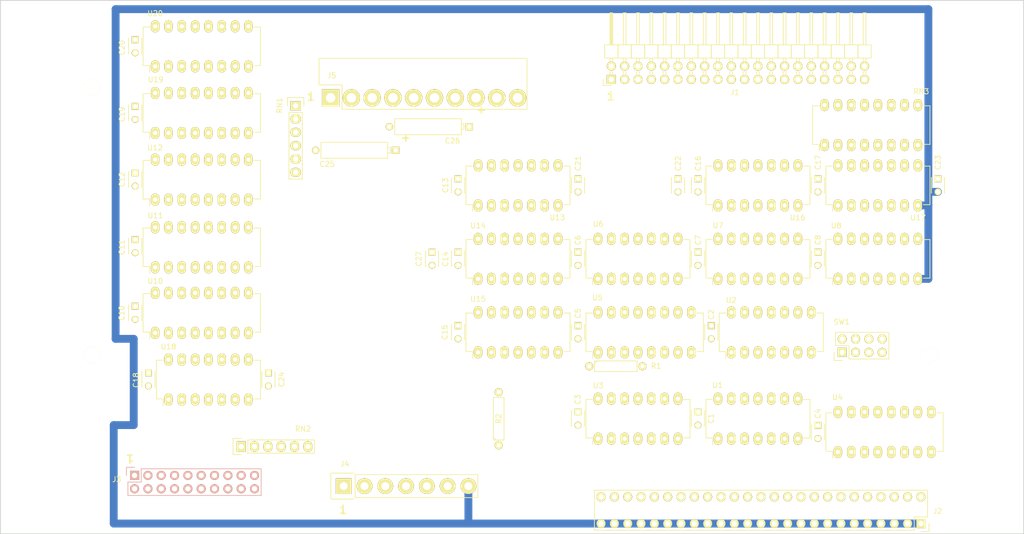
<source format=kicad_pcb>
(kicad_pcb (version 4) (host pcbnew 4.0.1-stable)

  (general
    (links 332)
    (no_connects 327)
    (area 31.894999 35.924999 227.055001 137.775001)
    (thickness 1.6)
    (drawings 10)
    (tracks 23)
    (zones 0)
    (modules 59)
    (nets 162)
  )

  (page A4)
  (title_block
    (date 2016-07-21)
    (rev 1.3)
  )

  (layers
    (0 F.Cu signal)
    (31 B.Cu signal)
    (32 B.Adhes user)
    (33 F.Adhes user)
    (34 B.Paste user)
    (35 F.Paste user)
    (36 B.SilkS user)
    (37 F.SilkS user)
    (38 B.Mask user)
    (39 F.Mask user)
    (40 Dwgs.User user)
    (41 Cmts.User user)
    (42 Eco1.User user)
    (43 Eco2.User user)
    (44 Edge.Cuts user)
    (45 Margin user)
    (46 B.CrtYd user)
    (47 F.CrtYd user)
    (48 B.Fab user)
    (49 F.Fab user)
  )

  (setup
    (last_trace_width 0.5)
    (trace_clearance 0.3)
    (zone_clearance 0.508)
    (zone_45_only no)
    (trace_min 0.2)
    (segment_width 0.2)
    (edge_width 0.15)
    (via_size 1.8)
    (via_drill 0.9)
    (via_min_size 0.4)
    (via_min_drill 0.3)
    (uvia_size 0.3)
    (uvia_drill 0.1)
    (uvias_allowed no)
    (uvia_min_size 0.2)
    (uvia_min_drill 0.1)
    (pcb_text_width 0.3)
    (pcb_text_size 1.5 1.5)
    (mod_edge_width 0.15)
    (mod_text_size 1 1)
    (mod_text_width 0.15)
    (pad_size 3.3 3.3)
    (pad_drill 1.8)
    (pad_to_mask_clearance 0.2)
    (aux_axis_origin 0 0)
    (visible_elements 7FFFF77F)
    (pcbplotparams
      (layerselection 0x00030_80000001)
      (usegerberextensions false)
      (excludeedgelayer true)
      (linewidth 0.100000)
      (plotframeref false)
      (viasonmask false)
      (mode 1)
      (useauxorigin false)
      (hpglpennumber 1)
      (hpglpenspeed 20)
      (hpglpendiameter 15)
      (hpglpenoverlay 2)
      (psnegative false)
      (psa4output false)
      (plotreference true)
      (plotvalue true)
      (plotinvisibletext false)
      (padsonsilk false)
      (subtractmaskfromsilk false)
      (outputformat 1)
      (mirror false)
      (drillshape 1)
      (scaleselection 1)
      (outputdirectory ""))
  )

  (net 0 "")
  (net 1 VCC)
  (net 2 GND)
  (net 3 -5V)
  (net 4 /FINCH_Adapter_Board_02/CTRL_CB0)
  (net 5 /FINCH_Adapter_Board_02/CTRL_CB1)
  (net 6 /FINCH_Adapter_Board_02/CTRL_CB2)
  (net 7 /FINCH_Adapter_Board_02/CTRL_CB3)
  (net 8 /FINCH_Adapter_Board_02/CTRL_CB4)
  (net 9 /FINCH_Adapter_Board_02/CTRL_CB5)
  (net 10 /FINCH_Adapter_Board_02/CTRL_CB6)
  (net 11 /FINCH_Adapter_Board_02/CTRL_CB7)
  (net 12 /FINCH_Adapter_Board_02//CTRL_DIRECTION)
  (net 13 /FINCH_Adapter_Board_02//CTRL_CWD0)
  (net 14 /FINCH_Adapter_Board_02//CTRL_CWD1)
  (net 15 /FINCH_Adapter_Board_02//CTRL_ATTN)
  (net 16 /FINCH_Adapter_Board_02//CTRL_INDEX)
  (net 17 /FINCH_Adapter_Board_02//CTRL_SECTOR)
  (net 18 /FINCH_Adapter_Board_02//CTRL_SEEKEND)
  (net 19 /FINCH_Adapter_Board_02//CTRL_WRITE-CLK)
  (net 20 /FINCH_Adapter_Board_02/CTRL_WRITE-CLK)
  (net 21 /FINCH_Adapter_Board_02//CTRL_DRIVEFAULT)
  (net 22 /FINCH_Adapter_Board_02/CTRL_ATTACK)
  (net 23 /FINCH_Adapter_Board_02/CTRL_SYSTEMCLK)
  (net 24 /FINCH_Adapter_Board_02//CTRL_SYSTEMCLK)
  (net 25 /FINCH_Adapter_Board_02//CTRL_UNITACK0)
  (net 26 /FINCH_Adapter_Board_02//CTRL_UNITACK1)
  (net 27 /FINCH_Adapter_Board_02//CTRL_BI-DATA)
  (net 28 /FINCH_Adapter_Board_02/CTRL_BI-DATA)
  (net 29 /FINCH_Adapter_Board_02//CTRL_UNITACK2)
  (net 30 /FINCH_Adapter_Board_02//CTRL_UNITACK3)
  (net 31 /FINCH_Adapter_Board_02//CTRL_READ-ENABLE)
  (net 32 /FINCH_Adapter_Board_02/CTRL_READ_ENABLE)
  (net 33 /FINCH_Adapter_Board_02//CTRL_MASTER_RESET)
  (net 34 /FINCH_Adapter_Board_02//CTRL_WRITE_ENABLE)
  (net 35 /FINCH_Adapter_Board_02/CTRL_WRITE_ENABLE)
  (net 36 /FINCH_Adapter_Board_02/DRV_CMD_RESERVED_1)
  (net 37 /FINCH_Adapter_Board_02/DRV_CMD_READ_ENABLE)
  (net 38 /MASTER_RESET)
  (net 39 /FINCH_Adapter_Board_02/DRV_CMD_HEAD_SELECT_2_1)
  (net 40 /FINCH_Adapter_Board_02/DRV_CMD_HEAD_SELECT_2_0)
  (net 41 "Net-(J2-Pad16)")
  (net 42 /FINCH_Adapter_Board_02/DRV_CMD_RETURN_TO_ZERO)
  (net 43 /FINCH_Adapter_Board_02/DRV_CMD_INDEX)
  (net 44 /FINCH_Adapter_Board_02/DRV_CMD_BYTE_CLOCK)
  (net 45 /FINCH_Adapter_Board_02/DRV_CMD_DRIVE_SELECT_1)
  (net 46 /FINCH_Adapter_Board_02/DRV_CMD_DRIVE_SELECT_2)
  (net 47 /FINCH_Adapter_Board_02/DRV_CMD_DRIVE_SELECT_3)
  (net 48 /FINCH_Adapter_Board_02/DRV_CMD_DRIVE_SELECT_4)
  (net 49 /FINCH_Adapter_Board_02/DRV_CMD_STEP)
  (net 50 /FINCH_Adapter_Board_02/DRV_CMD_DIRECTION)
  (net 51 "Net-(J2-Pad38)")
  (net 52 DRV_CMD_WRITE_ENABLE)
  (net 53 "Net-(J2-Pad42)")
  (net 54 "Net-(J2-Pad44)")
  (net 55 "Net-(J2-Pad46)")
  (net 56 "Net-(J2-Pad50)")
  (net 57 DRV_DATA_INDEX)
  (net 58 DRV_DATA_BYTE_CLOCK)
  (net 59 /FINCH_Adapter_Board_02/DRV_DATA_EARLY_DS_ENABLE)
  (net 60 /FINCH_Adapter_Board_02/DRV_DATA_LATE_DS_ENABLE)
  (net 61 /FINCH_Adapter_Board_02/DRV_DATA_UNIT_READY)
  (net 62 /FINCH_Adapter_Board_02/DRV_DATA_WRITE_DATA_+)
  (net 63 /FINCH_Adapter_Board_02/DRV_DATA_WRITE_DATA_-)
  (net 64 /FINCH_Adapter_Board_02/DRV_DATA_WRITE_CLK_+)
  (net 65 /FINCH_Adapter_Board_02/DRV_DATA_WRITE_CLK_-)
  (net 66 /FINCH_Adapter_Board_02/DRV_DATA_SERVO_READ_CLK_+)
  (net 67 /FINCH_Adapter_Board_02/DRV_DATA_SERVO_READ_CLK_-)
  (net 68 /FINCH_Adapter_Board_02/DRV_DATA_READ_DATA_+)
  (net 69 /FINCH_Adapter_Board_02/DRV_DATA_READ_DATA_-)
  (net 70 "Net-(J4-Pad4)")
  (net 71 "Net-(J4-Pad5)")
  (net 72 "Net-(J4-Pad6)")
  (net 73 "Net-(J5-Pad4)")
  (net 74 "Net-(J5-Pad5)")
  (net 75 "Net-(RN1-Pad2)")
  (net 76 HIGH_2)
  (net 77 HIGH_3)
  (net 78 "Net-(RN1-Pad5)")
  (net 79 "Net-(RN1-Pad6)")
  (net 80 "Net-(RN2-Pad3)")
  (net 81 "Net-(RN3-Pad1)")
  (net 82 "Net-(RN3-Pad6)")
  (net 83 "Net-(RN3-Pad8)")
  (net 84 "Net-(RN3-Pad9)")
  (net 85 "Net-(RN3-Pad10)")
  (net 86 "Net-(RN3-Pad11)")
  (net 87 "Net-(RN3-Pad14)")
  (net 88 "Net-(SW1-Pad1)")
  (net 89 "Net-(SW1-Pad2)")
  (net 90 "Net-(SW1-Pad3)")
  (net 91 "Net-(SW1-Pad4)")
  (net 92 "Net-(U16-Pad4)")
  (net 93 "Net-(U2-Pad9)")
  (net 94 "Net-(U2-Pad10)")
  (net 95 "Net-(U2-Pad11)")
  (net 96 "Net-(U2-Pad12)")
  (net 97 "Net-(U2-Pad13)")
  (net 98 "Net-(U3-Pad12)")
  (net 99 "Net-(U3-Pad13)")
  (net 100 "Net-(U4-Pad7)")
  (net 101 "Net-(U4-Pad9)")
  (net 102 "Net-(U4-Pad10)")
  (net 103 "Net-(U4-Pad11)")
  (net 104 "Net-(U10-Pad2)")
  (net 105 "Net-(U15-Pad1)")
  (net 106 "Net-(U5-Pad7)")
  (net 107 "Net-(U5-Pad9)")
  (net 108 "Net-(U15-Pad9)")
  (net 109 "Net-(U19-Pad15)")
  (net 110 /INDEX)
  (net 111 "Net-(U12-Pad15)")
  (net 112 /SECTOR)
  (net 113 WRITE_ENABLE)
  (net 114 "Net-(U15-Pad8)")
  (net 115 "Net-(U6-Pad11)")
  (net 116 "Net-(U6-Pad12)")
  (net 117 "Net-(U6-Pad13)")
  (net 118 "Net-(U7-Pad8)")
  (net 119 "Net-(U7-Pad9)")
  (net 120 "Net-(U7-Pad10)")
  (net 121 "Net-(U7-Pad11)")
  (net 122 "Net-(U7-Pad12)")
  (net 123 "Net-(U7-Pad13)")
  (net 124 DRIVE_SELECT)
  (net 125 "Net-(U15-Pad2)")
  (net 126 "Net-(U10-Pad1)")
  (net 127 "Net-(U14-Pad4)")
  (net 128 "Net-(U8-Pad10)")
  (net 129 "Net-(U8-Pad11)")
  (net 130 "Net-(U10-Pad9)")
  (net 131 "Net-(U10-Pad11)")
  (net 132 "Net-(U10-Pad12)")
  (net 133 "Net-(U10-Pad13)")
  (net 134 "Net-(U10-Pad14)")
  (net 135 "Net-(U10-Pad15)")
  (net 136 "Net-(U11-Pad11)")
  (net 137 "Net-(U11-Pad12)")
  (net 138 "Net-(U11-Pad13)")
  (net 139 "Net-(U11-Pad14)")
  (net 140 "Net-(U11-Pad15)")
  (net 141 "Net-(U12-Pad11)")
  (net 142 "Net-(U12-Pad12)")
  (net 143 "Net-(U12-Pad13)")
  (net 144 "Net-(U12-Pad14)")
  (net 145 "Net-(U13-Pad4)")
  (net 146 "Net-(U13-Pad9)")
  (net 147 "Net-(U15-Pad6)")
  (net 148 "Net-(U15-Pad11)")
  (net 149 "Net-(U15-Pad12)")
  (net 150 "Net-(U15-Pad13)")
  (net 151 "Net-(U17-Pad4)")
  (net 152 "Net-(U17-Pad9)")
  (net 153 "Net-(U19-Pad10)")
  (net 154 "Net-(U19-Pad11)")
  (net 155 "Net-(U19-Pad12)")
  (net 156 "Net-(U19-Pad13)")
  (net 157 "Net-(U19-Pad14)")
  (net 158 "Net-(U20-Pad11)")
  (net 159 "Net-(U20-Pad12)")
  (net 160 "Net-(U20-Pad13)")
  (net 161 "Net-(U20-Pad14)")

  (net_class Default "Dies ist die voreingestellte Netzklasse."
    (clearance 0.3)
    (trace_width 0.5)
    (via_dia 1.8)
    (via_drill 0.9)
    (uvia_dia 0.3)
    (uvia_drill 0.1)
    (add_net /FINCH_Adapter_Board_02//CTRL_ATTN)
    (add_net /FINCH_Adapter_Board_02//CTRL_BI-DATA)
    (add_net /FINCH_Adapter_Board_02//CTRL_CWD0)
    (add_net /FINCH_Adapter_Board_02//CTRL_CWD1)
    (add_net /FINCH_Adapter_Board_02//CTRL_DIRECTION)
    (add_net /FINCH_Adapter_Board_02//CTRL_DRIVEFAULT)
    (add_net /FINCH_Adapter_Board_02//CTRL_INDEX)
    (add_net /FINCH_Adapter_Board_02//CTRL_MASTER_RESET)
    (add_net /FINCH_Adapter_Board_02//CTRL_READ-ENABLE)
    (add_net /FINCH_Adapter_Board_02//CTRL_SECTOR)
    (add_net /FINCH_Adapter_Board_02//CTRL_SEEKEND)
    (add_net /FINCH_Adapter_Board_02//CTRL_SYSTEMCLK)
    (add_net /FINCH_Adapter_Board_02//CTRL_UNITACK0)
    (add_net /FINCH_Adapter_Board_02//CTRL_UNITACK1)
    (add_net /FINCH_Adapter_Board_02//CTRL_UNITACK2)
    (add_net /FINCH_Adapter_Board_02//CTRL_UNITACK3)
    (add_net /FINCH_Adapter_Board_02//CTRL_WRITE-CLK)
    (add_net /FINCH_Adapter_Board_02//CTRL_WRITE_ENABLE)
    (add_net /FINCH_Adapter_Board_02/CTRL_ATTACK)
    (add_net /FINCH_Adapter_Board_02/CTRL_BI-DATA)
    (add_net /FINCH_Adapter_Board_02/CTRL_CB0)
    (add_net /FINCH_Adapter_Board_02/CTRL_CB1)
    (add_net /FINCH_Adapter_Board_02/CTRL_CB2)
    (add_net /FINCH_Adapter_Board_02/CTRL_CB3)
    (add_net /FINCH_Adapter_Board_02/CTRL_CB4)
    (add_net /FINCH_Adapter_Board_02/CTRL_CB5)
    (add_net /FINCH_Adapter_Board_02/CTRL_CB6)
    (add_net /FINCH_Adapter_Board_02/CTRL_CB7)
    (add_net /FINCH_Adapter_Board_02/CTRL_READ_ENABLE)
    (add_net /FINCH_Adapter_Board_02/CTRL_SYSTEMCLK)
    (add_net /FINCH_Adapter_Board_02/CTRL_WRITE-CLK)
    (add_net /FINCH_Adapter_Board_02/CTRL_WRITE_ENABLE)
    (add_net /FINCH_Adapter_Board_02/DRV_CMD_BYTE_CLOCK)
    (add_net /FINCH_Adapter_Board_02/DRV_CMD_DIRECTION)
    (add_net /FINCH_Adapter_Board_02/DRV_CMD_DRIVE_SELECT_1)
    (add_net /FINCH_Adapter_Board_02/DRV_CMD_DRIVE_SELECT_2)
    (add_net /FINCH_Adapter_Board_02/DRV_CMD_DRIVE_SELECT_3)
    (add_net /FINCH_Adapter_Board_02/DRV_CMD_DRIVE_SELECT_4)
    (add_net /FINCH_Adapter_Board_02/DRV_CMD_HEAD_SELECT_2_0)
    (add_net /FINCH_Adapter_Board_02/DRV_CMD_HEAD_SELECT_2_1)
    (add_net /FINCH_Adapter_Board_02/DRV_CMD_INDEX)
    (add_net /FINCH_Adapter_Board_02/DRV_CMD_READ_ENABLE)
    (add_net /FINCH_Adapter_Board_02/DRV_CMD_RESERVED_1)
    (add_net /FINCH_Adapter_Board_02/DRV_CMD_RETURN_TO_ZERO)
    (add_net /FINCH_Adapter_Board_02/DRV_CMD_STEP)
    (add_net /FINCH_Adapter_Board_02/DRV_DATA_EARLY_DS_ENABLE)
    (add_net /FINCH_Adapter_Board_02/DRV_DATA_LATE_DS_ENABLE)
    (add_net /FINCH_Adapter_Board_02/DRV_DATA_READ_DATA_+)
    (add_net /FINCH_Adapter_Board_02/DRV_DATA_READ_DATA_-)
    (add_net /FINCH_Adapter_Board_02/DRV_DATA_SERVO_READ_CLK_+)
    (add_net /FINCH_Adapter_Board_02/DRV_DATA_SERVO_READ_CLK_-)
    (add_net /FINCH_Adapter_Board_02/DRV_DATA_UNIT_READY)
    (add_net /FINCH_Adapter_Board_02/DRV_DATA_WRITE_CLK_+)
    (add_net /FINCH_Adapter_Board_02/DRV_DATA_WRITE_CLK_-)
    (add_net /FINCH_Adapter_Board_02/DRV_DATA_WRITE_DATA_+)
    (add_net /FINCH_Adapter_Board_02/DRV_DATA_WRITE_DATA_-)
    (add_net /INDEX)
    (add_net /MASTER_RESET)
    (add_net /SECTOR)
    (add_net DRIVE_SELECT)
    (add_net DRV_CMD_WRITE_ENABLE)
    (add_net DRV_DATA_BYTE_CLOCK)
    (add_net DRV_DATA_INDEX)
    (add_net HIGH_2)
    (add_net HIGH_3)
    (add_net "Net-(J2-Pad16)")
    (add_net "Net-(J2-Pad38)")
    (add_net "Net-(J2-Pad42)")
    (add_net "Net-(J2-Pad44)")
    (add_net "Net-(J2-Pad46)")
    (add_net "Net-(J2-Pad50)")
    (add_net "Net-(J4-Pad5)")
    (add_net "Net-(RN1-Pad2)")
    (add_net "Net-(RN1-Pad5)")
    (add_net "Net-(RN1-Pad6)")
    (add_net "Net-(RN2-Pad3)")
    (add_net "Net-(RN3-Pad1)")
    (add_net "Net-(RN3-Pad10)")
    (add_net "Net-(RN3-Pad11)")
    (add_net "Net-(RN3-Pad14)")
    (add_net "Net-(RN3-Pad6)")
    (add_net "Net-(RN3-Pad8)")
    (add_net "Net-(RN3-Pad9)")
    (add_net "Net-(SW1-Pad1)")
    (add_net "Net-(SW1-Pad2)")
    (add_net "Net-(SW1-Pad3)")
    (add_net "Net-(SW1-Pad4)")
    (add_net "Net-(U10-Pad1)")
    (add_net "Net-(U10-Pad11)")
    (add_net "Net-(U10-Pad12)")
    (add_net "Net-(U10-Pad13)")
    (add_net "Net-(U10-Pad14)")
    (add_net "Net-(U10-Pad15)")
    (add_net "Net-(U10-Pad2)")
    (add_net "Net-(U10-Pad9)")
    (add_net "Net-(U11-Pad11)")
    (add_net "Net-(U11-Pad12)")
    (add_net "Net-(U11-Pad13)")
    (add_net "Net-(U11-Pad14)")
    (add_net "Net-(U11-Pad15)")
    (add_net "Net-(U12-Pad11)")
    (add_net "Net-(U12-Pad12)")
    (add_net "Net-(U12-Pad13)")
    (add_net "Net-(U12-Pad14)")
    (add_net "Net-(U12-Pad15)")
    (add_net "Net-(U13-Pad4)")
    (add_net "Net-(U13-Pad9)")
    (add_net "Net-(U14-Pad4)")
    (add_net "Net-(U15-Pad1)")
    (add_net "Net-(U15-Pad11)")
    (add_net "Net-(U15-Pad12)")
    (add_net "Net-(U15-Pad13)")
    (add_net "Net-(U15-Pad2)")
    (add_net "Net-(U15-Pad6)")
    (add_net "Net-(U15-Pad8)")
    (add_net "Net-(U15-Pad9)")
    (add_net "Net-(U16-Pad4)")
    (add_net "Net-(U17-Pad4)")
    (add_net "Net-(U17-Pad9)")
    (add_net "Net-(U19-Pad10)")
    (add_net "Net-(U19-Pad11)")
    (add_net "Net-(U19-Pad12)")
    (add_net "Net-(U19-Pad13)")
    (add_net "Net-(U19-Pad14)")
    (add_net "Net-(U19-Pad15)")
    (add_net "Net-(U2-Pad10)")
    (add_net "Net-(U2-Pad11)")
    (add_net "Net-(U2-Pad12)")
    (add_net "Net-(U2-Pad13)")
    (add_net "Net-(U2-Pad9)")
    (add_net "Net-(U20-Pad11)")
    (add_net "Net-(U20-Pad12)")
    (add_net "Net-(U20-Pad13)")
    (add_net "Net-(U20-Pad14)")
    (add_net "Net-(U3-Pad12)")
    (add_net "Net-(U3-Pad13)")
    (add_net "Net-(U4-Pad10)")
    (add_net "Net-(U4-Pad11)")
    (add_net "Net-(U4-Pad7)")
    (add_net "Net-(U4-Pad9)")
    (add_net "Net-(U5-Pad7)")
    (add_net "Net-(U5-Pad9)")
    (add_net "Net-(U6-Pad11)")
    (add_net "Net-(U6-Pad12)")
    (add_net "Net-(U6-Pad13)")
    (add_net "Net-(U7-Pad10)")
    (add_net "Net-(U7-Pad11)")
    (add_net "Net-(U7-Pad12)")
    (add_net "Net-(U7-Pad13)")
    (add_net "Net-(U7-Pad8)")
    (add_net "Net-(U7-Pad9)")
    (add_net "Net-(U8-Pad10)")
    (add_net "Net-(U8-Pad11)")
    (add_net WRITE_ENABLE)
  )

  (net_class 24V ""
    (clearance 0.3)
    (trace_width 2.8)
    (via_dia 1.8)
    (via_drill 0.9)
    (uvia_dia 0.3)
    (uvia_drill 0.1)
    (add_net "Net-(J4-Pad4)")
    (add_net "Net-(J4-Pad6)")
    (add_net "Net-(J5-Pad4)")
    (add_net "Net-(J5-Pad5)")
  )

  (net_class 5V ""
    (clearance 0.3)
    (trace_width 1.5)
    (via_dia 1.8)
    (via_drill 0.9)
    (uvia_dia 0.3)
    (uvia_drill 0.1)
    (add_net -5V)
    (add_net VCC)
  )

  (net_class GND ""
    (clearance 0.3)
    (trace_width 1.5)
    (via_dia 1.8)
    (via_drill 0.9)
    (uvia_dia 0.3)
    (uvia_drill 0.1)
    (add_net GND)
  )

  (module footprints:Conn_Molex-26-60-5100 (layer F.Cu) (tedit 579115D9) (tstamp 578D37AC)
    (at 94.9 54.57 90)
    (descr "Through hole pin header")
    (tags "pin header")
    (path /577BF994)
    (fp_text reference J5 (at 4.25 0.21 180) (layer F.SilkS)
      (effects (font (size 1 1) (thickness 0.15)))
    )
    (fp_text value CONN_01X10 (at -3.1 12.21 180) (layer F.Fab) hide
      (effects (font (size 1 1) (thickness 0.15)))
    )
    (fp_line (start -2.67 -2.67) (end -2.67 37.915) (layer F.CrtYd) (width 0.05))
    (fp_line (start 8.01 -2.67) (end 8.01 37.915) (layer F.CrtYd) (width 0.05))
    (fp_line (start -2.67 -2.67) (end 8.01 -2.67) (layer F.CrtYd) (width 0.05))
    (fp_line (start -2.67 37.915) (end 8.01 37.915) (layer F.CrtYd) (width 0.05))
    (fp_line (start 7.53 -2.19) (end 7.53 37.4324) (layer F.SilkS) (width 0.15))
    (fp_line (start 7.53 37.4324) (end -2.19 37.4324) (layer F.SilkS) (width 0.15))
    (fp_line (start -2.19 37.4324) (end -2.19 2.19) (layer F.SilkS) (width 0.15))
    (fp_line (start 2.47 -2.19) (end 2.47 2.19) (layer F.SilkS) (width 0.15))
    (fp_line (start 2.47 2.19) (end -2.19 2.19) (layer F.SilkS) (width 0.15))
    (fp_line (start 2.47 -2.19) (end 7.53 -2.19) (layer F.SilkS) (width 0.15))
    (pad 10 thru_hole oval (at 0 35.64 90) (size 3.3 3.3) (drill 1.8) (layers *.Cu *.Mask F.SilkS)
      (net 1 VCC))
    (pad 9 thru_hole oval (at 0 31.68 90) (size 3.3 3.3) (drill 1.8) (layers *.Cu *.Mask F.SilkS)
      (net 1 VCC))
    (pad 8 thru_hole oval (at 0 27.72 90) (size 3.3 3.3) (drill 1.8) (layers *.Cu *.Mask F.SilkS)
      (net 2 GND))
    (pad 1 thru_hole rect (at 0 0 90) (size 3.3 3.3) (drill 1.8) (layers *.Cu *.Mask F.SilkS)
      (net 70 "Net-(J4-Pad4)"))
    (pad 2 thru_hole oval (at 0 3.96 90) (size 3.3 3.3) (drill 1.8) (layers *.Cu *.Mask F.SilkS)
      (net 72 "Net-(J4-Pad6)"))
    (pad 3 thru_hole oval (at 0 7.92 90) (size 3.3 3.3) (drill 1.8) (layers *.Cu *.Mask F.SilkS)
      (net 2 GND))
    (pad 4 thru_hole oval (at 0 11.88 90) (size 3.3 3.3) (drill 1.8) (layers *.Cu *.Mask F.SilkS)
      (net 73 "Net-(J5-Pad4)"))
    (pad 5 thru_hole oval (at 0 15.84 90) (size 3.3 3.3) (drill 1.8) (layers *.Cu *.Mask F.SilkS)
      (net 74 "Net-(J5-Pad5)"))
    (pad 6 thru_hole oval (at 0 19.8 90) (size 3.3 3.3) (drill 1.8) (layers *.Cu *.Mask F.SilkS)
      (net 2 GND))
    (pad 7 thru_hole oval (at 0 23.76 90) (size 3.3 3.3) (drill 1.8) (layers *.Cu *.Mask F.SilkS)
      (net 3 -5V))
    (model Pin_Headers.3dshapes/Pin_Header_Straight_1x07.wrl
      (at (xyz 0 -0.3 0))
      (scale (xyz 1 1 1))
      (rotate (xyz 0 0 90))
    )
  )

  (module Mounting_Holes:MountingHole_3.2mm_M3 (layer F.Cu) (tedit 57911853) (tstamp 57911BD6)
    (at 49.5 52.57)
    (descr "Mounting Hole 3.2mm, no annular, M3")
    (tags "mounting hole 3.2mm no annular m3")
    (fp_text reference REF** (at 0 -4.2) (layer F.SilkS) hide
      (effects (font (size 1 1) (thickness 0.15)))
    )
    (fp_text value eMountingHole_3.2mm_M3 (at 0 4.2) (layer F.Fab) hide
      (effects (font (size 1 1) (thickness 0.15)))
    )
    (fp_circle (center 0 0) (end 3.2 0) (layer Cmts.User) (width 0.15))
    (fp_circle (center 0 0) (end 3.45 0) (layer F.CrtYd) (width 0.05))
    (pad 1 np_thru_hole circle (at 0 0) (size 3.2 3.2) (drill 3.2) (layers *.Cu *.Mask F.SilkS))
  )

  (module Mounting_Holes:MountingHole_3.2mm_M3 (layer F.Cu) (tedit 57911853) (tstamp 57911BD0)
    (at 49.5 103.57)
    (descr "Mounting Hole 3.2mm, no annular, M3")
    (tags "mounting hole 3.2mm no annular m3")
    (fp_text reference REF** (at 0 -4.2) (layer F.SilkS) hide
      (effects (font (size 1 1) (thickness 0.15)))
    )
    (fp_text value eMountingHole_3.2mm_M3 (at 0 4.2) (layer F.Fab) hide
      (effects (font (size 1 1) (thickness 0.15)))
    )
    (fp_circle (center 0 0) (end 3.2 0) (layer Cmts.User) (width 0.15))
    (fp_circle (center 0 0) (end 3.45 0) (layer F.CrtYd) (width 0.05))
    (pad 1 np_thru_hole circle (at 0 0) (size 3.2 3.2) (drill 3.2) (layers *.Cu *.Mask F.SilkS))
  )

  (module Capacitors_ThroughHole:C_Disc_D3_P2.5 (layer F.Cu) (tedit 0) (tstamp 578D3683)
    (at 164.91 114.45 270)
    (descr "Capacitor 3mm Disc, Pitch 2.5mm")
    (tags Capacitor)
    (path /577C2B89)
    (fp_text reference C1 (at 1.25 -2.5 270) (layer F.SilkS)
      (effects (font (size 1 1) (thickness 0.15)))
    )
    (fp_text value 100nF (at 1.25 2.5 270) (layer F.Fab)
      (effects (font (size 1 1) (thickness 0.15)))
    )
    (fp_line (start -0.9 -1.5) (end 3.4 -1.5) (layer F.CrtYd) (width 0.05))
    (fp_line (start 3.4 -1.5) (end 3.4 1.5) (layer F.CrtYd) (width 0.05))
    (fp_line (start 3.4 1.5) (end -0.9 1.5) (layer F.CrtYd) (width 0.05))
    (fp_line (start -0.9 1.5) (end -0.9 -1.5) (layer F.CrtYd) (width 0.05))
    (fp_line (start -0.25 -1.25) (end 2.75 -1.25) (layer F.SilkS) (width 0.15))
    (fp_line (start 2.75 1.25) (end -0.25 1.25) (layer F.SilkS) (width 0.15))
    (pad 1 thru_hole rect (at 0 0 270) (size 1.3 1.3) (drill 0.8) (layers *.Cu *.Mask F.SilkS)
      (net 1 VCC))
    (pad 2 thru_hole circle (at 2.5 0 270) (size 1.3 1.3) (drill 0.8001) (layers *.Cu *.Mask F.SilkS)
      (net 2 GND))
    (model Capacitors_ThroughHole.3dshapes/C_Disc_D3_P2.5.wrl
      (at (xyz 0.0492126 0 0))
      (scale (xyz 1 1 1))
      (rotate (xyz 0 0 0))
    )
  )

  (module Capacitors_ThroughHole:C_Disc_D3_P2.5 (layer F.Cu) (tedit 578FCEDB) (tstamp 578D3689)
    (at 167.45 97.99 270)
    (descr "Capacitor 3mm Disc, Pitch 2.5mm")
    (tags Capacitor)
    (path /57956019)
    (fp_text reference C2 (at -2.11 0.01 270) (layer F.SilkS)
      (effects (font (size 1 1) (thickness 0.15)))
    )
    (fp_text value 100nF (at 1.25 2.5 270) (layer F.Fab) hide
      (effects (font (size 1 1) (thickness 0.15)))
    )
    (fp_line (start -0.9 -1.5) (end 3.4 -1.5) (layer F.CrtYd) (width 0.05))
    (fp_line (start 3.4 -1.5) (end 3.4 1.5) (layer F.CrtYd) (width 0.05))
    (fp_line (start 3.4 1.5) (end -0.9 1.5) (layer F.CrtYd) (width 0.05))
    (fp_line (start -0.9 1.5) (end -0.9 -1.5) (layer F.CrtYd) (width 0.05))
    (fp_line (start -0.25 -1.25) (end 2.75 -1.25) (layer F.SilkS) (width 0.15))
    (fp_line (start 2.75 1.25) (end -0.25 1.25) (layer F.SilkS) (width 0.15))
    (pad 1 thru_hole rect (at 0 0 270) (size 1.3 1.3) (drill 0.8) (layers *.Cu *.Mask F.SilkS)
      (net 1 VCC))
    (pad 2 thru_hole circle (at 2.5 0 270) (size 1.3 1.3) (drill 0.8001) (layers *.Cu *.Mask F.SilkS)
      (net 2 GND))
    (model Capacitors_ThroughHole.3dshapes/C_Disc_D3_P2.5.wrl
      (at (xyz 0.0492126 0 0))
      (scale (xyz 1 1 1))
      (rotate (xyz 0 0 0))
    )
  )

  (module Capacitors_ThroughHole:C_Disc_D3_P2.5 (layer F.Cu) (tedit 578FD1D1) (tstamp 578D368F)
    (at 142.05 114.45 270)
    (descr "Capacitor 3mm Disc, Pitch 2.5mm")
    (tags Capacitor)
    (path /57956200)
    (fp_text reference C3 (at -2.38 0.06 270) (layer F.SilkS)
      (effects (font (size 1 1) (thickness 0.15)))
    )
    (fp_text value 100nF (at 1.25 2.5 270) (layer F.Fab) hide
      (effects (font (size 1 1) (thickness 0.15)))
    )
    (fp_line (start -0.9 -1.5) (end 3.4 -1.5) (layer F.CrtYd) (width 0.05))
    (fp_line (start 3.4 -1.5) (end 3.4 1.5) (layer F.CrtYd) (width 0.05))
    (fp_line (start 3.4 1.5) (end -0.9 1.5) (layer F.CrtYd) (width 0.05))
    (fp_line (start -0.9 1.5) (end -0.9 -1.5) (layer F.CrtYd) (width 0.05))
    (fp_line (start -0.25 -1.25) (end 2.75 -1.25) (layer F.SilkS) (width 0.15))
    (fp_line (start 2.75 1.25) (end -0.25 1.25) (layer F.SilkS) (width 0.15))
    (pad 1 thru_hole rect (at 0 0 270) (size 1.3 1.3) (drill 0.8) (layers *.Cu *.Mask F.SilkS)
      (net 1 VCC))
    (pad 2 thru_hole circle (at 2.5 0 270) (size 1.3 1.3) (drill 0.8001) (layers *.Cu *.Mask F.SilkS)
      (net 2 GND))
    (model Capacitors_ThroughHole.3dshapes/C_Disc_D3_P2.5.wrl
      (at (xyz 0.0492126 0 0))
      (scale (xyz 1 1 1))
      (rotate (xyz 0 0 0))
    )
  )

  (module Capacitors_ThroughHole:C_Disc_D3_P2.5 (layer F.Cu) (tedit 578E8D3A) (tstamp 578D3695)
    (at 187.77 116.99 270)
    (descr "Capacitor 3mm Disc, Pitch 2.5mm")
    (tags Capacitor)
    (path /579562A5)
    (fp_text reference C4 (at -2.24 0 270) (layer F.SilkS)
      (effects (font (size 1 1) (thickness 0.15)))
    )
    (fp_text value 100nF (at 1.25 2.5 270) (layer F.Fab) hide
      (effects (font (size 1 1) (thickness 0.15)))
    )
    (fp_line (start -0.9 -1.5) (end 3.4 -1.5) (layer F.CrtYd) (width 0.05))
    (fp_line (start 3.4 -1.5) (end 3.4 1.5) (layer F.CrtYd) (width 0.05))
    (fp_line (start 3.4 1.5) (end -0.9 1.5) (layer F.CrtYd) (width 0.05))
    (fp_line (start -0.9 1.5) (end -0.9 -1.5) (layer F.CrtYd) (width 0.05))
    (fp_line (start -0.25 -1.25) (end 2.75 -1.25) (layer F.SilkS) (width 0.15))
    (fp_line (start 2.75 1.25) (end -0.25 1.25) (layer F.SilkS) (width 0.15))
    (pad 1 thru_hole rect (at 0 0 270) (size 1.3 1.3) (drill 0.8) (layers *.Cu *.Mask F.SilkS)
      (net 1 VCC))
    (pad 2 thru_hole circle (at 2.5 0 270) (size 1.3 1.3) (drill 0.8001) (layers *.Cu *.Mask F.SilkS)
      (net 2 GND))
    (model Capacitors_ThroughHole.3dshapes/C_Disc_D3_P2.5.wrl
      (at (xyz 0.0492126 0 0))
      (scale (xyz 1 1 1))
      (rotate (xyz 0 0 0))
    )
  )

  (module Capacitors_ThroughHole:C_Disc_D3_P2.5 (layer F.Cu) (tedit 578FD1C9) (tstamp 578D369B)
    (at 142.05 97.99 270)
    (descr "Capacitor 3mm Disc, Pitch 2.5mm")
    (tags Capacitor)
    (path /57956325)
    (fp_text reference C5 (at -2.35 0 270) (layer F.SilkS)
      (effects (font (size 1 1) (thickness 0.15)))
    )
    (fp_text value 100nF (at 1.25 2.5 270) (layer F.Fab) hide
      (effects (font (size 1 1) (thickness 0.15)))
    )
    (fp_line (start -0.9 -1.5) (end 3.4 -1.5) (layer F.CrtYd) (width 0.05))
    (fp_line (start 3.4 -1.5) (end 3.4 1.5) (layer F.CrtYd) (width 0.05))
    (fp_line (start 3.4 1.5) (end -0.9 1.5) (layer F.CrtYd) (width 0.05))
    (fp_line (start -0.9 1.5) (end -0.9 -1.5) (layer F.CrtYd) (width 0.05))
    (fp_line (start -0.25 -1.25) (end 2.75 -1.25) (layer F.SilkS) (width 0.15))
    (fp_line (start 2.75 1.25) (end -0.25 1.25) (layer F.SilkS) (width 0.15))
    (pad 1 thru_hole rect (at 0 0 270) (size 1.3 1.3) (drill 0.8) (layers *.Cu *.Mask F.SilkS)
      (net 1 VCC))
    (pad 2 thru_hole circle (at 2.5 0 270) (size 1.3 1.3) (drill 0.8001) (layers *.Cu *.Mask F.SilkS)
      (net 2 GND))
    (model Capacitors_ThroughHole.3dshapes/C_Disc_D3_P2.5.wrl
      (at (xyz 0.0492126 0 0))
      (scale (xyz 1 1 1))
      (rotate (xyz 0 0 0))
    )
  )

  (module Capacitors_ThroughHole:C_Disc_D3_P2.5 (layer F.Cu) (tedit 578FD1BE) (tstamp 578D36A1)
    (at 142.05 83.99 270)
    (descr "Capacitor 3mm Disc, Pitch 2.5mm")
    (tags Capacitor)
    (path /579563A7)
    (fp_text reference C6 (at -2.29 0.03 270) (layer F.SilkS)
      (effects (font (size 1 1) (thickness 0.15)))
    )
    (fp_text value 100nF (at 1.25 2.5 270) (layer F.Fab) hide
      (effects (font (size 1 1) (thickness 0.15)))
    )
    (fp_line (start -0.9 -1.5) (end 3.4 -1.5) (layer F.CrtYd) (width 0.05))
    (fp_line (start 3.4 -1.5) (end 3.4 1.5) (layer F.CrtYd) (width 0.05))
    (fp_line (start 3.4 1.5) (end -0.9 1.5) (layer F.CrtYd) (width 0.05))
    (fp_line (start -0.9 1.5) (end -0.9 -1.5) (layer F.CrtYd) (width 0.05))
    (fp_line (start -0.25 -1.25) (end 2.75 -1.25) (layer F.SilkS) (width 0.15))
    (fp_line (start 2.75 1.25) (end -0.25 1.25) (layer F.SilkS) (width 0.15))
    (pad 1 thru_hole rect (at 0 0 270) (size 1.3 1.3) (drill 0.8) (layers *.Cu *.Mask F.SilkS)
      (net 1 VCC))
    (pad 2 thru_hole circle (at 2.5 0 270) (size 1.3 1.3) (drill 0.8001) (layers *.Cu *.Mask F.SilkS)
      (net 2 GND))
    (model Capacitors_ThroughHole.3dshapes/C_Disc_D3_P2.5.wrl
      (at (xyz 0.0492126 0 0))
      (scale (xyz 1 1 1))
      (rotate (xyz 0 0 0))
    )
  )

  (module Capacitors_ThroughHole:C_Disc_D3_P2.5 (layer F.Cu) (tedit 578FCEE3) (tstamp 578D36A7)
    (at 164.91 83.99 270)
    (descr "Capacitor 3mm Disc, Pitch 2.5mm")
    (tags Capacitor)
    (path /5795642B)
    (fp_text reference C7 (at -2.3 -0.02 270) (layer F.SilkS)
      (effects (font (size 1 1) (thickness 0.15)))
    )
    (fp_text value 100nF (at 1.25 2.5 270) (layer F.Fab) hide
      (effects (font (size 1 1) (thickness 0.15)))
    )
    (fp_line (start -0.9 -1.5) (end 3.4 -1.5) (layer F.CrtYd) (width 0.05))
    (fp_line (start 3.4 -1.5) (end 3.4 1.5) (layer F.CrtYd) (width 0.05))
    (fp_line (start 3.4 1.5) (end -0.9 1.5) (layer F.CrtYd) (width 0.05))
    (fp_line (start -0.9 1.5) (end -0.9 -1.5) (layer F.CrtYd) (width 0.05))
    (fp_line (start -0.25 -1.25) (end 2.75 -1.25) (layer F.SilkS) (width 0.15))
    (fp_line (start 2.75 1.25) (end -0.25 1.25) (layer F.SilkS) (width 0.15))
    (pad 1 thru_hole rect (at 0 0 270) (size 1.3 1.3) (drill 0.8) (layers *.Cu *.Mask F.SilkS)
      (net 1 VCC))
    (pad 2 thru_hole circle (at 2.5 0 270) (size 1.3 1.3) (drill 0.8001) (layers *.Cu *.Mask F.SilkS)
      (net 2 GND))
    (model Capacitors_ThroughHole.3dshapes/C_Disc_D3_P2.5.wrl
      (at (xyz 0.0492126 0 0))
      (scale (xyz 1 1 1))
      (rotate (xyz 0 0 0))
    )
  )

  (module Capacitors_ThroughHole:C_Disc_D3_P2.5 (layer F.Cu) (tedit 578E8DDE) (tstamp 578D36AD)
    (at 187.77 83.99 270)
    (descr "Capacitor 3mm Disc, Pitch 2.5mm")
    (tags Capacitor)
    (path /57956A6F)
    (fp_text reference C8 (at -2.33 0 270) (layer F.SilkS)
      (effects (font (size 1 1) (thickness 0.15)))
    )
    (fp_text value 100nF (at 1.25 2.5 270) (layer F.Fab) hide
      (effects (font (size 1 1) (thickness 0.15)))
    )
    (fp_line (start -0.9 -1.5) (end 3.4 -1.5) (layer F.CrtYd) (width 0.05))
    (fp_line (start 3.4 -1.5) (end 3.4 1.5) (layer F.CrtYd) (width 0.05))
    (fp_line (start 3.4 1.5) (end -0.9 1.5) (layer F.CrtYd) (width 0.05))
    (fp_line (start -0.9 1.5) (end -0.9 -1.5) (layer F.CrtYd) (width 0.05))
    (fp_line (start -0.25 -1.25) (end 2.75 -1.25) (layer F.SilkS) (width 0.15))
    (fp_line (start 2.75 1.25) (end -0.25 1.25) (layer F.SilkS) (width 0.15))
    (pad 1 thru_hole rect (at 0 0 270) (size 1.3 1.3) (drill 0.8) (layers *.Cu *.Mask F.SilkS)
      (net 1 VCC))
    (pad 2 thru_hole circle (at 2.5 0 270) (size 1.3 1.3) (drill 0.8001) (layers *.Cu *.Mask F.SilkS)
      (net 2 GND))
    (model Capacitors_ThroughHole.3dshapes/C_Disc_D3_P2.5.wrl
      (at (xyz 0.0492126 0 0))
      (scale (xyz 1 1 1))
      (rotate (xyz 0 0 0))
    )
  )

  (module Capacitors_ThroughHole:C_Disc_D3_P2.5 (layer F.Cu) (tedit 578FD70B) (tstamp 578D36B3)
    (at 57.65 94.29 270)
    (descr "Capacitor 3mm Disc, Pitch 2.5mm")
    (tags Capacitor)
    (path /57956A77)
    (fp_text reference C10 (at 1.31 2.54 270) (layer F.SilkS)
      (effects (font (size 1 1) (thickness 0.15)))
    )
    (fp_text value 100nF (at 1.25 2.5 270) (layer F.Fab) hide
      (effects (font (size 1 1) (thickness 0.15)))
    )
    (fp_line (start -0.9 -1.5) (end 3.4 -1.5) (layer F.CrtYd) (width 0.05))
    (fp_line (start 3.4 -1.5) (end 3.4 1.5) (layer F.CrtYd) (width 0.05))
    (fp_line (start 3.4 1.5) (end -0.9 1.5) (layer F.CrtYd) (width 0.05))
    (fp_line (start -0.9 1.5) (end -0.9 -1.5) (layer F.CrtYd) (width 0.05))
    (fp_line (start -0.25 -1.25) (end 2.75 -1.25) (layer F.SilkS) (width 0.15))
    (fp_line (start 2.75 1.25) (end -0.25 1.25) (layer F.SilkS) (width 0.15))
    (pad 1 thru_hole rect (at 0 0 270) (size 1.3 1.3) (drill 0.8) (layers *.Cu *.Mask F.SilkS)
      (net 1 VCC))
    (pad 2 thru_hole circle (at 2.5 0 270) (size 1.3 1.3) (drill 0.8001) (layers *.Cu *.Mask F.SilkS)
      (net 2 GND))
    (model Capacitors_ThroughHole.3dshapes/C_Disc_D3_P2.5.wrl
      (at (xyz 0.0492126 0 0))
      (scale (xyz 1 1 1))
      (rotate (xyz 0 0 0))
    )
  )

  (module Capacitors_ThroughHole:C_Disc_D3_P2.5 (layer F.Cu) (tedit 578FD712) (tstamp 578D36B9)
    (at 57.65 81.59 270)
    (descr "Capacitor 3mm Disc, Pitch 2.5mm")
    (tags Capacitor)
    (path /57956A7F)
    (fp_text reference C11 (at 1.47 2.51 270) (layer F.SilkS)
      (effects (font (size 1 1) (thickness 0.15)))
    )
    (fp_text value 100nF (at 1.25 2.5 270) (layer F.Fab) hide
      (effects (font (size 1 1) (thickness 0.15)))
    )
    (fp_line (start -0.9 -1.5) (end 3.4 -1.5) (layer F.CrtYd) (width 0.05))
    (fp_line (start 3.4 -1.5) (end 3.4 1.5) (layer F.CrtYd) (width 0.05))
    (fp_line (start 3.4 1.5) (end -0.9 1.5) (layer F.CrtYd) (width 0.05))
    (fp_line (start -0.9 1.5) (end -0.9 -1.5) (layer F.CrtYd) (width 0.05))
    (fp_line (start -0.25 -1.25) (end 2.75 -1.25) (layer F.SilkS) (width 0.15))
    (fp_line (start 2.75 1.25) (end -0.25 1.25) (layer F.SilkS) (width 0.15))
    (pad 1 thru_hole rect (at 0 0 270) (size 1.3 1.3) (drill 0.8) (layers *.Cu *.Mask F.SilkS)
      (net 1 VCC))
    (pad 2 thru_hole circle (at 2.5 0 270) (size 1.3 1.3) (drill 0.8001) (layers *.Cu *.Mask F.SilkS)
      (net 2 GND))
    (model Capacitors_ThroughHole.3dshapes/C_Disc_D3_P2.5.wrl
      (at (xyz 0.0492126 0 0))
      (scale (xyz 1 1 1))
      (rotate (xyz 0 0 0))
    )
  )

  (module Capacitors_ThroughHole:C_Disc_D3_P2.5 (layer F.Cu) (tedit 578FD71A) (tstamp 578D36BF)
    (at 57.65 68.89 270)
    (descr "Capacitor 3mm Disc, Pitch 2.5mm")
    (tags Capacitor)
    (path /57956A8F)
    (fp_text reference C12 (at 1.26 2.5 270) (layer F.SilkS)
      (effects (font (size 1 1) (thickness 0.15)))
    )
    (fp_text value 100nF (at 1.25 2.5 270) (layer F.Fab) hide
      (effects (font (size 1 1) (thickness 0.15)))
    )
    (fp_line (start -0.9 -1.5) (end 3.4 -1.5) (layer F.CrtYd) (width 0.05))
    (fp_line (start 3.4 -1.5) (end 3.4 1.5) (layer F.CrtYd) (width 0.05))
    (fp_line (start 3.4 1.5) (end -0.9 1.5) (layer F.CrtYd) (width 0.05))
    (fp_line (start -0.9 1.5) (end -0.9 -1.5) (layer F.CrtYd) (width 0.05))
    (fp_line (start -0.25 -1.25) (end 2.75 -1.25) (layer F.SilkS) (width 0.15))
    (fp_line (start 2.75 1.25) (end -0.25 1.25) (layer F.SilkS) (width 0.15))
    (pad 1 thru_hole rect (at 0 0 270) (size 1.3 1.3) (drill 0.8) (layers *.Cu *.Mask F.SilkS)
      (net 1 VCC))
    (pad 2 thru_hole circle (at 2.5 0 270) (size 1.3 1.3) (drill 0.8001) (layers *.Cu *.Mask F.SilkS)
      (net 2 GND))
    (model Capacitors_ThroughHole.3dshapes/C_Disc_D3_P2.5.wrl
      (at (xyz 0.0492126 0 0))
      (scale (xyz 1 1 1))
      (rotate (xyz 0 0 0))
    )
  )

  (module Capacitors_ThroughHole:C_Disc_D3_P2.5 (layer F.Cu) (tedit 578FD28E) (tstamp 578D36C5)
    (at 119.19 69.99 270)
    (descr "Capacitor 3mm Disc, Pitch 2.5mm")
    (tags Capacitor)
    (path /57956A9F)
    (fp_text reference C13 (at 1.26 2.41 270) (layer F.SilkS)
      (effects (font (size 1 1) (thickness 0.15)))
    )
    (fp_text value 100nF (at 1.25 2.5 270) (layer F.Fab) hide
      (effects (font (size 1 1) (thickness 0.15)))
    )
    (fp_line (start -0.9 -1.5) (end 3.4 -1.5) (layer F.CrtYd) (width 0.05))
    (fp_line (start 3.4 -1.5) (end 3.4 1.5) (layer F.CrtYd) (width 0.05))
    (fp_line (start 3.4 1.5) (end -0.9 1.5) (layer F.CrtYd) (width 0.05))
    (fp_line (start -0.9 1.5) (end -0.9 -1.5) (layer F.CrtYd) (width 0.05))
    (fp_line (start -0.25 -1.25) (end 2.75 -1.25) (layer F.SilkS) (width 0.15))
    (fp_line (start 2.75 1.25) (end -0.25 1.25) (layer F.SilkS) (width 0.15))
    (pad 1 thru_hole rect (at 0 0 270) (size 1.3 1.3) (drill 0.8) (layers *.Cu *.Mask F.SilkS)
      (net 1 VCC))
    (pad 2 thru_hole circle (at 2.5 0 270) (size 1.3 1.3) (drill 0.8001) (layers *.Cu *.Mask F.SilkS)
      (net 2 GND))
    (model Capacitors_ThroughHole.3dshapes/C_Disc_D3_P2.5.wrl
      (at (xyz 0.0492126 0 0))
      (scale (xyz 1 1 1))
      (rotate (xyz 0 0 0))
    )
  )

  (module Capacitors_ThroughHole:C_Disc_D3_P2.5 (layer F.Cu) (tedit 578FD287) (tstamp 578D36CB)
    (at 119.19 83.99 270)
    (descr "Capacitor 3mm Disc, Pitch 2.5mm")
    (tags Capacitor)
    (path /57956AAF)
    (fp_text reference C14 (at 1.32 2.41 270) (layer F.SilkS)
      (effects (font (size 1 1) (thickness 0.15)))
    )
    (fp_text value 100nF (at 1.25 2.5 270) (layer F.Fab) hide
      (effects (font (size 1 1) (thickness 0.15)))
    )
    (fp_line (start -0.9 -1.5) (end 3.4 -1.5) (layer F.CrtYd) (width 0.05))
    (fp_line (start 3.4 -1.5) (end 3.4 1.5) (layer F.CrtYd) (width 0.05))
    (fp_line (start 3.4 1.5) (end -0.9 1.5) (layer F.CrtYd) (width 0.05))
    (fp_line (start -0.9 1.5) (end -0.9 -1.5) (layer F.CrtYd) (width 0.05))
    (fp_line (start -0.25 -1.25) (end 2.75 -1.25) (layer F.SilkS) (width 0.15))
    (fp_line (start 2.75 1.25) (end -0.25 1.25) (layer F.SilkS) (width 0.15))
    (pad 1 thru_hole rect (at 0 0 270) (size 1.3 1.3) (drill 0.8) (layers *.Cu *.Mask F.SilkS)
      (net 1 VCC))
    (pad 2 thru_hole circle (at 2.5 0 270) (size 1.3 1.3) (drill 0.8001) (layers *.Cu *.Mask F.SilkS)
      (net 2 GND))
    (model Capacitors_ThroughHole.3dshapes/C_Disc_D3_P2.5.wrl
      (at (xyz 0.0492126 0 0))
      (scale (xyz 1 1 1))
      (rotate (xyz 0 0 0))
    )
  )

  (module Capacitors_ThroughHole:C_Disc_D3_P2.5 (layer F.Cu) (tedit 578FD297) (tstamp 578D36D1)
    (at 119.19 97.99 270)
    (descr "Capacitor 3mm Disc, Pitch 2.5mm")
    (tags Capacitor)
    (path /57956ABF)
    (fp_text reference C15 (at 1.26 2.53 270) (layer F.SilkS)
      (effects (font (size 1 1) (thickness 0.15)))
    )
    (fp_text value 100nF (at 1.25 2.5 270) (layer F.Fab) hide
      (effects (font (size 1 1) (thickness 0.15)))
    )
    (fp_line (start -0.9 -1.5) (end 3.4 -1.5) (layer F.CrtYd) (width 0.05))
    (fp_line (start 3.4 -1.5) (end 3.4 1.5) (layer F.CrtYd) (width 0.05))
    (fp_line (start 3.4 1.5) (end -0.9 1.5) (layer F.CrtYd) (width 0.05))
    (fp_line (start -0.9 1.5) (end -0.9 -1.5) (layer F.CrtYd) (width 0.05))
    (fp_line (start -0.25 -1.25) (end 2.75 -1.25) (layer F.SilkS) (width 0.15))
    (fp_line (start 2.75 1.25) (end -0.25 1.25) (layer F.SilkS) (width 0.15))
    (pad 1 thru_hole rect (at 0 0 270) (size 1.3 1.3) (drill 0.8) (layers *.Cu *.Mask F.SilkS)
      (net 1 VCC))
    (pad 2 thru_hole circle (at 2.5 0 270) (size 1.3 1.3) (drill 0.8001) (layers *.Cu *.Mask F.SilkS)
      (net 2 GND))
    (model Capacitors_ThroughHole.3dshapes/C_Disc_D3_P2.5.wrl
      (at (xyz 0.0492126 0 0))
      (scale (xyz 1 1 1))
      (rotate (xyz 0 0 0))
    )
  )

  (module Capacitors_ThroughHole:C_Disc_D3_P2.5 (layer F.Cu) (tedit 578FCF32) (tstamp 578D36D7)
    (at 164.91 69.99 270)
    (descr "Capacitor 3mm Disc, Pitch 2.5mm")
    (tags Capacitor)
    (path /579572EE)
    (fp_text reference C16 (at -2.92 -0.02 270) (layer F.SilkS)
      (effects (font (size 1 1) (thickness 0.15)))
    )
    (fp_text value 100nF (at 1.25 2.5 270) (layer F.Fab) hide
      (effects (font (size 1 1) (thickness 0.15)))
    )
    (fp_line (start -0.9 -1.5) (end 3.4 -1.5) (layer F.CrtYd) (width 0.05))
    (fp_line (start 3.4 -1.5) (end 3.4 1.5) (layer F.CrtYd) (width 0.05))
    (fp_line (start 3.4 1.5) (end -0.9 1.5) (layer F.CrtYd) (width 0.05))
    (fp_line (start -0.9 1.5) (end -0.9 -1.5) (layer F.CrtYd) (width 0.05))
    (fp_line (start -0.25 -1.25) (end 2.75 -1.25) (layer F.SilkS) (width 0.15))
    (fp_line (start 2.75 1.25) (end -0.25 1.25) (layer F.SilkS) (width 0.15))
    (pad 1 thru_hole rect (at 0 0 270) (size 1.3 1.3) (drill 0.8) (layers *.Cu *.Mask F.SilkS)
      (net 1 VCC))
    (pad 2 thru_hole circle (at 2.5 0 270) (size 1.3 1.3) (drill 0.8001) (layers *.Cu *.Mask F.SilkS)
      (net 2 GND))
    (model Capacitors_ThroughHole.3dshapes/C_Disc_D3_P2.5.wrl
      (at (xyz 0.0492126 0 0))
      (scale (xyz 1 1 1))
      (rotate (xyz 0 0 0))
    )
  )

  (module Capacitors_ThroughHole:C_Disc_D3_P2.5 (layer F.Cu) (tedit 578E8C9A) (tstamp 578D36DD)
    (at 187.77 69.99 270)
    (descr "Capacitor 3mm Disc, Pitch 2.5mm")
    (tags Capacitor)
    (path /579572F6)
    (fp_text reference C17 (at -3.12 0 270) (layer F.SilkS)
      (effects (font (size 1 1) (thickness 0.15)))
    )
    (fp_text value 100nF (at 1.25 2.5 270) (layer F.Fab) hide
      (effects (font (size 1 1) (thickness 0.15)))
    )
    (fp_line (start -0.9 -1.5) (end 3.4 -1.5) (layer F.CrtYd) (width 0.05))
    (fp_line (start 3.4 -1.5) (end 3.4 1.5) (layer F.CrtYd) (width 0.05))
    (fp_line (start 3.4 1.5) (end -0.9 1.5) (layer F.CrtYd) (width 0.05))
    (fp_line (start -0.9 1.5) (end -0.9 -1.5) (layer F.CrtYd) (width 0.05))
    (fp_line (start -0.25 -1.25) (end 2.75 -1.25) (layer F.SilkS) (width 0.15))
    (fp_line (start 2.75 1.25) (end -0.25 1.25) (layer F.SilkS) (width 0.15))
    (pad 1 thru_hole rect (at 0 0 270) (size 1.3 1.3) (drill 0.8) (layers *.Cu *.Mask F.SilkS)
      (net 1 VCC))
    (pad 2 thru_hole circle (at 2.5 0 270) (size 1.3 1.3) (drill 0.8001) (layers *.Cu *.Mask F.SilkS)
      (net 2 GND))
    (model Capacitors_ThroughHole.3dshapes/C_Disc_D3_P2.5.wrl
      (at (xyz 0.0492126 0 0))
      (scale (xyz 1 1 1))
      (rotate (xyz 0 0 0))
    )
  )

  (module Capacitors_ThroughHole:C_Disc_D3_P2.5 (layer F.Cu) (tedit 578FD521) (tstamp 578D36E3)
    (at 60.19 106.99 270)
    (descr "Capacitor 3mm Disc, Pitch 2.5mm")
    (tags Capacitor)
    (path /579572FE)
    (fp_text reference C18 (at 1.39 2.38 270) (layer F.SilkS)
      (effects (font (size 1 1) (thickness 0.15)))
    )
    (fp_text value 100nF (at 1.25 2.5 270) (layer F.Fab) hide
      (effects (font (size 1 1) (thickness 0.15)))
    )
    (fp_line (start -0.9 -1.5) (end 3.4 -1.5) (layer F.CrtYd) (width 0.05))
    (fp_line (start 3.4 -1.5) (end 3.4 1.5) (layer F.CrtYd) (width 0.05))
    (fp_line (start 3.4 1.5) (end -0.9 1.5) (layer F.CrtYd) (width 0.05))
    (fp_line (start -0.9 1.5) (end -0.9 -1.5) (layer F.CrtYd) (width 0.05))
    (fp_line (start -0.25 -1.25) (end 2.75 -1.25) (layer F.SilkS) (width 0.15))
    (fp_line (start 2.75 1.25) (end -0.25 1.25) (layer F.SilkS) (width 0.15))
    (pad 1 thru_hole rect (at 0 0 270) (size 1.3 1.3) (drill 0.8) (layers *.Cu *.Mask F.SilkS)
      (net 1 VCC))
    (pad 2 thru_hole circle (at 2.5 0 270) (size 1.3 1.3) (drill 0.8001) (layers *.Cu *.Mask F.SilkS)
      (net 2 GND))
    (model Capacitors_ThroughHole.3dshapes/C_Disc_D3_P2.5.wrl
      (at (xyz 0.0492126 0 0))
      (scale (xyz 1 1 1))
      (rotate (xyz 0 0 0))
    )
  )

  (module Capacitors_ThroughHole:C_Disc_D3_P2.5 (layer F.Cu) (tedit 578FD723) (tstamp 578D36E9)
    (at 57.65 56.19 270)
    (descr "Capacitor 3mm Disc, Pitch 2.5mm")
    (tags Capacitor)
    (path /57957306)
    (fp_text reference C19 (at 1.52 2.49 270) (layer F.SilkS)
      (effects (font (size 1 1) (thickness 0.15)))
    )
    (fp_text value 100nF (at 1.25 2.5 270) (layer F.Fab) hide
      (effects (font (size 1 1) (thickness 0.15)))
    )
    (fp_line (start -0.9 -1.5) (end 3.4 -1.5) (layer F.CrtYd) (width 0.05))
    (fp_line (start 3.4 -1.5) (end 3.4 1.5) (layer F.CrtYd) (width 0.05))
    (fp_line (start 3.4 1.5) (end -0.9 1.5) (layer F.CrtYd) (width 0.05))
    (fp_line (start -0.9 1.5) (end -0.9 -1.5) (layer F.CrtYd) (width 0.05))
    (fp_line (start -0.25 -1.25) (end 2.75 -1.25) (layer F.SilkS) (width 0.15))
    (fp_line (start 2.75 1.25) (end -0.25 1.25) (layer F.SilkS) (width 0.15))
    (pad 1 thru_hole rect (at 0 0 270) (size 1.3 1.3) (drill 0.8) (layers *.Cu *.Mask F.SilkS)
      (net 1 VCC))
    (pad 2 thru_hole circle (at 2.5 0 270) (size 1.3 1.3) (drill 0.8001) (layers *.Cu *.Mask F.SilkS)
      (net 2 GND))
    (model Capacitors_ThroughHole.3dshapes/C_Disc_D3_P2.5.wrl
      (at (xyz 0.0492126 0 0))
      (scale (xyz 1 1 1))
      (rotate (xyz 0 0 0))
    )
  )

  (module Capacitors_ThroughHole:C_Disc_D3_P2.5 (layer F.Cu) (tedit 578FD72C) (tstamp 578D36EF)
    (at 57.65 43.49 270)
    (descr "Capacitor 3mm Disc, Pitch 2.5mm")
    (tags Capacitor)
    (path /57957316)
    (fp_text reference C20 (at 1.53 2.49 270) (layer F.SilkS)
      (effects (font (size 1 1) (thickness 0.15)))
    )
    (fp_text value 100nF (at 1.25 2.5 270) (layer F.Fab) hide
      (effects (font (size 1 1) (thickness 0.15)))
    )
    (fp_line (start -0.9 -1.5) (end 3.4 -1.5) (layer F.CrtYd) (width 0.05))
    (fp_line (start 3.4 -1.5) (end 3.4 1.5) (layer F.CrtYd) (width 0.05))
    (fp_line (start 3.4 1.5) (end -0.9 1.5) (layer F.CrtYd) (width 0.05))
    (fp_line (start -0.9 1.5) (end -0.9 -1.5) (layer F.CrtYd) (width 0.05))
    (fp_line (start -0.25 -1.25) (end 2.75 -1.25) (layer F.SilkS) (width 0.15))
    (fp_line (start 2.75 1.25) (end -0.25 1.25) (layer F.SilkS) (width 0.15))
    (pad 1 thru_hole rect (at 0 0 270) (size 1.3 1.3) (drill 0.8) (layers *.Cu *.Mask F.SilkS)
      (net 1 VCC))
    (pad 2 thru_hole circle (at 2.5 0 270) (size 1.3 1.3) (drill 0.8001) (layers *.Cu *.Mask F.SilkS)
      (net 2 GND))
    (model Capacitors_ThroughHole.3dshapes/C_Disc_D3_P2.5.wrl
      (at (xyz 0.0492126 0 0))
      (scale (xyz 1 1 1))
      (rotate (xyz 0 0 0))
    )
  )

  (module Capacitors_ThroughHole:C_Disc_D3_P2.5 (layer F.Cu) (tedit 578FD1B4) (tstamp 578D36F5)
    (at 142.05 69.99 270)
    (descr "Capacitor 3mm Disc, Pitch 2.5mm")
    (tags Capacitor)
    (path /57957326)
    (fp_text reference C21 (at -2.92 -0.01 270) (layer F.SilkS)
      (effects (font (size 1 1) (thickness 0.15)))
    )
    (fp_text value 100nF (at 1.25 2.5 270) (layer F.Fab) hide
      (effects (font (size 1 1) (thickness 0.15)))
    )
    (fp_line (start -0.9 -1.5) (end 3.4 -1.5) (layer F.CrtYd) (width 0.05))
    (fp_line (start 3.4 -1.5) (end 3.4 1.5) (layer F.CrtYd) (width 0.05))
    (fp_line (start 3.4 1.5) (end -0.9 1.5) (layer F.CrtYd) (width 0.05))
    (fp_line (start -0.9 1.5) (end -0.9 -1.5) (layer F.CrtYd) (width 0.05))
    (fp_line (start -0.25 -1.25) (end 2.75 -1.25) (layer F.SilkS) (width 0.15))
    (fp_line (start 2.75 1.25) (end -0.25 1.25) (layer F.SilkS) (width 0.15))
    (pad 1 thru_hole rect (at 0 0 270) (size 1.3 1.3) (drill 0.8) (layers *.Cu *.Mask F.SilkS)
      (net 3 -5V))
    (pad 2 thru_hole circle (at 2.5 0 270) (size 1.3 1.3) (drill 0.8001) (layers *.Cu *.Mask F.SilkS)
      (net 2 GND))
    (model Capacitors_ThroughHole.3dshapes/C_Disc_D3_P2.5.wrl
      (at (xyz 0.0492126 0 0))
      (scale (xyz 1 1 1))
      (rotate (xyz 0 0 0))
    )
  )

  (module Capacitors_ThroughHole:C_Disc_D3_P2.5 (layer F.Cu) (tedit 578FCF39) (tstamp 578D36FB)
    (at 161.1 69.99 270)
    (descr "Capacitor 3mm Disc, Pitch 2.5mm")
    (tags Capacitor)
    (path /57957336)
    (fp_text reference C22 (at -2.92 -0.02 270) (layer F.SilkS)
      (effects (font (size 1 1) (thickness 0.15)))
    )
    (fp_text value 100nF (at 1.25 2.5 270) (layer F.Fab) hide
      (effects (font (size 1 1) (thickness 0.15)))
    )
    (fp_line (start -0.9 -1.5) (end 3.4 -1.5) (layer F.CrtYd) (width 0.05))
    (fp_line (start 3.4 -1.5) (end 3.4 1.5) (layer F.CrtYd) (width 0.05))
    (fp_line (start 3.4 1.5) (end -0.9 1.5) (layer F.CrtYd) (width 0.05))
    (fp_line (start -0.9 1.5) (end -0.9 -1.5) (layer F.CrtYd) (width 0.05))
    (fp_line (start -0.25 -1.25) (end 2.75 -1.25) (layer F.SilkS) (width 0.15))
    (fp_line (start 2.75 1.25) (end -0.25 1.25) (layer F.SilkS) (width 0.15))
    (pad 1 thru_hole rect (at 0 0 270) (size 1.3 1.3) (drill 0.8) (layers *.Cu *.Mask F.SilkS)
      (net 3 -5V))
    (pad 2 thru_hole circle (at 2.5 0 270) (size 1.3 1.3) (drill 0.8001) (layers *.Cu *.Mask F.SilkS)
      (net 2 GND))
    (model Capacitors_ThroughHole.3dshapes/C_Disc_D3_P2.5.wrl
      (at (xyz 0.0492126 0 0))
      (scale (xyz 1 1 1))
      (rotate (xyz 0 0 0))
    )
  )

  (module Capacitors_ThroughHole:C_Disc_D3_P2.5 (layer F.Cu) (tedit 578E8C8C) (tstamp 578D3701)
    (at 210.64 69.99 270)
    (descr "Capacitor 3mm Disc, Pitch 2.5mm")
    (tags Capacitor)
    (path /57957346)
    (fp_text reference C23 (at -3.09 0 270) (layer F.SilkS)
      (effects (font (size 1 1) (thickness 0.15)))
    )
    (fp_text value 100nF (at 1.25 2.5 270) (layer F.Fab) hide
      (effects (font (size 1 1) (thickness 0.15)))
    )
    (fp_line (start -0.9 -1.5) (end 3.4 -1.5) (layer F.CrtYd) (width 0.05))
    (fp_line (start 3.4 -1.5) (end 3.4 1.5) (layer F.CrtYd) (width 0.05))
    (fp_line (start 3.4 1.5) (end -0.9 1.5) (layer F.CrtYd) (width 0.05))
    (fp_line (start -0.9 1.5) (end -0.9 -1.5) (layer F.CrtYd) (width 0.05))
    (fp_line (start -0.25 -1.25) (end 2.75 -1.25) (layer F.SilkS) (width 0.15))
    (fp_line (start 2.75 1.25) (end -0.25 1.25) (layer F.SilkS) (width 0.15))
    (pad 1 thru_hole rect (at 0 0 270) (size 1.3 1.3) (drill 0.8) (layers *.Cu *.Mask F.SilkS)
      (net 3 -5V))
    (pad 2 thru_hole circle (at 2.5 0 270) (size 1.3 1.3) (drill 0.8001) (layers *.Cu *.Mask F.SilkS)
      (net 2 GND))
    (model Capacitors_ThroughHole.3dshapes/C_Disc_D3_P2.5.wrl
      (at (xyz 0.0492126 0 0))
      (scale (xyz 1 1 1))
      (rotate (xyz 0 0 0))
    )
  )

  (module Capacitors_ThroughHole:C_Disc_D3_P2.5 (layer F.Cu) (tedit 0) (tstamp 578D3707)
    (at 83.05 106.99 270)
    (descr "Capacitor 3mm Disc, Pitch 2.5mm")
    (tags Capacitor)
    (path /577C2C5B)
    (fp_text reference C24 (at 1.25 -2.5 270) (layer F.SilkS)
      (effects (font (size 1 1) (thickness 0.15)))
    )
    (fp_text value 100nF (at 1.25 2.5 270) (layer F.Fab)
      (effects (font (size 1 1) (thickness 0.15)))
    )
    (fp_line (start -0.9 -1.5) (end 3.4 -1.5) (layer F.CrtYd) (width 0.05))
    (fp_line (start 3.4 -1.5) (end 3.4 1.5) (layer F.CrtYd) (width 0.05))
    (fp_line (start 3.4 1.5) (end -0.9 1.5) (layer F.CrtYd) (width 0.05))
    (fp_line (start -0.9 1.5) (end -0.9 -1.5) (layer F.CrtYd) (width 0.05))
    (fp_line (start -0.25 -1.25) (end 2.75 -1.25) (layer F.SilkS) (width 0.15))
    (fp_line (start 2.75 1.25) (end -0.25 1.25) (layer F.SilkS) (width 0.15))
    (pad 1 thru_hole rect (at 0 0 270) (size 1.3 1.3) (drill 0.8) (layers *.Cu *.Mask F.SilkS)
      (net 3 -5V))
    (pad 2 thru_hole circle (at 2.5 0 270) (size 1.3 1.3) (drill 0.8001) (layers *.Cu *.Mask F.SilkS)
      (net 2 GND))
    (model Capacitors_ThroughHole.3dshapes/C_Disc_D3_P2.5.wrl
      (at (xyz 0.0492126 0 0))
      (scale (xyz 1 1 1))
      (rotate (xyz 0 0 0))
    )
  )

  (module Capacitors_ThroughHole:C_Disc_D3_P2.5 (layer F.Cu) (tedit 578FD2B7) (tstamp 578D3719)
    (at 114.23 83.99 270)
    (descr "Capacitor 3mm Disc, Pitch 2.5mm")
    (tags Capacitor)
    (path /5795A6EF)
    (fp_text reference C27 (at 1.27 2.52 270) (layer F.SilkS)
      (effects (font (size 1 1) (thickness 0.15)))
    )
    (fp_text value 100nF (at 1.25 2.5 270) (layer F.Fab) hide
      (effects (font (size 1 1) (thickness 0.15)))
    )
    (fp_line (start -0.9 -1.5) (end 3.4 -1.5) (layer F.CrtYd) (width 0.05))
    (fp_line (start 3.4 -1.5) (end 3.4 1.5) (layer F.CrtYd) (width 0.05))
    (fp_line (start 3.4 1.5) (end -0.9 1.5) (layer F.CrtYd) (width 0.05))
    (fp_line (start -0.9 1.5) (end -0.9 -1.5) (layer F.CrtYd) (width 0.05))
    (fp_line (start -0.25 -1.25) (end 2.75 -1.25) (layer F.SilkS) (width 0.15))
    (fp_line (start 2.75 1.25) (end -0.25 1.25) (layer F.SilkS) (width 0.15))
    (pad 1 thru_hole rect (at 0 0 270) (size 1.3 1.3) (drill 0.8) (layers *.Cu *.Mask F.SilkS)
      (net 3 -5V))
    (pad 2 thru_hole circle (at 2.5 0 270) (size 1.3 1.3) (drill 0.8001) (layers *.Cu *.Mask F.SilkS)
      (net 2 GND))
    (model Capacitors_ThroughHole.3dshapes/C_Disc_D3_P2.5.wrl
      (at (xyz 0.0492126 0 0))
      (scale (xyz 1 1 1))
      (rotate (xyz 0 0 0))
    )
  )

  (module Pin_Headers:Pin_Header_Angled_2x20 (layer F.Cu) (tedit 579117B0) (tstamp 578D3745)
    (at 148.4 51.07 90)
    (descr "Through hole pin header")
    (tags "pin header")
    (path /57895B50/577DC507)
    (fp_text reference J1 (at -2.46 23.54 180) (layer F.SilkS)
      (effects (font (size 1 1) (thickness 0.15)))
    )
    (fp_text value CONN_02X20 (at -2.52 6.56 180) (layer F.Fab) hide
      (effects (font (size 1 1) (thickness 0.15)))
    )
    (fp_line (start -1.35 -1.75) (end -1.35 50.05) (layer F.CrtYd) (width 0.05))
    (fp_line (start 13.2 -1.75) (end 13.2 50.05) (layer F.CrtYd) (width 0.05))
    (fp_line (start -1.35 -1.75) (end 13.2 -1.75) (layer F.CrtYd) (width 0.05))
    (fp_line (start -1.35 50.05) (end 13.2 50.05) (layer F.CrtYd) (width 0.05))
    (fp_line (start 1.524 9.906) (end 1.016 9.906) (layer F.SilkS) (width 0.15))
    (fp_line (start 1.524 10.414) (end 1.016 10.414) (layer F.SilkS) (width 0.15))
    (fp_line (start 1.524 12.446) (end 1.016 12.446) (layer F.SilkS) (width 0.15))
    (fp_line (start 1.524 12.954) (end 1.016 12.954) (layer F.SilkS) (width 0.15))
    (fp_line (start 1.524 7.874) (end 1.016 7.874) (layer F.SilkS) (width 0.15))
    (fp_line (start 1.524 7.366) (end 1.016 7.366) (layer F.SilkS) (width 0.15))
    (fp_line (start 1.524 5.334) (end 1.016 5.334) (layer F.SilkS) (width 0.15))
    (fp_line (start 1.524 4.826) (end 1.016 4.826) (layer F.SilkS) (width 0.15))
    (fp_line (start 1.524 2.794) (end 1.016 2.794) (layer F.SilkS) (width 0.15))
    (fp_line (start 1.524 2.286) (end 1.016 2.286) (layer F.SilkS) (width 0.15))
    (fp_line (start 1.524 0.254) (end 1.016 0.254) (layer F.SilkS) (width 0.15))
    (fp_line (start 1.524 -0.254) (end 1.016 -0.254) (layer F.SilkS) (width 0.15))
    (fp_line (start 1.524 40.386) (end 1.016 40.386) (layer F.SilkS) (width 0.15))
    (fp_line (start 1.524 40.894) (end 1.016 40.894) (layer F.SilkS) (width 0.15))
    (fp_line (start 1.524 42.926) (end 1.016 42.926) (layer F.SilkS) (width 0.15))
    (fp_line (start 1.524 43.434) (end 1.016 43.434) (layer F.SilkS) (width 0.15))
    (fp_line (start 1.524 38.354) (end 1.016 38.354) (layer F.SilkS) (width 0.15))
    (fp_line (start 1.524 37.846) (end 1.016 37.846) (layer F.SilkS) (width 0.15))
    (fp_line (start 1.524 35.814) (end 1.016 35.814) (layer F.SilkS) (width 0.15))
    (fp_line (start 1.524 35.306) (end 1.016 35.306) (layer F.SilkS) (width 0.15))
    (fp_line (start 1.524 45.466) (end 1.016 45.466) (layer F.SilkS) (width 0.15))
    (fp_line (start 1.524 45.974) (end 1.016 45.974) (layer F.SilkS) (width 0.15))
    (fp_line (start 1.524 48.006) (end 1.016 48.006) (layer F.SilkS) (width 0.15))
    (fp_line (start 1.524 48.514) (end 1.016 48.514) (layer F.SilkS) (width 0.15))
    (fp_line (start 1.524 30.226) (end 1.016 30.226) (layer F.SilkS) (width 0.15))
    (fp_line (start 1.524 30.734) (end 1.016 30.734) (layer F.SilkS) (width 0.15))
    (fp_line (start 1.524 32.766) (end 1.016 32.766) (layer F.SilkS) (width 0.15))
    (fp_line (start 1.524 33.274) (end 1.016 33.274) (layer F.SilkS) (width 0.15))
    (fp_line (start 1.524 28.194) (end 1.016 28.194) (layer F.SilkS) (width 0.15))
    (fp_line (start 1.524 27.686) (end 1.016 27.686) (layer F.SilkS) (width 0.15))
    (fp_line (start 1.524 25.654) (end 1.016 25.654) (layer F.SilkS) (width 0.15))
    (fp_line (start 1.524 25.146) (end 1.016 25.146) (layer F.SilkS) (width 0.15))
    (fp_line (start 1.524 14.986) (end 1.016 14.986) (layer F.SilkS) (width 0.15))
    (fp_line (start 1.524 15.494) (end 1.016 15.494) (layer F.SilkS) (width 0.15))
    (fp_line (start 1.524 17.526) (end 1.016 17.526) (layer F.SilkS) (width 0.15))
    (fp_line (start 1.524 18.034) (end 1.016 18.034) (layer F.SilkS) (width 0.15))
    (fp_line (start 1.524 23.114) (end 1.016 23.114) (layer F.SilkS) (width 0.15))
    (fp_line (start 1.524 22.606) (end 1.016 22.606) (layer F.SilkS) (width 0.15))
    (fp_line (start 1.524 20.574) (end 1.016 20.574) (layer F.SilkS) (width 0.15))
    (fp_line (start 1.524 20.066) (end 1.016 20.066) (layer F.SilkS) (width 0.15))
    (fp_line (start 4.064 45.466) (end 3.556 45.466) (layer F.SilkS) (width 0.15))
    (fp_line (start 4.064 45.974) (end 3.556 45.974) (layer F.SilkS) (width 0.15))
    (fp_line (start 4.064 48.006) (end 3.556 48.006) (layer F.SilkS) (width 0.15))
    (fp_line (start 4.064 48.514) (end 3.556 48.514) (layer F.SilkS) (width 0.15))
    (fp_line (start 4.064 43.434) (end 3.556 43.434) (layer F.SilkS) (width 0.15))
    (fp_line (start 4.064 42.926) (end 3.556 42.926) (layer F.SilkS) (width 0.15))
    (fp_line (start 4.064 40.894) (end 3.556 40.894) (layer F.SilkS) (width 0.15))
    (fp_line (start 4.064 40.386) (end 3.556 40.386) (layer F.SilkS) (width 0.15))
    (fp_line (start 4.064 25.146) (end 3.556 25.146) (layer F.SilkS) (width 0.15))
    (fp_line (start 4.064 25.654) (end 3.556 25.654) (layer F.SilkS) (width 0.15))
    (fp_line (start 4.064 27.686) (end 3.556 27.686) (layer F.SilkS) (width 0.15))
    (fp_line (start 4.064 28.194) (end 3.556 28.194) (layer F.SilkS) (width 0.15))
    (fp_line (start 4.064 23.114) (end 3.556 23.114) (layer F.SilkS) (width 0.15))
    (fp_line (start 4.064 22.606) (end 3.556 22.606) (layer F.SilkS) (width 0.15))
    (fp_line (start 4.064 20.574) (end 3.556 20.574) (layer F.SilkS) (width 0.15))
    (fp_line (start 4.064 20.066) (end 3.556 20.066) (layer F.SilkS) (width 0.15))
    (fp_line (start 4.064 30.226) (end 3.556 30.226) (layer F.SilkS) (width 0.15))
    (fp_line (start 4.064 30.734) (end 3.556 30.734) (layer F.SilkS) (width 0.15))
    (fp_line (start 4.064 32.766) (end 3.556 32.766) (layer F.SilkS) (width 0.15))
    (fp_line (start 4.064 33.274) (end 3.556 33.274) (layer F.SilkS) (width 0.15))
    (fp_line (start 4.064 38.354) (end 3.556 38.354) (layer F.SilkS) (width 0.15))
    (fp_line (start 4.064 37.846) (end 3.556 37.846) (layer F.SilkS) (width 0.15))
    (fp_line (start 4.064 35.814) (end 3.556 35.814) (layer F.SilkS) (width 0.15))
    (fp_line (start 4.064 35.306) (end 3.556 35.306) (layer F.SilkS) (width 0.15))
    (fp_line (start 4.064 14.986) (end 3.556 14.986) (layer F.SilkS) (width 0.15))
    (fp_line (start 4.064 15.494) (end 3.556 15.494) (layer F.SilkS) (width 0.15))
    (fp_line (start 4.064 17.526) (end 3.556 17.526) (layer F.SilkS) (width 0.15))
    (fp_line (start 4.064 18.034) (end 3.556 18.034) (layer F.SilkS) (width 0.15))
    (fp_line (start 4.064 12.954) (end 3.556 12.954) (layer F.SilkS) (width 0.15))
    (fp_line (start 4.064 12.446) (end 3.556 12.446) (layer F.SilkS) (width 0.15))
    (fp_line (start 4.064 10.414) (end 3.556 10.414) (layer F.SilkS) (width 0.15))
    (fp_line (start 4.064 9.906) (end 3.556 9.906) (layer F.SilkS) (width 0.15))
    (fp_line (start 4.064 -0.254) (end 3.556 -0.254) (layer F.SilkS) (width 0.15))
    (fp_line (start 4.064 0.254) (end 3.556 0.254) (layer F.SilkS) (width 0.15))
    (fp_line (start 4.064 2.286) (end 3.556 2.286) (layer F.SilkS) (width 0.15))
    (fp_line (start 4.064 2.794) (end 3.556 2.794) (layer F.SilkS) (width 0.15))
    (fp_line (start 4.064 7.874) (end 3.556 7.874) (layer F.SilkS) (width 0.15))
    (fp_line (start 4.064 7.366) (end 3.556 7.366) (layer F.SilkS) (width 0.15))
    (fp_line (start 4.064 5.334) (end 3.556 5.334) (layer F.SilkS) (width 0.15))
    (fp_line (start 4.064 4.826) (end 3.556 4.826) (layer F.SilkS) (width 0.15))
    (fp_line (start 0 -1.55) (end -1.15 -1.55) (layer F.SilkS) (width 0.15))
    (fp_line (start -1.15 -1.55) (end -1.15 0) (layer F.SilkS) (width 0.15))
    (fp_line (start 6.604 -0.127) (end 12.573 -0.127) (layer F.SilkS) (width 0.15))
    (fp_line (start 12.573 -0.127) (end 12.573 0.127) (layer F.SilkS) (width 0.15))
    (fp_line (start 12.573 0.127) (end 6.731 0.127) (layer F.SilkS) (width 0.15))
    (fp_line (start 6.731 0.127) (end 6.731 0) (layer F.SilkS) (width 0.15))
    (fp_line (start 6.731 0) (end 12.573 0) (layer F.SilkS) (width 0.15))
    (fp_line (start 4.064 39.37) (end 6.604 39.37) (layer F.SilkS) (width 0.15))
    (fp_line (start 4.064 39.37) (end 4.064 41.91) (layer F.SilkS) (width 0.15))
    (fp_line (start 4.064 41.91) (end 6.604 41.91) (layer F.SilkS) (width 0.15))
    (fp_line (start 6.604 40.386) (end 12.7 40.386) (layer F.SilkS) (width 0.15))
    (fp_line (start 12.7 40.386) (end 12.7 40.894) (layer F.SilkS) (width 0.15))
    (fp_line (start 12.7 40.894) (end 6.604 40.894) (layer F.SilkS) (width 0.15))
    (fp_line (start 6.604 41.91) (end 6.604 39.37) (layer F.SilkS) (width 0.15))
    (fp_line (start 6.604 44.45) (end 6.604 41.91) (layer F.SilkS) (width 0.15))
    (fp_line (start 12.7 43.434) (end 6.604 43.434) (layer F.SilkS) (width 0.15))
    (fp_line (start 12.7 42.926) (end 12.7 43.434) (layer F.SilkS) (width 0.15))
    (fp_line (start 6.604 42.926) (end 12.7 42.926) (layer F.SilkS) (width 0.15))
    (fp_line (start 4.064 44.45) (end 6.604 44.45) (layer F.SilkS) (width 0.15))
    (fp_line (start 4.064 41.91) (end 4.064 44.45) (layer F.SilkS) (width 0.15))
    (fp_line (start 4.064 41.91) (end 6.604 41.91) (layer F.SilkS) (width 0.15))
    (fp_line (start 4.064 46.99) (end 6.604 46.99) (layer F.SilkS) (width 0.15))
    (fp_line (start 4.064 46.99) (end 4.064 49.53) (layer F.SilkS) (width 0.15))
    (fp_line (start 6.604 48.006) (end 12.7 48.006) (layer F.SilkS) (width 0.15))
    (fp_line (start 12.7 48.006) (end 12.7 48.514) (layer F.SilkS) (width 0.15))
    (fp_line (start 12.7 48.514) (end 6.604 48.514) (layer F.SilkS) (width 0.15))
    (fp_line (start 6.604 49.53) (end 6.604 46.99) (layer F.SilkS) (width 0.15))
    (fp_line (start 6.604 46.99) (end 6.604 44.45) (layer F.SilkS) (width 0.15))
    (fp_line (start 12.7 45.974) (end 6.604 45.974) (layer F.SilkS) (width 0.15))
    (fp_line (start 12.7 45.466) (end 12.7 45.974) (layer F.SilkS) (width 0.15))
    (fp_line (start 6.604 45.466) (end 12.7 45.466) (layer F.SilkS) (width 0.15))
    (fp_line (start 4.064 46.99) (end 6.604 46.99) (layer F.SilkS) (width 0.15))
    (fp_line (start 4.064 44.45) (end 4.064 46.99) (layer F.SilkS) (width 0.15))
    (fp_line (start 4.064 44.45) (end 6.604 44.45) (layer F.SilkS) (width 0.15))
    (fp_line (start 4.064 49.53) (end 6.604 49.53) (layer F.SilkS) (width 0.15))
    (fp_line (start 4.064 19.05) (end 6.604 19.05) (layer F.SilkS) (width 0.15))
    (fp_line (start 4.064 19.05) (end 4.064 21.59) (layer F.SilkS) (width 0.15))
    (fp_line (start 4.064 21.59) (end 6.604 21.59) (layer F.SilkS) (width 0.15))
    (fp_line (start 6.604 20.066) (end 12.7 20.066) (layer F.SilkS) (width 0.15))
    (fp_line (start 12.7 20.066) (end 12.7 20.574) (layer F.SilkS) (width 0.15))
    (fp_line (start 12.7 20.574) (end 6.604 20.574) (layer F.SilkS) (width 0.15))
    (fp_line (start 6.604 21.59) (end 6.604 19.05) (layer F.SilkS) (width 0.15))
    (fp_line (start 6.604 24.13) (end 6.604 21.59) (layer F.SilkS) (width 0.15))
    (fp_line (start 12.7 23.114) (end 6.604 23.114) (layer F.SilkS) (width 0.15))
    (fp_line (start 12.7 22.606) (end 12.7 23.114) (layer F.SilkS) (width 0.15))
    (fp_line (start 6.604 22.606) (end 12.7 22.606) (layer F.SilkS) (width 0.15))
    (fp_line (start 4.064 24.13) (end 6.604 24.13) (layer F.SilkS) (width 0.15))
    (fp_line (start 4.064 21.59) (end 4.064 24.13) (layer F.SilkS) (width 0.15))
    (fp_line (start 4.064 21.59) (end 6.604 21.59) (layer F.SilkS) (width 0.15))
    (fp_line (start 4.064 26.67) (end 6.604 26.67) (layer F.SilkS) (width 0.15))
    (fp_line (start 4.064 26.67) (end 4.064 29.21) (layer F.SilkS) (width 0.15))
    (fp_line (start 4.064 29.21) (end 6.604 29.21) (layer F.SilkS) (width 0.15))
    (fp_line (start 6.604 27.686) (end 12.7 27.686) (layer F.SilkS) (width 0.15))
    (fp_line (start 12.7 27.686) (end 12.7 28.194) (layer F.SilkS) (width 0.15))
    (fp_line (start 12.7 28.194) (end 6.604 28.194) (layer F.SilkS) (width 0.15))
    (fp_line (start 6.604 29.21) (end 6.604 26.67) (layer F.SilkS) (width 0.15))
    (fp_line (start 6.604 26.67) (end 6.604 24.13) (layer F.SilkS) (width 0.15))
    (fp_line (start 12.7 25.654) (end 6.604 25.654) (layer F.SilkS) (width 0.15))
    (fp_line (start 12.7 25.146) (end 12.7 25.654) (layer F.SilkS) (width 0.15))
    (fp_line (start 6.604 25.146) (end 12.7 25.146) (layer F.SilkS) (width 0.15))
    (fp_line (start 4.064 26.67) (end 6.604 26.67) (layer F.SilkS) (width 0.15))
    (fp_line (start 4.064 24.13) (end 4.064 26.67) (layer F.SilkS) (width 0.15))
    (fp_line (start 4.064 24.13) (end 6.604 24.13) (layer F.SilkS) (width 0.15))
    (fp_line (start 4.064 34.29) (end 6.604 34.29) (layer F.SilkS) (width 0.15))
    (fp_line (start 4.064 34.29) (end 4.064 36.83) (layer F.SilkS) (width 0.15))
    (fp_line (start 4.064 36.83) (end 6.604 36.83) (layer F.SilkS) (width 0.15))
    (fp_line (start 6.604 35.306) (end 12.7 35.306) (layer F.SilkS) (width 0.15))
    (fp_line (start 12.7 35.306) (end 12.7 35.814) (layer F.SilkS) (width 0.15))
    (fp_line (start 12.7 35.814) (end 6.604 35.814) (layer F.SilkS) (width 0.15))
    (fp_line (start 6.604 36.83) (end 6.604 34.29) (layer F.SilkS) (width 0.15))
    (fp_line (start 6.604 39.37) (end 6.604 36.83) (layer F.SilkS) (width 0.15))
    (fp_line (start 12.7 38.354) (end 6.604 38.354) (layer F.SilkS) (width 0.15))
    (fp_line (start 12.7 37.846) (end 12.7 38.354) (layer F.SilkS) (width 0.15))
    (fp_line (start 6.604 37.846) (end 12.7 37.846) (layer F.SilkS) (width 0.15))
    (fp_line (start 4.064 39.37) (end 6.604 39.37) (layer F.SilkS) (width 0.15))
    (fp_line (start 4.064 36.83) (end 4.064 39.37) (layer F.SilkS) (width 0.15))
    (fp_line (start 4.064 36.83) (end 6.604 36.83) (layer F.SilkS) (width 0.15))
    (fp_line (start 4.064 31.75) (end 6.604 31.75) (layer F.SilkS) (width 0.15))
    (fp_line (start 4.064 31.75) (end 4.064 34.29) (layer F.SilkS) (width 0.15))
    (fp_line (start 4.064 34.29) (end 6.604 34.29) (layer F.SilkS) (width 0.15))
    (fp_line (start 6.604 32.766) (end 12.7 32.766) (layer F.SilkS) (width 0.15))
    (fp_line (start 12.7 32.766) (end 12.7 33.274) (layer F.SilkS) (width 0.15))
    (fp_line (start 12.7 33.274) (end 6.604 33.274) (layer F.SilkS) (width 0.15))
    (fp_line (start 6.604 34.29) (end 6.604 31.75) (layer F.SilkS) (width 0.15))
    (fp_line (start 6.604 31.75) (end 6.604 29.21) (layer F.SilkS) (width 0.15))
    (fp_line (start 12.7 30.734) (end 6.604 30.734) (layer F.SilkS) (width 0.15))
    (fp_line (start 12.7 30.226) (end 12.7 30.734) (layer F.SilkS) (width 0.15))
    (fp_line (start 6.604 30.226) (end 12.7 30.226) (layer F.SilkS) (width 0.15))
    (fp_line (start 4.064 31.75) (end 6.604 31.75) (layer F.SilkS) (width 0.15))
    (fp_line (start 4.064 29.21) (end 4.064 31.75) (layer F.SilkS) (width 0.15))
    (fp_line (start 4.064 29.21) (end 6.604 29.21) (layer F.SilkS) (width 0.15))
    (fp_line (start 4.064 8.89) (end 6.604 8.89) (layer F.SilkS) (width 0.15))
    (fp_line (start 4.064 8.89) (end 4.064 11.43) (layer F.SilkS) (width 0.15))
    (fp_line (start 4.064 11.43) (end 6.604 11.43) (layer F.SilkS) (width 0.15))
    (fp_line (start 6.604 9.906) (end 12.7 9.906) (layer F.SilkS) (width 0.15))
    (fp_line (start 12.7 9.906) (end 12.7 10.414) (layer F.SilkS) (width 0.15))
    (fp_line (start 12.7 10.414) (end 6.604 10.414) (layer F.SilkS) (width 0.15))
    (fp_line (start 6.604 11.43) (end 6.604 8.89) (layer F.SilkS) (width 0.15))
    (fp_line (start 6.604 13.97) (end 6.604 11.43) (layer F.SilkS) (width 0.15))
    (fp_line (start 12.7 12.954) (end 6.604 12.954) (layer F.SilkS) (width 0.15))
    (fp_line (start 12.7 12.446) (end 12.7 12.954) (layer F.SilkS) (width 0.15))
    (fp_line (start 6.604 12.446) (end 12.7 12.446) (layer F.SilkS) (width 0.15))
    (fp_line (start 4.064 13.97) (end 6.604 13.97) (layer F.SilkS) (width 0.15))
    (fp_line (start 4.064 11.43) (end 4.064 13.97) (layer F.SilkS) (width 0.15))
    (fp_line (start 4.064 11.43) (end 6.604 11.43) (layer F.SilkS) (width 0.15))
    (fp_line (start 4.064 16.51) (end 6.604 16.51) (layer F.SilkS) (width 0.15))
    (fp_line (start 4.064 16.51) (end 4.064 19.05) (layer F.SilkS) (width 0.15))
    (fp_line (start 4.064 19.05) (end 6.604 19.05) (layer F.SilkS) (width 0.15))
    (fp_line (start 6.604 17.526) (end 12.7 17.526) (layer F.SilkS) (width 0.15))
    (fp_line (start 12.7 17.526) (end 12.7 18.034) (layer F.SilkS) (width 0.15))
    (fp_line (start 12.7 18.034) (end 6.604 18.034) (layer F.SilkS) (width 0.15))
    (fp_line (start 6.604 19.05) (end 6.604 16.51) (layer F.SilkS) (width 0.15))
    (fp_line (start 6.604 16.51) (end 6.604 13.97) (layer F.SilkS) (width 0.15))
    (fp_line (start 12.7 15.494) (end 6.604 15.494) (layer F.SilkS) (width 0.15))
    (fp_line (start 12.7 14.986) (end 12.7 15.494) (layer F.SilkS) (width 0.15))
    (fp_line (start 6.604 14.986) (end 12.7 14.986) (layer F.SilkS) (width 0.15))
    (fp_line (start 4.064 16.51) (end 6.604 16.51) (layer F.SilkS) (width 0.15))
    (fp_line (start 4.064 13.97) (end 4.064 16.51) (layer F.SilkS) (width 0.15))
    (fp_line (start 4.064 13.97) (end 6.604 13.97) (layer F.SilkS) (width 0.15))
    (fp_line (start 4.064 3.81) (end 6.604 3.81) (layer F.SilkS) (width 0.15))
    (fp_line (start 4.064 3.81) (end 4.064 6.35) (layer F.SilkS) (width 0.15))
    (fp_line (start 4.064 6.35) (end 6.604 6.35) (layer F.SilkS) (width 0.15))
    (fp_line (start 6.604 4.826) (end 12.7 4.826) (layer F.SilkS) (width 0.15))
    (fp_line (start 12.7 4.826) (end 12.7 5.334) (layer F.SilkS) (width 0.15))
    (fp_line (start 12.7 5.334) (end 6.604 5.334) (layer F.SilkS) (width 0.15))
    (fp_line (start 6.604 6.35) (end 6.604 3.81) (layer F.SilkS) (width 0.15))
    (fp_line (start 6.604 8.89) (end 6.604 6.35) (layer F.SilkS) (width 0.15))
    (fp_line (start 12.7 7.874) (end 6.604 7.874) (layer F.SilkS) (width 0.15))
    (fp_line (start 12.7 7.366) (end 12.7 7.874) (layer F.SilkS) (width 0.15))
    (fp_line (start 6.604 7.366) (end 12.7 7.366) (layer F.SilkS) (width 0.15))
    (fp_line (start 4.064 8.89) (end 6.604 8.89) (layer F.SilkS) (width 0.15))
    (fp_line (start 4.064 6.35) (end 4.064 8.89) (layer F.SilkS) (width 0.15))
    (fp_line (start 4.064 6.35) (end 6.604 6.35) (layer F.SilkS) (width 0.15))
    (fp_line (start 4.064 1.27) (end 6.604 1.27) (layer F.SilkS) (width 0.15))
    (fp_line (start 4.064 1.27) (end 4.064 3.81) (layer F.SilkS) (width 0.15))
    (fp_line (start 4.064 3.81) (end 6.604 3.81) (layer F.SilkS) (width 0.15))
    (fp_line (start 6.604 2.286) (end 12.7 2.286) (layer F.SilkS) (width 0.15))
    (fp_line (start 12.7 2.286) (end 12.7 2.794) (layer F.SilkS) (width 0.15))
    (fp_line (start 12.7 2.794) (end 6.604 2.794) (layer F.SilkS) (width 0.15))
    (fp_line (start 6.604 3.81) (end 6.604 1.27) (layer F.SilkS) (width 0.15))
    (fp_line (start 6.604 1.27) (end 6.604 -1.27) (layer F.SilkS) (width 0.15))
    (fp_line (start 12.7 0.254) (end 6.604 0.254) (layer F.SilkS) (width 0.15))
    (fp_line (start 12.7 -0.254) (end 12.7 0.254) (layer F.SilkS) (width 0.15))
    (fp_line (start 6.604 -0.254) (end 12.7 -0.254) (layer F.SilkS) (width 0.15))
    (fp_line (start 4.064 1.27) (end 6.604 1.27) (layer F.SilkS) (width 0.15))
    (fp_line (start 4.064 -1.27) (end 4.064 1.27) (layer F.SilkS) (width 0.15))
    (fp_line (start 4.064 -1.27) (end 6.604 -1.27) (layer F.SilkS) (width 0.15))
    (pad 1 thru_hole rect (at 0 0 90) (size 1.7272 1.7272) (drill 1.016) (layers *.Cu *.Mask F.SilkS)
      (net 2 GND))
    (pad 2 thru_hole oval (at 2.54 0 90) (size 1.7272 1.7272) (drill 1.016) (layers *.Cu *.Mask F.SilkS)
      (net 4 /FINCH_Adapter_Board_02/CTRL_CB0))
    (pad 3 thru_hole oval (at 0 2.54 90) (size 1.7272 1.7272) (drill 1.016) (layers *.Cu *.Mask F.SilkS)
      (net 5 /FINCH_Adapter_Board_02/CTRL_CB1))
    (pad 4 thru_hole oval (at 2.54 2.54 90) (size 1.7272 1.7272) (drill 1.016) (layers *.Cu *.Mask F.SilkS)
      (net 6 /FINCH_Adapter_Board_02/CTRL_CB2))
    (pad 5 thru_hole oval (at 0 5.08 90) (size 1.7272 1.7272) (drill 1.016) (layers *.Cu *.Mask F.SilkS)
      (net 2 GND))
    (pad 6 thru_hole oval (at 2.54 5.08 90) (size 1.7272 1.7272) (drill 1.016) (layers *.Cu *.Mask F.SilkS)
      (net 7 /FINCH_Adapter_Board_02/CTRL_CB3))
    (pad 7 thru_hole oval (at 0 7.62 90) (size 1.7272 1.7272) (drill 1.016) (layers *.Cu *.Mask F.SilkS)
      (net 8 /FINCH_Adapter_Board_02/CTRL_CB4))
    (pad 8 thru_hole oval (at 2.54 7.62 90) (size 1.7272 1.7272) (drill 1.016) (layers *.Cu *.Mask F.SilkS)
      (net 9 /FINCH_Adapter_Board_02/CTRL_CB5))
    (pad 9 thru_hole oval (at 0 10.16 90) (size 1.7272 1.7272) (drill 1.016) (layers *.Cu *.Mask F.SilkS)
      (net 2 GND))
    (pad 10 thru_hole oval (at 2.54 10.16 90) (size 1.7272 1.7272) (drill 1.016) (layers *.Cu *.Mask F.SilkS)
      (net 10 /FINCH_Adapter_Board_02/CTRL_CB6))
    (pad 11 thru_hole oval (at 0 12.7 90) (size 1.7272 1.7272) (drill 1.016) (layers *.Cu *.Mask F.SilkS)
      (net 11 /FINCH_Adapter_Board_02/CTRL_CB7))
    (pad 12 thru_hole oval (at 2.54 12.7 90) (size 1.7272 1.7272) (drill 1.016) (layers *.Cu *.Mask F.SilkS)
      (net 12 /FINCH_Adapter_Board_02//CTRL_DIRECTION))
    (pad 13 thru_hole oval (at 0 15.24 90) (size 1.7272 1.7272) (drill 1.016) (layers *.Cu *.Mask F.SilkS)
      (net 2 GND))
    (pad 14 thru_hole oval (at 2.54 15.24 90) (size 1.7272 1.7272) (drill 1.016) (layers *.Cu *.Mask F.SilkS)
      (net 13 /FINCH_Adapter_Board_02//CTRL_CWD0))
    (pad 15 thru_hole oval (at 0 17.78 90) (size 1.7272 1.7272) (drill 1.016) (layers *.Cu *.Mask F.SilkS)
      (net 14 /FINCH_Adapter_Board_02//CTRL_CWD1))
    (pad 16 thru_hole oval (at 2.54 17.78 90) (size 1.7272 1.7272) (drill 1.016) (layers *.Cu *.Mask F.SilkS)
      (net 2 GND))
    (pad 17 thru_hole oval (at 0 20.32 90) (size 1.7272 1.7272) (drill 1.016) (layers *.Cu *.Mask F.SilkS)
      (net 15 /FINCH_Adapter_Board_02//CTRL_ATTN))
    (pad 18 thru_hole oval (at 2.54 20.32 90) (size 1.7272 1.7272) (drill 1.016) (layers *.Cu *.Mask F.SilkS)
      (net 2 GND))
    (pad 19 thru_hole oval (at 0 22.86 90) (size 1.7272 1.7272) (drill 1.016) (layers *.Cu *.Mask F.SilkS)
      (net 2 GND))
    (pad 20 thru_hole oval (at 2.54 22.86 90) (size 1.7272 1.7272) (drill 1.016) (layers *.Cu *.Mask F.SilkS)
      (net 16 /FINCH_Adapter_Board_02//CTRL_INDEX))
    (pad 21 thru_hole oval (at 0 25.4 90) (size 1.7272 1.7272) (drill 1.016) (layers *.Cu *.Mask F.SilkS)
      (net 17 /FINCH_Adapter_Board_02//CTRL_SECTOR))
    (pad 22 thru_hole oval (at 2.54 25.4 90) (size 1.7272 1.7272) (drill 1.016) (layers *.Cu *.Mask F.SilkS)
      (net 2 GND))
    (pad 23 thru_hole oval (at 0 27.94 90) (size 1.7272 1.7272) (drill 1.016) (layers *.Cu *.Mask F.SilkS)
      (net 18 /FINCH_Adapter_Board_02//CTRL_SEEKEND))
    (pad 24 thru_hole oval (at 2.54 27.94 90) (size 1.7272 1.7272) (drill 1.016) (layers *.Cu *.Mask F.SilkS)
      (net 19 /FINCH_Adapter_Board_02//CTRL_WRITE-CLK))
    (pad 25 thru_hole oval (at 0 30.48 90) (size 1.7272 1.7272) (drill 1.016) (layers *.Cu *.Mask F.SilkS)
      (net 20 /FINCH_Adapter_Board_02/CTRL_WRITE-CLK))
    (pad 26 thru_hole oval (at 2.54 30.48 90) (size 1.7272 1.7272) (drill 1.016) (layers *.Cu *.Mask F.SilkS)
      (net 21 /FINCH_Adapter_Board_02//CTRL_DRIVEFAULT))
    (pad 27 thru_hole oval (at 0 33.02 90) (size 1.7272 1.7272) (drill 1.016) (layers *.Cu *.Mask F.SilkS)
      (net 22 /FINCH_Adapter_Board_02/CTRL_ATTACK))
    (pad 28 thru_hole oval (at 2.54 33.02 90) (size 1.7272 1.7272) (drill 1.016) (layers *.Cu *.Mask F.SilkS)
      (net 23 /FINCH_Adapter_Board_02/CTRL_SYSTEMCLK))
    (pad 29 thru_hole oval (at 0 35.56 90) (size 1.7272 1.7272) (drill 1.016) (layers *.Cu *.Mask F.SilkS)
      (net 24 /FINCH_Adapter_Board_02//CTRL_SYSTEMCLK))
    (pad 30 thru_hole oval (at 2.54 35.56 90) (size 1.7272 1.7272) (drill 1.016) (layers *.Cu *.Mask F.SilkS)
      (net 25 /FINCH_Adapter_Board_02//CTRL_UNITACK0))
    (pad 31 thru_hole oval (at 0 38.1 90) (size 1.7272 1.7272) (drill 1.016) (layers *.Cu *.Mask F.SilkS)
      (net 26 /FINCH_Adapter_Board_02//CTRL_UNITACK1))
    (pad 32 thru_hole oval (at 2.54 38.1 90) (size 1.7272 1.7272) (drill 1.016) (layers *.Cu *.Mask F.SilkS)
      (net 27 /FINCH_Adapter_Board_02//CTRL_BI-DATA))
    (pad 33 thru_hole oval (at 0 40.64 90) (size 1.7272 1.7272) (drill 1.016) (layers *.Cu *.Mask F.SilkS)
      (net 28 /FINCH_Adapter_Board_02/CTRL_BI-DATA))
    (pad 34 thru_hole oval (at 2.54 40.64 90) (size 1.7272 1.7272) (drill 1.016) (layers *.Cu *.Mask F.SilkS)
      (net 29 /FINCH_Adapter_Board_02//CTRL_UNITACK2))
    (pad 35 thru_hole oval (at 0 43.18 90) (size 1.7272 1.7272) (drill 1.016) (layers *.Cu *.Mask F.SilkS)
      (net 30 /FINCH_Adapter_Board_02//CTRL_UNITACK3))
    (pad 36 thru_hole oval (at 2.54 43.18 90) (size 1.7272 1.7272) (drill 1.016) (layers *.Cu *.Mask F.SilkS)
      (net 31 /FINCH_Adapter_Board_02//CTRL_READ-ENABLE))
    (pad 37 thru_hole oval (at 0 45.72 90) (size 1.7272 1.7272) (drill 1.016) (layers *.Cu *.Mask F.SilkS)
      (net 32 /FINCH_Adapter_Board_02/CTRL_READ_ENABLE))
    (pad 38 thru_hole oval (at 2.54 45.72 90) (size 1.7272 1.7272) (drill 1.016) (layers *.Cu *.Mask F.SilkS)
      (net 33 /FINCH_Adapter_Board_02//CTRL_MASTER_RESET))
    (pad 39 thru_hole oval (at 0 48.26 90) (size 1.7272 1.7272) (drill 1.016) (layers *.Cu *.Mask F.SilkS)
      (net 34 /FINCH_Adapter_Board_02//CTRL_WRITE_ENABLE))
    (pad 40 thru_hole oval (at 2.54 48.26 90) (size 1.7272 1.7272) (drill 1.016) (layers *.Cu *.Mask F.SilkS)
      (net 35 /FINCH_Adapter_Board_02/CTRL_WRITE_ENABLE))
    (model Pin_Headers.3dshapes/Pin_Header_Angled_2x20.wrl
      (at (xyz 0.05 -0.95 0))
      (scale (xyz 1 1 1))
      (rotate (xyz 0 0 90))
    )
  )

  (module Pin_Headers:Pin_Header_Straight_2x10 (layer B.Cu) (tedit 57911795) (tstamp 578D3793)
    (at 57.54 126.53 270)
    (descr "Through hole pin header")
    (tags "pin header")
    (path /57895B50/577BFB07)
    (fp_text reference J3 (at 0.76 3.39 360) (layer F.SilkS)
      (effects (font (size 1 1) (thickness 0.15)))
    )
    (fp_text value CONN_02X10 (at 5.01 -11.42 360) (layer F.SilkS) hide
      (effects (font (size 1 1) (thickness 0.15)))
    )
    (fp_line (start -1.75 1.75) (end -1.75 -24.65) (layer B.CrtYd) (width 0.05))
    (fp_line (start 4.3 1.75) (end 4.3 -24.65) (layer B.CrtYd) (width 0.05))
    (fp_line (start -1.75 1.75) (end 4.3 1.75) (layer B.CrtYd) (width 0.05))
    (fp_line (start -1.75 -24.65) (end 4.3 -24.65) (layer B.CrtYd) (width 0.05))
    (fp_line (start 3.81 -24.13) (end 3.81 1.27) (layer B.SilkS) (width 0.15))
    (fp_line (start -1.27 -1.27) (end -1.27 -24.13) (layer B.SilkS) (width 0.15))
    (fp_line (start 3.81 -24.13) (end -1.27 -24.13) (layer B.SilkS) (width 0.15))
    (fp_line (start 3.81 1.27) (end 1.27 1.27) (layer B.SilkS) (width 0.15))
    (fp_line (start 0 1.55) (end -1.55 1.55) (layer B.SilkS) (width 0.15))
    (fp_line (start 1.27 1.27) (end 1.27 -1.27) (layer B.SilkS) (width 0.15))
    (fp_line (start 1.27 -1.27) (end -1.27 -1.27) (layer B.SilkS) (width 0.15))
    (fp_line (start -1.55 1.55) (end -1.55 0) (layer B.SilkS) (width 0.15))
    (pad 1 thru_hole rect (at 0 0 270) (size 1.7272 1.7272) (drill 1.016) (layers *.Cu *.Mask B.SilkS)
      (net 57 DRV_DATA_INDEX))
    (pad 2 thru_hole oval (at 2.54 0 270) (size 1.7272 1.7272) (drill 1.016) (layers *.Cu *.Mask B.SilkS)
      (net 2 GND))
    (pad 3 thru_hole oval (at 0 -2.54 270) (size 1.7272 1.7272) (drill 1.016) (layers *.Cu *.Mask B.SilkS)
      (net 58 DRV_DATA_BYTE_CLOCK))
    (pad 4 thru_hole oval (at 2.54 -2.54 270) (size 1.7272 1.7272) (drill 1.016) (layers *.Cu *.Mask B.SilkS)
      (net 2 GND))
    (pad 5 thru_hole oval (at 0 -5.08 270) (size 1.7272 1.7272) (drill 1.016) (layers *.Cu *.Mask B.SilkS)
      (net 59 /FINCH_Adapter_Board_02/DRV_DATA_EARLY_DS_ENABLE))
    (pad 6 thru_hole oval (at 2.54 -5.08 270) (size 1.7272 1.7272) (drill 1.016) (layers *.Cu *.Mask B.SilkS)
      (net 60 /FINCH_Adapter_Board_02/DRV_DATA_LATE_DS_ENABLE))
    (pad 7 thru_hole oval (at 0 -7.62 270) (size 1.7272 1.7272) (drill 1.016) (layers *.Cu *.Mask B.SilkS)
      (net 61 /FINCH_Adapter_Board_02/DRV_DATA_UNIT_READY))
    (pad 8 thru_hole oval (at 2.54 -7.62 270) (size 1.7272 1.7272) (drill 1.016) (layers *.Cu *.Mask B.SilkS)
      (net 2 GND))
    (pad 9 thru_hole oval (at 0 -10.16 270) (size 1.7272 1.7272) (drill 1.016) (layers *.Cu *.Mask B.SilkS)
      (net 62 /FINCH_Adapter_Board_02/DRV_DATA_WRITE_DATA_+))
    (pad 10 thru_hole oval (at 2.54 -10.16 270) (size 1.7272 1.7272) (drill 1.016) (layers *.Cu *.Mask B.SilkS)
      (net 63 /FINCH_Adapter_Board_02/DRV_DATA_WRITE_DATA_-))
    (pad 11 thru_hole oval (at 0 -12.7 270) (size 1.7272 1.7272) (drill 1.016) (layers *.Cu *.Mask B.SilkS)
      (net 2 GND))
    (pad 12 thru_hole oval (at 2.54 -12.7 270) (size 1.7272 1.7272) (drill 1.016) (layers *.Cu *.Mask B.SilkS)
      (net 64 /FINCH_Adapter_Board_02/DRV_DATA_WRITE_CLK_+))
    (pad 13 thru_hole oval (at 0 -15.24 270) (size 1.7272 1.7272) (drill 1.016) (layers *.Cu *.Mask B.SilkS)
      (net 65 /FINCH_Adapter_Board_02/DRV_DATA_WRITE_CLK_-))
    (pad 14 thru_hole oval (at 2.54 -15.24 270) (size 1.7272 1.7272) (drill 1.016) (layers *.Cu *.Mask B.SilkS)
      (net 2 GND))
    (pad 15 thru_hole oval (at 0 -17.78 270) (size 1.7272 1.7272) (drill 1.016) (layers *.Cu *.Mask B.SilkS)
      (net 66 /FINCH_Adapter_Board_02/DRV_DATA_SERVO_READ_CLK_+))
    (pad 16 thru_hole oval (at 2.54 -17.78 270) (size 1.7272 1.7272) (drill 1.016) (layers *.Cu *.Mask B.SilkS)
      (net 67 /FINCH_Adapter_Board_02/DRV_DATA_SERVO_READ_CLK_-))
    (pad 17 thru_hole oval (at 0 -20.32 270) (size 1.7272 1.7272) (drill 1.016) (layers *.Cu *.Mask B.SilkS)
      (net 2 GND))
    (pad 18 thru_hole oval (at 2.54 -20.32 270) (size 1.7272 1.7272) (drill 1.016) (layers *.Cu *.Mask B.SilkS)
      (net 68 /FINCH_Adapter_Board_02/DRV_DATA_READ_DATA_+))
    (pad 19 thru_hole oval (at 0 -22.86 270) (size 1.7272 1.7272) (drill 1.016) (layers *.Cu *.Mask B.SilkS)
      (net 69 /FINCH_Adapter_Board_02/DRV_DATA_READ_DATA_-))
    (pad 20 thru_hole oval (at 2.54 -22.86 270) (size 1.7272 1.7272) (drill 1.016) (layers *.Cu *.Mask B.SilkS)
      (net 2 GND))
    (model Pin_Headers.3dshapes/Pin_Header_Straight_2x10.wrl
      (at (xyz 0.05 -0.45 0))
      (scale (xyz 1 1 1))
      (rotate (xyz 0 0 90))
    )
  )

  (module Discret:R4 (layer F.Cu) (tedit 578FCF84) (tstamp 578D37B2)
    (at 149.26 105.72)
    (descr "Resitance 4 pas")
    (tags R)
    (path /57895B50/578DA914)
    (fp_text reference R1 (at 7.67 -0.04) (layer F.SilkS)
      (effects (font (size 1 1) (thickness 0.15)))
    )
    (fp_text value 750 (at 0 0) (layer F.Fab) hide
      (effects (font (size 1 1) (thickness 0.15)))
    )
    (fp_line (start -5.08 0) (end -4.064 0) (layer F.SilkS) (width 0.15))
    (fp_line (start -4.064 0) (end -4.064 -1.016) (layer F.SilkS) (width 0.15))
    (fp_line (start -4.064 -1.016) (end 4.064 -1.016) (layer F.SilkS) (width 0.15))
    (fp_line (start 4.064 -1.016) (end 4.064 1.016) (layer F.SilkS) (width 0.15))
    (fp_line (start 4.064 1.016) (end -4.064 1.016) (layer F.SilkS) (width 0.15))
    (fp_line (start -4.064 1.016) (end -4.064 0) (layer F.SilkS) (width 0.15))
    (fp_line (start -4.064 -0.508) (end -3.556 -1.016) (layer F.SilkS) (width 0.15))
    (fp_line (start 5.08 0) (end 4.064 0) (layer F.SilkS) (width 0.15))
    (pad 1 thru_hole circle (at -5.08 0) (size 1.524 1.524) (drill 0.8128) (layers *.Cu *.Mask F.SilkS)
      (net 1 VCC))
    (pad 2 thru_hole circle (at 5.08 0) (size 1.524 1.524) (drill 0.8128) (layers *.Cu *.Mask F.SilkS)
      (net 57 DRV_DATA_INDEX))
    (model Discret.3dshapes/R4.wrl
      (at (xyz 0 0 0))
      (scale (xyz 0.4 0.4 0.4))
      (rotate (xyz 0 0 0))
    )
  )

  (module Discret:R4 (layer F.Cu) (tedit 0) (tstamp 578D37B8)
    (at 126.93 115.72 90)
    (descr "Resitance 4 pas")
    (tags R)
    (path /57895B50/578DCC97)
    (fp_text reference R2 (at 0 0 90) (layer F.SilkS)
      (effects (font (size 1 1) (thickness 0.15)))
    )
    (fp_text value 750 (at 0 0 90) (layer F.Fab)
      (effects (font (size 1 1) (thickness 0.15)))
    )
    (fp_line (start -5.08 0) (end -4.064 0) (layer F.SilkS) (width 0.15))
    (fp_line (start -4.064 0) (end -4.064 -1.016) (layer F.SilkS) (width 0.15))
    (fp_line (start -4.064 -1.016) (end 4.064 -1.016) (layer F.SilkS) (width 0.15))
    (fp_line (start 4.064 -1.016) (end 4.064 1.016) (layer F.SilkS) (width 0.15))
    (fp_line (start 4.064 1.016) (end -4.064 1.016) (layer F.SilkS) (width 0.15))
    (fp_line (start -4.064 1.016) (end -4.064 0) (layer F.SilkS) (width 0.15))
    (fp_line (start -4.064 -0.508) (end -3.556 -1.016) (layer F.SilkS) (width 0.15))
    (fp_line (start 5.08 0) (end 4.064 0) (layer F.SilkS) (width 0.15))
    (pad 1 thru_hole circle (at -5.08 0 90) (size 1.524 1.524) (drill 0.8128) (layers *.Cu *.Mask F.SilkS)
      (net 1 VCC))
    (pad 2 thru_hole circle (at 5.08 0 90) (size 1.524 1.524) (drill 0.8128) (layers *.Cu *.Mask F.SilkS)
      (net 58 DRV_DATA_BYTE_CLOCK))
    (model Discret.3dshapes/R4.wrl
      (at (xyz 0 0 0))
      (scale (xyz 0.4 0.4 0.4))
      (rotate (xyz 0 0 0))
    )
  )

  (module Pin_Headers:Pin_Header_Straight_1x06 (layer F.Cu) (tedit 578FD8E6) (tstamp 578D37C2)
    (at 88.24 56.07)
    (descr "Through hole pin header")
    (tags "pin header")
    (path /57895B50/577C1D02)
    (fp_text reference RN1 (at -3.08 -0.05 90) (layer F.SilkS)
      (effects (font (size 1 1) (thickness 0.15)))
    )
    (fp_text value 1k (at 0 -3.1) (layer F.Fab) hide
      (effects (font (size 1 1) (thickness 0.15)))
    )
    (fp_line (start -1.75 -1.75) (end -1.75 14.45) (layer F.CrtYd) (width 0.05))
    (fp_line (start 1.75 -1.75) (end 1.75 14.45) (layer F.CrtYd) (width 0.05))
    (fp_line (start -1.75 -1.75) (end 1.75 -1.75) (layer F.CrtYd) (width 0.05))
    (fp_line (start -1.75 14.45) (end 1.75 14.45) (layer F.CrtYd) (width 0.05))
    (fp_line (start 1.27 1.27) (end 1.27 13.97) (layer F.SilkS) (width 0.15))
    (fp_line (start 1.27 13.97) (end -1.27 13.97) (layer F.SilkS) (width 0.15))
    (fp_line (start -1.27 13.97) (end -1.27 1.27) (layer F.SilkS) (width 0.15))
    (fp_line (start 1.55 -1.55) (end 1.55 0) (layer F.SilkS) (width 0.15))
    (fp_line (start 1.27 1.27) (end -1.27 1.27) (layer F.SilkS) (width 0.15))
    (fp_line (start -1.55 0) (end -1.55 -1.55) (layer F.SilkS) (width 0.15))
    (fp_line (start -1.55 -1.55) (end 1.55 -1.55) (layer F.SilkS) (width 0.15))
    (pad 1 thru_hole rect (at 0 0) (size 2.032 1.7272) (drill 1.016) (layers *.Cu *.Mask F.SilkS)
      (net 1 VCC))
    (pad 2 thru_hole oval (at 0 2.54) (size 2.032 1.7272) (drill 1.016) (layers *.Cu *.Mask F.SilkS)
      (net 75 "Net-(RN1-Pad2)"))
    (pad 3 thru_hole oval (at 0 5.08) (size 2.032 1.7272) (drill 1.016) (layers *.Cu *.Mask F.SilkS)
      (net 76 HIGH_2))
    (pad 4 thru_hole oval (at 0 7.62) (size 2.032 1.7272) (drill 1.016) (layers *.Cu *.Mask F.SilkS)
      (net 77 HIGH_3))
    (pad 5 thru_hole oval (at 0 10.16) (size 2.032 1.7272) (drill 1.016) (layers *.Cu *.Mask F.SilkS)
      (net 78 "Net-(RN1-Pad5)"))
    (pad 6 thru_hole oval (at 0 12.7) (size 2.032 1.7272) (drill 1.016) (layers *.Cu *.Mask F.SilkS)
      (net 79 "Net-(RN1-Pad6)"))
    (model Pin_Headers.3dshapes/Pin_Header_Straight_1x06.wrl
      (at (xyz 0 -0.25 0))
      (scale (xyz 1 1 1))
      (rotate (xyz 0 0 90))
    )
  )

  (module Pin_Headers:Pin_Header_Straight_1x06 (layer F.Cu) (tedit 578FD3AC) (tstamp 578D37CC)
    (at 77.86 121.03 90)
    (descr "Through hole pin header")
    (tags "pin header")
    (path /57895B50/577C193E)
    (fp_text reference RN2 (at 3.35 11.77 180) (layer F.SilkS)
      (effects (font (size 1 1) (thickness 0.15)))
    )
    (fp_text value 56R (at 0 -3.1 90) (layer F.Fab) hide
      (effects (font (size 1 1) (thickness 0.15)))
    )
    (fp_line (start -1.75 -1.75) (end -1.75 14.45) (layer F.CrtYd) (width 0.05))
    (fp_line (start 1.75 -1.75) (end 1.75 14.45) (layer F.CrtYd) (width 0.05))
    (fp_line (start -1.75 -1.75) (end 1.75 -1.75) (layer F.CrtYd) (width 0.05))
    (fp_line (start -1.75 14.45) (end 1.75 14.45) (layer F.CrtYd) (width 0.05))
    (fp_line (start 1.27 1.27) (end 1.27 13.97) (layer F.SilkS) (width 0.15))
    (fp_line (start 1.27 13.97) (end -1.27 13.97) (layer F.SilkS) (width 0.15))
    (fp_line (start -1.27 13.97) (end -1.27 1.27) (layer F.SilkS) (width 0.15))
    (fp_line (start 1.55 -1.55) (end 1.55 0) (layer F.SilkS) (width 0.15))
    (fp_line (start 1.27 1.27) (end -1.27 1.27) (layer F.SilkS) (width 0.15))
    (fp_line (start -1.55 0) (end -1.55 -1.55) (layer F.SilkS) (width 0.15))
    (fp_line (start -1.55 -1.55) (end 1.55 -1.55) (layer F.SilkS) (width 0.15))
    (pad 1 thru_hole rect (at 0 0 90) (size 2.032 1.7272) (drill 1.016) (layers *.Cu *.Mask F.SilkS)
      (net 2 GND))
    (pad 2 thru_hole oval (at 0 2.54 90) (size 2.032 1.7272) (drill 1.016) (layers *.Cu *.Mask F.SilkS)
      (net 66 /FINCH_Adapter_Board_02/DRV_DATA_SERVO_READ_CLK_+))
    (pad 3 thru_hole oval (at 0 5.08 90) (size 2.032 1.7272) (drill 1.016) (layers *.Cu *.Mask F.SilkS)
      (net 80 "Net-(RN2-Pad3)"))
    (pad 4 thru_hole oval (at 0 7.62 90) (size 2.032 1.7272) (drill 1.016) (layers *.Cu *.Mask F.SilkS)
      (net 67 /FINCH_Adapter_Board_02/DRV_DATA_SERVO_READ_CLK_-))
    (pad 5 thru_hole oval (at 0 10.16 90) (size 2.032 1.7272) (drill 1.016) (layers *.Cu *.Mask F.SilkS)
      (net 68 /FINCH_Adapter_Board_02/DRV_DATA_READ_DATA_+))
    (pad 6 thru_hole oval (at 0 12.7 90) (size 2.032 1.7272) (drill 1.016) (layers *.Cu *.Mask F.SilkS)
      (net 69 /FINCH_Adapter_Board_02/DRV_DATA_READ_DATA_-))
    (model Pin_Headers.3dshapes/Pin_Header_Straight_1x06.wrl
      (at (xyz 0 -0.25 0))
      (scale (xyz 1 1 1))
      (rotate (xyz 0 0 90))
    )
  )

  (module Housings_DIP:DIP-16_W7.62mm_LongPads (layer F.Cu) (tedit 578E8715) (tstamp 578D37E0)
    (at 189.04 63.57 90)
    (descr "16-lead dip package, row spacing 7.62 mm (300 mils), longer pads")
    (tags "dil dip 2.54 300")
    (path /57895B50/577C25A6)
    (fp_text reference RN3 (at 10.21 18.42 180) (layer F.SilkS)
      (effects (font (size 1 1) (thickness 0.15)))
    )
    (fp_text value 82R (at 3.69 9.37 180) (layer F.Fab) hide
      (effects (font (size 1 1) (thickness 0.15)))
    )
    (fp_line (start -1.4 -2.45) (end -1.4 20.25) (layer F.CrtYd) (width 0.05))
    (fp_line (start 9 -2.45) (end 9 20.25) (layer F.CrtYd) (width 0.05))
    (fp_line (start -1.4 -2.45) (end 9 -2.45) (layer F.CrtYd) (width 0.05))
    (fp_line (start -1.4 20.25) (end 9 20.25) (layer F.CrtYd) (width 0.05))
    (fp_line (start 0.135 -2.295) (end 0.135 -1.025) (layer F.SilkS) (width 0.15))
    (fp_line (start 7.485 -2.295) (end 7.485 -1.025) (layer F.SilkS) (width 0.15))
    (fp_line (start 7.485 20.075) (end 7.485 18.805) (layer F.SilkS) (width 0.15))
    (fp_line (start 0.135 20.075) (end 0.135 18.805) (layer F.SilkS) (width 0.15))
    (fp_line (start 0.135 -2.295) (end 7.485 -2.295) (layer F.SilkS) (width 0.15))
    (fp_line (start 0.135 20.075) (end 7.485 20.075) (layer F.SilkS) (width 0.15))
    (fp_line (start 0.135 -1.025) (end -1.15 -1.025) (layer F.SilkS) (width 0.15))
    (pad 1 thru_hole oval (at 0 0 90) (size 2.3 1.6) (drill 0.8) (layers *.Cu *.Mask F.SilkS)
      (net 81 "Net-(RN3-Pad1)"))
    (pad 2 thru_hole oval (at 0 2.54 90) (size 2.3 1.6) (drill 0.8) (layers *.Cu *.Mask F.SilkS)
      (net 27 /FINCH_Adapter_Board_02//CTRL_BI-DATA))
    (pad 3 thru_hole oval (at 0 5.08 90) (size 2.3 1.6) (drill 0.8) (layers *.Cu *.Mask F.SilkS)
      (net 31 /FINCH_Adapter_Board_02//CTRL_READ-ENABLE))
    (pad 4 thru_hole oval (at 0 7.62 90) (size 2.3 1.6) (drill 0.8) (layers *.Cu *.Mask F.SilkS)
      (net 19 /FINCH_Adapter_Board_02//CTRL_WRITE-CLK))
    (pad 5 thru_hole oval (at 0 10.16 90) (size 2.3 1.6) (drill 0.8) (layers *.Cu *.Mask F.SilkS)
      (net 20 /FINCH_Adapter_Board_02/CTRL_WRITE-CLK))
    (pad 6 thru_hole oval (at 0 12.7 90) (size 2.3 1.6) (drill 0.8) (layers *.Cu *.Mask F.SilkS)
      (net 82 "Net-(RN3-Pad6)"))
    (pad 7 thru_hole oval (at 0 15.24 90) (size 2.3 1.6) (drill 0.8) (layers *.Cu *.Mask F.SilkS)
      (net 32 /FINCH_Adapter_Board_02/CTRL_READ_ENABLE))
    (pad 8 thru_hole oval (at 0 17.78 90) (size 2.3 1.6) (drill 0.8) (layers *.Cu *.Mask F.SilkS)
      (net 83 "Net-(RN3-Pad8)"))
    (pad 9 thru_hole oval (at 7.62 17.78 90) (size 2.3 1.6) (drill 0.8) (layers *.Cu *.Mask F.SilkS)
      (net 84 "Net-(RN3-Pad9)"))
    (pad 10 thru_hole oval (at 7.62 15.24 90) (size 2.3 1.6) (drill 0.8) (layers *.Cu *.Mask F.SilkS)
      (net 85 "Net-(RN3-Pad10)"))
    (pad 11 thru_hole oval (at 7.62 12.7 90) (size 2.3 1.6) (drill 0.8) (layers *.Cu *.Mask F.SilkS)
      (net 86 "Net-(RN3-Pad11)"))
    (pad 12 thru_hole oval (at 7.62 10.16 90) (size 2.3 1.6) (drill 0.8) (layers *.Cu *.Mask F.SilkS)
      (net 34 /FINCH_Adapter_Board_02//CTRL_WRITE_ENABLE))
    (pad 13 thru_hole oval (at 7.62 7.62 90) (size 2.3 1.6) (drill 0.8) (layers *.Cu *.Mask F.SilkS)
      (net 35 /FINCH_Adapter_Board_02/CTRL_WRITE_ENABLE))
    (pad 14 thru_hole oval (at 7.62 5.08 90) (size 2.3 1.6) (drill 0.8) (layers *.Cu *.Mask F.SilkS)
      (net 87 "Net-(RN3-Pad14)"))
    (pad 15 thru_hole oval (at 7.62 2.54 90) (size 2.3 1.6) (drill 0.8) (layers *.Cu *.Mask F.SilkS)
      (net 28 /FINCH_Adapter_Board_02/CTRL_BI-DATA))
    (pad 16 thru_hole oval (at 7.62 0 90) (size 2.3 1.6) (drill 0.8) (layers *.Cu *.Mask F.SilkS)
      (net 2 GND))
    (model Housings_DIP.3dshapes/DIP-16_W7.62mm_LongPads.wrl
      (at (xyz 0 0 0))
      (scale (xyz 1 1 1))
      (rotate (xyz 0 0 0))
    )
  )

  (module Pin_Headers:Pin_Header_Straight_2x04 (layer F.Cu) (tedit 578E84CF) (tstamp 578D37EC)
    (at 192.4 103.07 90)
    (descr "Through hole pin header")
    (tags "pin header")
    (path /57895B50/577C272D)
    (fp_text reference SW1 (at 5.8 -0.11 180) (layer F.SilkS)
      (effects (font (size 1 1) (thickness 0.15)))
    )
    (fp_text value DIPS_04 (at -2.85 3.43 180) (layer F.Fab) hide
      (effects (font (size 1 1) (thickness 0.15)))
    )
    (fp_line (start -1.75 -1.75) (end -1.75 9.4) (layer F.CrtYd) (width 0.05))
    (fp_line (start 4.3 -1.75) (end 4.3 9.4) (layer F.CrtYd) (width 0.05))
    (fp_line (start -1.75 -1.75) (end 4.3 -1.75) (layer F.CrtYd) (width 0.05))
    (fp_line (start -1.75 9.4) (end 4.3 9.4) (layer F.CrtYd) (width 0.05))
    (fp_line (start -1.27 1.27) (end -1.27 8.89) (layer F.SilkS) (width 0.15))
    (fp_line (start -1.27 8.89) (end 3.81 8.89) (layer F.SilkS) (width 0.15))
    (fp_line (start 3.81 8.89) (end 3.81 -1.27) (layer F.SilkS) (width 0.15))
    (fp_line (start 3.81 -1.27) (end 1.27 -1.27) (layer F.SilkS) (width 0.15))
    (fp_line (start 0 -1.55) (end -1.55 -1.55) (layer F.SilkS) (width 0.15))
    (fp_line (start 1.27 -1.27) (end 1.27 1.27) (layer F.SilkS) (width 0.15))
    (fp_line (start 1.27 1.27) (end -1.27 1.27) (layer F.SilkS) (width 0.15))
    (fp_line (start -1.55 -1.55) (end -1.55 0) (layer F.SilkS) (width 0.15))
    (pad 1 thru_hole rect (at 0 0 90) (size 1.7272 1.7272) (drill 1.016) (layers *.Cu *.Mask F.SilkS)
      (net 88 "Net-(SW1-Pad1)"))
    (pad 2 thru_hole oval (at 2.54 0 90) (size 1.7272 1.7272) (drill 1.016) (layers *.Cu *.Mask F.SilkS)
      (net 89 "Net-(SW1-Pad2)"))
    (pad 3 thru_hole oval (at 0 2.54 90) (size 1.7272 1.7272) (drill 1.016) (layers *.Cu *.Mask F.SilkS)
      (net 90 "Net-(SW1-Pad3)"))
    (pad 4 thru_hole oval (at 2.54 2.54 90) (size 1.7272 1.7272) (drill 1.016) (layers *.Cu *.Mask F.SilkS)
      (net 91 "Net-(SW1-Pad4)"))
    (pad 5 thru_hole oval (at 0 5.08 90) (size 1.7272 1.7272) (drill 1.016) (layers *.Cu *.Mask F.SilkS)
      (net 75 "Net-(RN1-Pad2)"))
    (pad 6 thru_hole oval (at 2.54 5.08 90) (size 1.7272 1.7272) (drill 1.016) (layers *.Cu *.Mask F.SilkS)
      (net 75 "Net-(RN1-Pad2)"))
    (pad 7 thru_hole oval (at 0 7.62 90) (size 1.7272 1.7272) (drill 1.016) (layers *.Cu *.Mask F.SilkS)
      (net 75 "Net-(RN1-Pad2)"))
    (pad 8 thru_hole oval (at 2.54 7.62 90) (size 1.7272 1.7272) (drill 1.016) (layers *.Cu *.Mask F.SilkS)
      (net 75 "Net-(RN1-Pad2)"))
    (model Pin_Headers.3dshapes/Pin_Header_Straight_2x04.wrl
      (at (xyz 0.05 -0.15 0))
      (scale (xyz 1 1 1))
      (rotate (xyz 0 0 90))
    )
  )

  (module Housings_DIP:DIP-14_W7.62mm_LongPads (layer F.Cu) (tedit 578E8A25) (tstamp 578D37FE)
    (at 168.72 119.53 90)
    (descr "14-lead dip package, row spacing 7.62 mm (300 mils), longer pads")
    (tags "dil dip 2.54 300")
    (path /57895B50/577C855D)
    (fp_text reference U1 (at 10.2 -0.07 180) (layer F.SilkS)
      (effects (font (size 1 1) (thickness 0.15)))
    )
    (fp_text value 7417 (at -2.54 7.19 180) (layer F.Fab) hide
      (effects (font (size 1 1) (thickness 0.15)))
    )
    (fp_line (start -1.4 -2.45) (end -1.4 17.7) (layer F.CrtYd) (width 0.05))
    (fp_line (start 9 -2.45) (end 9 17.7) (layer F.CrtYd) (width 0.05))
    (fp_line (start -1.4 -2.45) (end 9 -2.45) (layer F.CrtYd) (width 0.05))
    (fp_line (start -1.4 17.7) (end 9 17.7) (layer F.CrtYd) (width 0.05))
    (fp_line (start 0.135 -2.295) (end 0.135 -1.025) (layer F.SilkS) (width 0.15))
    (fp_line (start 7.485 -2.295) (end 7.485 -1.025) (layer F.SilkS) (width 0.15))
    (fp_line (start 7.485 17.535) (end 7.485 16.265) (layer F.SilkS) (width 0.15))
    (fp_line (start 0.135 17.535) (end 0.135 16.265) (layer F.SilkS) (width 0.15))
    (fp_line (start 0.135 -2.295) (end 7.485 -2.295) (layer F.SilkS) (width 0.15))
    (fp_line (start 0.135 17.535) (end 7.485 17.535) (layer F.SilkS) (width 0.15))
    (fp_line (start 0.135 -1.025) (end -1.15 -1.025) (layer F.SilkS) (width 0.15))
    (pad 1 thru_hole oval (at 0 0 90) (size 2.3 1.6) (drill 0.8) (layers *.Cu *.Mask F.SilkS)
      (net 91 "Net-(SW1-Pad4)"))
    (pad 2 thru_hole oval (at 0 2.54 90) (size 2.3 1.6) (drill 0.8) (layers *.Cu *.Mask F.SilkS)
      (net 45 /FINCH_Adapter_Board_02/DRV_CMD_DRIVE_SELECT_1))
    (pad 3 thru_hole oval (at 0 5.08 90) (size 2.3 1.6) (drill 0.8) (layers *.Cu *.Mask F.SilkS)
      (net 90 "Net-(SW1-Pad3)"))
    (pad 4 thru_hole oval (at 0 7.62 90) (size 2.3 1.6) (drill 0.8) (layers *.Cu *.Mask F.SilkS)
      (net 46 /FINCH_Adapter_Board_02/DRV_CMD_DRIVE_SELECT_2))
    (pad 5 thru_hole oval (at 0 10.16 90) (size 2.3 1.6) (drill 0.8) (layers *.Cu *.Mask F.SilkS)
      (net 89 "Net-(SW1-Pad2)"))
    (pad 6 thru_hole oval (at 0 12.7 90) (size 2.3 1.6) (drill 0.8) (layers *.Cu *.Mask F.SilkS)
      (net 47 /FINCH_Adapter_Board_02/DRV_CMD_DRIVE_SELECT_3))
    (pad 7 thru_hole oval (at 0 15.24 90) (size 2.3 1.6) (drill 0.8) (layers *.Cu *.Mask F.SilkS)
      (net 2 GND))
    (pad 8 thru_hole oval (at 7.62 15.24 90) (size 2.3 1.6) (drill 0.8) (layers *.Cu *.Mask F.SilkS)
      (net 48 /FINCH_Adapter_Board_02/DRV_CMD_DRIVE_SELECT_4))
    (pad 9 thru_hole oval (at 7.62 12.7 90) (size 2.3 1.6) (drill 0.8) (layers *.Cu *.Mask F.SilkS)
      (net 88 "Net-(SW1-Pad1)"))
    (pad 10 thru_hole oval (at 7.62 10.16 90) (size 2.3 1.6) (drill 0.8) (layers *.Cu *.Mask F.SilkS)
      (net 38 /MASTER_RESET))
    (pad 11 thru_hole oval (at 7.62 7.62 90) (size 2.3 1.6) (drill 0.8) (layers *.Cu *.Mask F.SilkS)
      (net 33 /FINCH_Adapter_Board_02//CTRL_MASTER_RESET))
    (pad 12 thru_hole oval (at 7.62 5.08 90) (size 2.3 1.6) (drill 0.8) (layers *.Cu *.Mask F.SilkS)
      (net 42 /FINCH_Adapter_Board_02/DRV_CMD_RETURN_TO_ZERO))
    (pad 13 thru_hole oval (at 7.62 2.54 90) (size 2.3 1.6) (drill 0.8) (layers *.Cu *.Mask F.SilkS)
      (net 15 /FINCH_Adapter_Board_02//CTRL_ATTN))
    (pad 14 thru_hole oval (at 7.62 0 90) (size 2.3 1.6) (drill 0.8) (layers *.Cu *.Mask F.SilkS)
      (net 1 VCC))
    (model Housings_DIP.3dshapes/DIP-14_W7.62mm_LongPads.wrl
      (at (xyz 0 0 0))
      (scale (xyz 1 1 1))
      (rotate (xyz 0 0 0))
    )
  )

  (module Housings_DIP:DIP-14_W7.62mm_LongPads (layer F.Cu) (tedit 578E8A57) (tstamp 578D3810)
    (at 171.26 103.07 90)
    (descr "14-lead dip package, row spacing 7.62 mm (300 mils), longer pads")
    (tags "dil dip 2.54 300")
    (path /577C80BC)
    (fp_text reference U2 (at 9.92 -0.02 180) (layer F.SilkS)
      (effects (font (size 1 1) (thickness 0.15)))
    )
    (fp_text value 7417 (at -2.54 7.16 180) (layer F.Fab) hide
      (effects (font (size 1 1) (thickness 0.15)))
    )
    (fp_line (start -1.4 -2.45) (end -1.4 17.7) (layer F.CrtYd) (width 0.05))
    (fp_line (start 9 -2.45) (end 9 17.7) (layer F.CrtYd) (width 0.05))
    (fp_line (start -1.4 -2.45) (end 9 -2.45) (layer F.CrtYd) (width 0.05))
    (fp_line (start -1.4 17.7) (end 9 17.7) (layer F.CrtYd) (width 0.05))
    (fp_line (start 0.135 -2.295) (end 0.135 -1.025) (layer F.SilkS) (width 0.15))
    (fp_line (start 7.485 -2.295) (end 7.485 -1.025) (layer F.SilkS) (width 0.15))
    (fp_line (start 7.485 17.535) (end 7.485 16.265) (layer F.SilkS) (width 0.15))
    (fp_line (start 0.135 17.535) (end 0.135 16.265) (layer F.SilkS) (width 0.15))
    (fp_line (start 0.135 -2.295) (end 7.485 -2.295) (layer F.SilkS) (width 0.15))
    (fp_line (start 0.135 17.535) (end 7.485 17.535) (layer F.SilkS) (width 0.15))
    (fp_line (start 0.135 -1.025) (end -1.15 -1.025) (layer F.SilkS) (width 0.15))
    (pad 1 thru_hole oval (at 0 0 90) (size 2.3 1.6) (drill 0.8) (layers *.Cu *.Mask F.SilkS)
      (net 13 /FINCH_Adapter_Board_02//CTRL_CWD0))
    (pad 2 thru_hole oval (at 0 2.54 90) (size 2.3 1.6) (drill 0.8) (layers *.Cu *.Mask F.SilkS)
      (net 49 /FINCH_Adapter_Board_02/DRV_CMD_STEP))
    (pad 3 thru_hole oval (at 0 5.08 90) (size 2.3 1.6) (drill 0.8) (layers *.Cu *.Mask F.SilkS)
      (net 14 /FINCH_Adapter_Board_02//CTRL_CWD1))
    (pad 4 thru_hole oval (at 0 7.62 90) (size 2.3 1.6) (drill 0.8) (layers *.Cu *.Mask F.SilkS)
      (net 50 /FINCH_Adapter_Board_02/DRV_CMD_DIRECTION))
    (pad 5 thru_hole oval (at 0 10.16 90) (size 2.3 1.6) (drill 0.8) (layers *.Cu *.Mask F.SilkS)
      (net 92 "Net-(U16-Pad4)"))
    (pad 6 thru_hole oval (at 0 12.7 90) (size 2.3 1.6) (drill 0.8) (layers *.Cu *.Mask F.SilkS)
      (net 37 /FINCH_Adapter_Board_02/DRV_CMD_READ_ENABLE))
    (pad 7 thru_hole oval (at 0 15.24 90) (size 2.3 1.6) (drill 0.8) (layers *.Cu *.Mask F.SilkS)
      (net 2 GND))
    (pad 8 thru_hole oval (at 7.62 15.24 90) (size 2.3 1.6) (drill 0.8) (layers *.Cu *.Mask F.SilkS)
      (net 52 DRV_CMD_WRITE_ENABLE))
    (pad 9 thru_hole oval (at 7.62 12.7 90) (size 2.3 1.6) (drill 0.8) (layers *.Cu *.Mask F.SilkS)
      (net 93 "Net-(U2-Pad9)"))
    (pad 10 thru_hole oval (at 7.62 10.16 90) (size 2.3 1.6) (drill 0.8) (layers *.Cu *.Mask F.SilkS)
      (net 94 "Net-(U2-Pad10)"))
    (pad 11 thru_hole oval (at 7.62 7.62 90) (size 2.3 1.6) (drill 0.8) (layers *.Cu *.Mask F.SilkS)
      (net 95 "Net-(U2-Pad11)"))
    (pad 12 thru_hole oval (at 7.62 5.08 90) (size 2.3 1.6) (drill 0.8) (layers *.Cu *.Mask F.SilkS)
      (net 96 "Net-(U2-Pad12)"))
    (pad 13 thru_hole oval (at 7.62 2.54 90) (size 2.3 1.6) (drill 0.8) (layers *.Cu *.Mask F.SilkS)
      (net 97 "Net-(U2-Pad13)"))
    (pad 14 thru_hole oval (at 7.62 0 90) (size 2.3 1.6) (drill 0.8) (layers *.Cu *.Mask F.SilkS)
      (net 1 VCC))
    (model Housings_DIP.3dshapes/DIP-14_W7.62mm_LongPads.wrl
      (at (xyz 0 0 0))
      (scale (xyz 1 1 1))
      (rotate (xyz 0 0 0))
    )
  )

  (module Housings_DIP:DIP-14_W7.62mm_LongPads (layer F.Cu) (tedit 578FCEAC) (tstamp 578D3822)
    (at 145.86 119.53 90)
    (descr "14-lead dip package, row spacing 7.62 mm (300 mils), longer pads")
    (tags "dil dip 2.54 300")
    (path /577C72C5)
    (fp_text reference U3 (at 10.12 0.04 180) (layer F.SilkS)
      (effects (font (size 1 1) (thickness 0.15)))
    )
    (fp_text value 7416 (at -2.57 9.21 180) (layer F.Fab) hide
      (effects (font (size 1 1) (thickness 0.15)))
    )
    (fp_line (start -1.4 -2.45) (end -1.4 17.7) (layer F.CrtYd) (width 0.05))
    (fp_line (start 9 -2.45) (end 9 17.7) (layer F.CrtYd) (width 0.05))
    (fp_line (start -1.4 -2.45) (end 9 -2.45) (layer F.CrtYd) (width 0.05))
    (fp_line (start -1.4 17.7) (end 9 17.7) (layer F.CrtYd) (width 0.05))
    (fp_line (start 0.135 -2.295) (end 0.135 -1.025) (layer F.SilkS) (width 0.15))
    (fp_line (start 7.485 -2.295) (end 7.485 -1.025) (layer F.SilkS) (width 0.15))
    (fp_line (start 7.485 17.535) (end 7.485 16.265) (layer F.SilkS) (width 0.15))
    (fp_line (start 0.135 17.535) (end 0.135 16.265) (layer F.SilkS) (width 0.15))
    (fp_line (start 0.135 -2.295) (end 7.485 -2.295) (layer F.SilkS) (width 0.15))
    (fp_line (start 0.135 17.535) (end 7.485 17.535) (layer F.SilkS) (width 0.15))
    (fp_line (start 0.135 -1.025) (end -1.15 -1.025) (layer F.SilkS) (width 0.15))
    (pad 1 thru_hole oval (at 0 0 90) (size 2.3 1.6) (drill 0.8) (layers *.Cu *.Mask F.SilkS)
      (net 6 /FINCH_Adapter_Board_02/CTRL_CB2))
    (pad 2 thru_hole oval (at 0 2.54 90) (size 2.3 1.6) (drill 0.8) (layers *.Cu *.Mask F.SilkS)
      (net 40 /FINCH_Adapter_Board_02/DRV_CMD_HEAD_SELECT_2_0))
    (pad 3 thru_hole oval (at 0 5.08 90) (size 2.3 1.6) (drill 0.8) (layers *.Cu *.Mask F.SilkS)
      (net 7 /FINCH_Adapter_Board_02/CTRL_CB3))
    (pad 4 thru_hole oval (at 0 7.62 90) (size 2.3 1.6) (drill 0.8) (layers *.Cu *.Mask F.SilkS)
      (net 39 /FINCH_Adapter_Board_02/DRV_CMD_HEAD_SELECT_2_1))
    (pad 5 thru_hole oval (at 0 10.16 90) (size 2.3 1.6) (drill 0.8) (layers *.Cu *.Mask F.SilkS)
      (net 8 /FINCH_Adapter_Board_02/CTRL_CB4))
    (pad 6 thru_hole oval (at 0 12.7 90) (size 2.3 1.6) (drill 0.8) (layers *.Cu *.Mask F.SilkS)
      (net 36 /FINCH_Adapter_Board_02/DRV_CMD_RESERVED_1))
    (pad 7 thru_hole oval (at 0 15.24 90) (size 2.3 1.6) (drill 0.8) (layers *.Cu *.Mask F.SilkS)
      (net 2 GND))
    (pad 8 thru_hole oval (at 7.62 15.24 90) (size 2.3 1.6) (drill 0.8) (layers *.Cu *.Mask F.SilkS)
      (net 59 /FINCH_Adapter_Board_02/DRV_DATA_EARLY_DS_ENABLE))
    (pad 9 thru_hole oval (at 7.62 12.7 90) (size 2.3 1.6) (drill 0.8) (layers *.Cu *.Mask F.SilkS)
      (net 9 /FINCH_Adapter_Board_02/CTRL_CB5))
    (pad 10 thru_hole oval (at 7.62 10.16 90) (size 2.3 1.6) (drill 0.8) (layers *.Cu *.Mask F.SilkS)
      (net 60 /FINCH_Adapter_Board_02/DRV_DATA_LATE_DS_ENABLE))
    (pad 11 thru_hole oval (at 7.62 7.62 90) (size 2.3 1.6) (drill 0.8) (layers *.Cu *.Mask F.SilkS)
      (net 10 /FINCH_Adapter_Board_02/CTRL_CB6))
    (pad 12 thru_hole oval (at 7.62 5.08 90) (size 2.3 1.6) (drill 0.8) (layers *.Cu *.Mask F.SilkS)
      (net 98 "Net-(U3-Pad12)"))
    (pad 13 thru_hole oval (at 7.62 2.54 90) (size 2.3 1.6) (drill 0.8) (layers *.Cu *.Mask F.SilkS)
      (net 99 "Net-(U3-Pad13)"))
    (pad 14 thru_hole oval (at 7.62 0 90) (size 2.3 1.6) (drill 0.8) (layers *.Cu *.Mask F.SilkS)
      (net 1 VCC))
    (model Housings_DIP.3dshapes/DIP-14_W7.62mm_LongPads.wrl
      (at (xyz 0 0 0))
      (scale (xyz 1 1 1))
      (rotate (xyz 0 0 0))
    )
  )

  (module Housings_DIP:DIP-16_W7.62mm_LongPads (layer F.Cu) (tedit 578E7E07) (tstamp 578D3836)
    (at 191.58 122.07 90)
    (descr "16-lead dip package, row spacing 7.62 mm (300 mils), longer pads")
    (tags "dil dip 2.54 300")
    (path /57895B50/577C17A1)
    (fp_text reference U4 (at 10.45 -0.09 180) (layer F.SilkS)
      (effects (font (size 1 1) (thickness 0.15)))
    )
    (fp_text value 74LS138 (at -2.65 8.59 180) (layer F.Fab) hide
      (effects (font (size 1 1) (thickness 0.15)))
    )
    (fp_line (start -1.4 -2.45) (end -1.4 20.25) (layer F.CrtYd) (width 0.05))
    (fp_line (start 9 -2.45) (end 9 20.25) (layer F.CrtYd) (width 0.05))
    (fp_line (start -1.4 -2.45) (end 9 -2.45) (layer F.CrtYd) (width 0.05))
    (fp_line (start -1.4 20.25) (end 9 20.25) (layer F.CrtYd) (width 0.05))
    (fp_line (start 0.135 -2.295) (end 0.135 -1.025) (layer F.SilkS) (width 0.15))
    (fp_line (start 7.485 -2.295) (end 7.485 -1.025) (layer F.SilkS) (width 0.15))
    (fp_line (start 7.485 20.075) (end 7.485 18.805) (layer F.SilkS) (width 0.15))
    (fp_line (start 0.135 20.075) (end 0.135 18.805) (layer F.SilkS) (width 0.15))
    (fp_line (start 0.135 -2.295) (end 7.485 -2.295) (layer F.SilkS) (width 0.15))
    (fp_line (start 0.135 20.075) (end 7.485 20.075) (layer F.SilkS) (width 0.15))
    (fp_line (start 0.135 -1.025) (end -1.15 -1.025) (layer F.SilkS) (width 0.15))
    (pad 1 thru_hole oval (at 0 0 90) (size 2.3 1.6) (drill 0.8) (layers *.Cu *.Mask F.SilkS)
      (net 4 /FINCH_Adapter_Board_02/CTRL_CB0))
    (pad 2 thru_hole oval (at 0 2.54 90) (size 2.3 1.6) (drill 0.8) (layers *.Cu *.Mask F.SilkS)
      (net 5 /FINCH_Adapter_Board_02/CTRL_CB1))
    (pad 3 thru_hole oval (at 0 5.08 90) (size 2.3 1.6) (drill 0.8) (layers *.Cu *.Mask F.SilkS)
      (net 2 GND))
    (pad 4 thru_hole oval (at 0 7.62 90) (size 2.3 1.6) (drill 0.8) (layers *.Cu *.Mask F.SilkS)
      (net 2 GND))
    (pad 5 thru_hole oval (at 0 10.16 90) (size 2.3 1.6) (drill 0.8) (layers *.Cu *.Mask F.SilkS)
      (net 2 GND))
    (pad 6 thru_hole oval (at 0 12.7 90) (size 2.3 1.6) (drill 0.8) (layers *.Cu *.Mask F.SilkS)
      (net 77 HIGH_3))
    (pad 7 thru_hole oval (at 0 15.24 90) (size 2.3 1.6) (drill 0.8) (layers *.Cu *.Mask F.SilkS)
      (net 100 "Net-(U4-Pad7)"))
    (pad 8 thru_hole oval (at 0 17.78 90) (size 2.3 1.6) (drill 0.8) (layers *.Cu *.Mask F.SilkS)
      (net 2 GND))
    (pad 9 thru_hole oval (at 7.62 17.78 90) (size 2.3 1.6) (drill 0.8) (layers *.Cu *.Mask F.SilkS)
      (net 101 "Net-(U4-Pad9)"))
    (pad 10 thru_hole oval (at 7.62 15.24 90) (size 2.3 1.6) (drill 0.8) (layers *.Cu *.Mask F.SilkS)
      (net 102 "Net-(U4-Pad10)"))
    (pad 11 thru_hole oval (at 7.62 12.7 90) (size 2.3 1.6) (drill 0.8) (layers *.Cu *.Mask F.SilkS)
      (net 103 "Net-(U4-Pad11)"))
    (pad 12 thru_hole oval (at 7.62 10.16 90) (size 2.3 1.6) (drill 0.8) (layers *.Cu *.Mask F.SilkS)
      (net 88 "Net-(SW1-Pad1)"))
    (pad 13 thru_hole oval (at 7.62 7.62 90) (size 2.3 1.6) (drill 0.8) (layers *.Cu *.Mask F.SilkS)
      (net 89 "Net-(SW1-Pad2)"))
    (pad 14 thru_hole oval (at 7.62 5.08 90) (size 2.3 1.6) (drill 0.8) (layers *.Cu *.Mask F.SilkS)
      (net 90 "Net-(SW1-Pad3)"))
    (pad 15 thru_hole oval (at 7.62 2.54 90) (size 2.3 1.6) (drill 0.8) (layers *.Cu *.Mask F.SilkS)
      (net 91 "Net-(SW1-Pad4)"))
    (pad 16 thru_hole oval (at 7.62 0 90) (size 2.3 1.6) (drill 0.8) (layers *.Cu *.Mask F.SilkS)
      (net 1 VCC))
    (model Housings_DIP.3dshapes/DIP-16_W7.62mm_LongPads.wrl
      (at (xyz 0 0 0))
      (scale (xyz 1 1 1))
      (rotate (xyz 0 0 0))
    )
  )

  (module Housings_DIP:DIP-16_W7.62mm_LongPads (layer F.Cu) (tedit 578FCEB2) (tstamp 578D384A)
    (at 145.86 103.07 90)
    (descr "16-lead dip package, row spacing 7.62 mm (300 mils), longer pads")
    (tags "dil dip 2.54 300")
    (path /57898E88/578BB101)
    (fp_text reference U5 (at 10.42 -0.12 180) (layer F.SilkS)
      (effects (font (size 1 1) (thickness 0.15)))
    )
    (fp_text value 74LS109 (at -2.71 8.59 180) (layer F.Fab) hide
      (effects (font (size 1 1) (thickness 0.15)))
    )
    (fp_line (start -1.4 -2.45) (end -1.4 20.25) (layer F.CrtYd) (width 0.05))
    (fp_line (start 9 -2.45) (end 9 20.25) (layer F.CrtYd) (width 0.05))
    (fp_line (start -1.4 -2.45) (end 9 -2.45) (layer F.CrtYd) (width 0.05))
    (fp_line (start -1.4 20.25) (end 9 20.25) (layer F.CrtYd) (width 0.05))
    (fp_line (start 0.135 -2.295) (end 0.135 -1.025) (layer F.SilkS) (width 0.15))
    (fp_line (start 7.485 -2.295) (end 7.485 -1.025) (layer F.SilkS) (width 0.15))
    (fp_line (start 7.485 20.075) (end 7.485 18.805) (layer F.SilkS) (width 0.15))
    (fp_line (start 0.135 20.075) (end 0.135 18.805) (layer F.SilkS) (width 0.15))
    (fp_line (start 0.135 -2.295) (end 7.485 -2.295) (layer F.SilkS) (width 0.15))
    (fp_line (start 0.135 20.075) (end 7.485 20.075) (layer F.SilkS) (width 0.15))
    (fp_line (start 0.135 -1.025) (end -1.15 -1.025) (layer F.SilkS) (width 0.15))
    (pad 1 thru_hole oval (at 0 0 90) (size 2.3 1.6) (drill 0.8) (layers *.Cu *.Mask F.SilkS)
      (net 77 HIGH_3))
    (pad 2 thru_hole oval (at 0 2.54 90) (size 2.3 1.6) (drill 0.8) (layers *.Cu *.Mask F.SilkS)
      (net 57 DRV_DATA_INDEX))
    (pad 3 thru_hole oval (at 0 5.08 90) (size 2.3 1.6) (drill 0.8) (layers *.Cu *.Mask F.SilkS)
      (net 57 DRV_DATA_INDEX))
    (pad 4 thru_hole oval (at 0 7.62 90) (size 2.3 1.6) (drill 0.8) (layers *.Cu *.Mask F.SilkS)
      (net 104 "Net-(U10-Pad2)"))
    (pad 5 thru_hole oval (at 0 10.16 90) (size 2.3 1.6) (drill 0.8) (layers *.Cu *.Mask F.SilkS)
      (net 77 HIGH_3))
    (pad 6 thru_hole oval (at 0 12.7 90) (size 2.3 1.6) (drill 0.8) (layers *.Cu *.Mask F.SilkS)
      (net 105 "Net-(U15-Pad1)"))
    (pad 7 thru_hole oval (at 0 15.24 90) (size 2.3 1.6) (drill 0.8) (layers *.Cu *.Mask F.SilkS)
      (net 106 "Net-(U5-Pad7)"))
    (pad 8 thru_hole oval (at 0 17.78 90) (size 2.3 1.6) (drill 0.8) (layers *.Cu *.Mask F.SilkS)
      (net 2 GND))
    (pad 9 thru_hole oval (at 7.62 17.78 90) (size 2.3 1.6) (drill 0.8) (layers *.Cu *.Mask F.SilkS)
      (net 107 "Net-(U5-Pad9)"))
    (pad 10 thru_hole oval (at 7.62 15.24 90) (size 2.3 1.6) (drill 0.8) (layers *.Cu *.Mask F.SilkS)
      (net 108 "Net-(U15-Pad9)"))
    (pad 11 thru_hole oval (at 7.62 12.7 90) (size 2.3 1.6) (drill 0.8) (layers *.Cu *.Mask F.SilkS)
      (net 76 HIGH_2))
    (pad 12 thru_hole oval (at 7.62 10.16 90) (size 2.3 1.6) (drill 0.8) (layers *.Cu *.Mask F.SilkS)
      (net 109 "Net-(U19-Pad15)"))
    (pad 13 thru_hole oval (at 7.62 7.62 90) (size 2.3 1.6) (drill 0.8) (layers *.Cu *.Mask F.SilkS)
      (net 76 HIGH_2))
    (pad 14 thru_hole oval (at 7.62 5.08 90) (size 2.3 1.6) (drill 0.8) (layers *.Cu *.Mask F.SilkS)
      (net 76 HIGH_2))
    (pad 15 thru_hole oval (at 7.62 2.54 90) (size 2.3 1.6) (drill 0.8) (layers *.Cu *.Mask F.SilkS)
      (net 38 /MASTER_RESET))
    (pad 16 thru_hole oval (at 7.62 0 90) (size 2.3 1.6) (drill 0.8) (layers *.Cu *.Mask F.SilkS)
      (net 1 VCC))
    (model Housings_DIP.3dshapes/DIP-16_W7.62mm_LongPads.wrl
      (at (xyz 0 0 0))
      (scale (xyz 1 1 1))
      (rotate (xyz 0 0 0))
    )
  )

  (module Housings_DIP:DIP-14_W7.62mm_LongPads (layer F.Cu) (tedit 578FCEBA) (tstamp 578D385C)
    (at 145.86 89.07 90)
    (descr "14-lead dip package, row spacing 7.62 mm (300 mils), longer pads")
    (tags "dil dip 2.54 300")
    (path /577C0849)
    (fp_text reference U6 (at 10.45 0.04 180) (layer F.SilkS)
      (effects (font (size 1 1) (thickness 0.15)))
    )
    (fp_text value 74LS00 (at -2.68 7.87 180) (layer F.Fab) hide
      (effects (font (size 1 1) (thickness 0.15)))
    )
    (fp_line (start -1.4 -2.45) (end -1.4 17.7) (layer F.CrtYd) (width 0.05))
    (fp_line (start 9 -2.45) (end 9 17.7) (layer F.CrtYd) (width 0.05))
    (fp_line (start -1.4 -2.45) (end 9 -2.45) (layer F.CrtYd) (width 0.05))
    (fp_line (start -1.4 17.7) (end 9 17.7) (layer F.CrtYd) (width 0.05))
    (fp_line (start 0.135 -2.295) (end 0.135 -1.025) (layer F.SilkS) (width 0.15))
    (fp_line (start 7.485 -2.295) (end 7.485 -1.025) (layer F.SilkS) (width 0.15))
    (fp_line (start 7.485 17.535) (end 7.485 16.265) (layer F.SilkS) (width 0.15))
    (fp_line (start 0.135 17.535) (end 0.135 16.265) (layer F.SilkS) (width 0.15))
    (fp_line (start 0.135 -2.295) (end 7.485 -2.295) (layer F.SilkS) (width 0.15))
    (fp_line (start 0.135 17.535) (end 7.485 17.535) (layer F.SilkS) (width 0.15))
    (fp_line (start 0.135 -1.025) (end -1.15 -1.025) (layer F.SilkS) (width 0.15))
    (pad 1 thru_hole oval (at 0 0 90) (size 2.3 1.6) (drill 0.8) (layers *.Cu *.Mask F.SilkS)
      (net 106 "Net-(U5-Pad7)"))
    (pad 2 thru_hole oval (at 0 2.54 90) (size 2.3 1.6) (drill 0.8) (layers *.Cu *.Mask F.SilkS)
      (net 58 DRV_DATA_BYTE_CLOCK))
    (pad 3 thru_hole oval (at 0 5.08 90) (size 2.3 1.6) (drill 0.8) (layers *.Cu *.Mask F.SilkS)
      (net 110 /INDEX))
    (pad 4 thru_hole oval (at 0 7.62 90) (size 2.3 1.6) (drill 0.8) (layers *.Cu *.Mask F.SilkS)
      (net 58 DRV_DATA_BYTE_CLOCK))
    (pad 5 thru_hole oval (at 0 10.16 90) (size 2.3 1.6) (drill 0.8) (layers *.Cu *.Mask F.SilkS)
      (net 111 "Net-(U12-Pad15)"))
    (pad 6 thru_hole oval (at 0 12.7 90) (size 2.3 1.6) (drill 0.8) (layers *.Cu *.Mask F.SilkS)
      (net 112 /SECTOR))
    (pad 7 thru_hole oval (at 0 15.24 90) (size 2.3 1.6) (drill 0.8) (layers *.Cu *.Mask F.SilkS)
      (net 2 GND))
    (pad 8 thru_hole oval (at 7.62 15.24 90) (size 2.3 1.6) (drill 0.8) (layers *.Cu *.Mask F.SilkS)
      (net 93 "Net-(U2-Pad9)"))
    (pad 9 thru_hole oval (at 7.62 12.7 90) (size 2.3 1.6) (drill 0.8) (layers *.Cu *.Mask F.SilkS)
      (net 113 WRITE_ENABLE))
    (pad 10 thru_hole oval (at 7.62 10.16 90) (size 2.3 1.6) (drill 0.8) (layers *.Cu *.Mask F.SilkS)
      (net 114 "Net-(U15-Pad8)"))
    (pad 11 thru_hole oval (at 7.62 7.62 90) (size 2.3 1.6) (drill 0.8) (layers *.Cu *.Mask F.SilkS)
      (net 115 "Net-(U6-Pad11)"))
    (pad 12 thru_hole oval (at 7.62 5.08 90) (size 2.3 1.6) (drill 0.8) (layers *.Cu *.Mask F.SilkS)
      (net 116 "Net-(U6-Pad12)"))
    (pad 13 thru_hole oval (at 7.62 2.54 90) (size 2.3 1.6) (drill 0.8) (layers *.Cu *.Mask F.SilkS)
      (net 117 "Net-(U6-Pad13)"))
    (pad 14 thru_hole oval (at 7.62 0 90) (size 2.3 1.6) (drill 0.8) (layers *.Cu *.Mask F.SilkS)
      (net 1 VCC))
    (model Housings_DIP.3dshapes/DIP-14_W7.62mm_LongPads.wrl
      (at (xyz 0 0 0))
      (scale (xyz 1 1 1))
      (rotate (xyz 0 0 0))
    )
  )

  (module Housings_DIP:DIP-14_W7.62mm_LongPads (layer F.Cu) (tedit 578E8AC6) (tstamp 578D386E)
    (at 168.72 89.07 90)
    (descr "14-lead dip package, row spacing 7.62 mm (300 mils), longer pads")
    (tags "dil dip 2.54 300")
    (path /577C1020)
    (fp_text reference U7 (at 10.17 0.01 180) (layer F.SilkS)
      (effects (font (size 1 1) (thickness 0.15)))
    )
    (fp_text value 74LS125 (at -2.49 8.45 180) (layer F.Fab) hide
      (effects (font (size 1 1) (thickness 0.15)))
    )
    (fp_line (start -1.4 -2.45) (end -1.4 17.7) (layer F.CrtYd) (width 0.05))
    (fp_line (start 9 -2.45) (end 9 17.7) (layer F.CrtYd) (width 0.05))
    (fp_line (start -1.4 -2.45) (end 9 -2.45) (layer F.CrtYd) (width 0.05))
    (fp_line (start -1.4 17.7) (end 9 17.7) (layer F.CrtYd) (width 0.05))
    (fp_line (start 0.135 -2.295) (end 0.135 -1.025) (layer F.SilkS) (width 0.15))
    (fp_line (start 7.485 -2.295) (end 7.485 -1.025) (layer F.SilkS) (width 0.15))
    (fp_line (start 7.485 17.535) (end 7.485 16.265) (layer F.SilkS) (width 0.15))
    (fp_line (start 0.135 17.535) (end 0.135 16.265) (layer F.SilkS) (width 0.15))
    (fp_line (start 0.135 -2.295) (end 7.485 -2.295) (layer F.SilkS) (width 0.15))
    (fp_line (start 0.135 17.535) (end 7.485 17.535) (layer F.SilkS) (width 0.15))
    (fp_line (start 0.135 -1.025) (end -1.15 -1.025) (layer F.SilkS) (width 0.15))
    (pad 1 thru_hole oval (at 0 0 90) (size 2.3 1.6) (drill 0.8) (layers *.Cu *.Mask F.SilkS)
      (net 75 "Net-(RN1-Pad2)"))
    (pad 2 thru_hole oval (at 0 2.54 90) (size 2.3 1.6) (drill 0.8) (layers *.Cu *.Mask F.SilkS)
      (net 110 /INDEX))
    (pad 3 thru_hole oval (at 0 5.08 90) (size 2.3 1.6) (drill 0.8) (layers *.Cu *.Mask F.SilkS)
      (net 16 /FINCH_Adapter_Board_02//CTRL_INDEX))
    (pad 4 thru_hole oval (at 0 7.62 90) (size 2.3 1.6) (drill 0.8) (layers *.Cu *.Mask F.SilkS)
      (net 75 "Net-(RN1-Pad2)"))
    (pad 5 thru_hole oval (at 0 10.16 90) (size 2.3 1.6) (drill 0.8) (layers *.Cu *.Mask F.SilkS)
      (net 112 /SECTOR))
    (pad 6 thru_hole oval (at 0 12.7 90) (size 2.3 1.6) (drill 0.8) (layers *.Cu *.Mask F.SilkS)
      (net 17 /FINCH_Adapter_Board_02//CTRL_SECTOR))
    (pad 7 thru_hole oval (at 0 15.24 90) (size 2.3 1.6) (drill 0.8) (layers *.Cu *.Mask F.SilkS)
      (net 2 GND))
    (pad 8 thru_hole oval (at 7.62 15.24 90) (size 2.3 1.6) (drill 0.8) (layers *.Cu *.Mask F.SilkS)
      (net 118 "Net-(U7-Pad8)"))
    (pad 9 thru_hole oval (at 7.62 12.7 90) (size 2.3 1.6) (drill 0.8) (layers *.Cu *.Mask F.SilkS)
      (net 119 "Net-(U7-Pad9)"))
    (pad 10 thru_hole oval (at 7.62 10.16 90) (size 2.3 1.6) (drill 0.8) (layers *.Cu *.Mask F.SilkS)
      (net 120 "Net-(U7-Pad10)"))
    (pad 11 thru_hole oval (at 7.62 7.62 90) (size 2.3 1.6) (drill 0.8) (layers *.Cu *.Mask F.SilkS)
      (net 121 "Net-(U7-Pad11)"))
    (pad 12 thru_hole oval (at 7.62 5.08 90) (size 2.3 1.6) (drill 0.8) (layers *.Cu *.Mask F.SilkS)
      (net 122 "Net-(U7-Pad12)"))
    (pad 13 thru_hole oval (at 7.62 2.54 90) (size 2.3 1.6) (drill 0.8) (layers *.Cu *.Mask F.SilkS)
      (net 123 "Net-(U7-Pad13)"))
    (pad 14 thru_hole oval (at 7.62 0 90) (size 2.3 1.6) (drill 0.8) (layers *.Cu *.Mask F.SilkS)
      (net 1 VCC))
    (model Housings_DIP.3dshapes/DIP-14_W7.62mm_LongPads.wrl
      (at (xyz 0 0 0))
      (scale (xyz 1 1 1))
      (rotate (xyz 0 0 0))
    )
  )

  (module Housings_DIP:DIP-14_W7.62mm_LongPads (layer F.Cu) (tedit 578E85DF) (tstamp 578D3880)
    (at 191.58 89.07 90)
    (descr "14-lead dip package, row spacing 7.62 mm (300 mils), longer pads")
    (tags "dil dip 2.54 300")
    (path /577C1434)
    (fp_text reference U8 (at 10.14 -0.32 180) (layer F.SilkS)
      (effects (font (size 1 1) (thickness 0.15)))
    )
    (fp_text value 74LS04 (at -2.91 8.26 180) (layer F.Fab) hide
      (effects (font (size 1 1) (thickness 0.15)))
    )
    (fp_line (start -1.4 -2.45) (end -1.4 17.7) (layer F.CrtYd) (width 0.05))
    (fp_line (start 9 -2.45) (end 9 17.7) (layer F.CrtYd) (width 0.05))
    (fp_line (start -1.4 -2.45) (end 9 -2.45) (layer F.CrtYd) (width 0.05))
    (fp_line (start -1.4 17.7) (end 9 17.7) (layer F.CrtYd) (width 0.05))
    (fp_line (start 0.135 -2.295) (end 0.135 -1.025) (layer F.SilkS) (width 0.15))
    (fp_line (start 7.485 -2.295) (end 7.485 -1.025) (layer F.SilkS) (width 0.15))
    (fp_line (start 7.485 17.535) (end 7.485 16.265) (layer F.SilkS) (width 0.15))
    (fp_line (start 0.135 17.535) (end 0.135 16.265) (layer F.SilkS) (width 0.15))
    (fp_line (start 0.135 -2.295) (end 7.485 -2.295) (layer F.SilkS) (width 0.15))
    (fp_line (start 0.135 17.535) (end 7.485 17.535) (layer F.SilkS) (width 0.15))
    (fp_line (start 0.135 -1.025) (end -1.15 -1.025) (layer F.SilkS) (width 0.15))
    (pad 1 thru_hole oval (at 0 0 90) (size 2.3 1.6) (drill 0.8) (layers *.Cu *.Mask F.SilkS)
      (net 75 "Net-(RN1-Pad2)"))
    (pad 2 thru_hole oval (at 0 2.54 90) (size 2.3 1.6) (drill 0.8) (layers *.Cu *.Mask F.SilkS)
      (net 124 DRIVE_SELECT))
    (pad 3 thru_hole oval (at 0 5.08 90) (size 2.3 1.6) (drill 0.8) (layers *.Cu *.Mask F.SilkS)
      (net 111 "Net-(U12-Pad15)"))
    (pad 4 thru_hole oval (at 0 7.62 90) (size 2.3 1.6) (drill 0.8) (layers *.Cu *.Mask F.SilkS)
      (net 125 "Net-(U15-Pad2)"))
    (pad 5 thru_hole oval (at 0 10.16 90) (size 2.3 1.6) (drill 0.8) (layers *.Cu *.Mask F.SilkS)
      (net 109 "Net-(U19-Pad15)"))
    (pad 6 thru_hole oval (at 0 12.7 90) (size 2.3 1.6) (drill 0.8) (layers *.Cu *.Mask F.SilkS)
      (net 126 "Net-(U10-Pad1)"))
    (pad 7 thru_hole oval (at 0 15.24 90) (size 2.3 1.6) (drill 0.8) (layers *.Cu *.Mask F.SilkS)
      (net 2 GND))
    (pad 8 thru_hole oval (at 7.62 15.24 90) (size 2.3 1.6) (drill 0.8) (layers *.Cu *.Mask F.SilkS)
      (net 127 "Net-(U14-Pad4)"))
    (pad 9 thru_hole oval (at 7.62 12.7 90) (size 2.3 1.6) (drill 0.8) (layers *.Cu *.Mask F.SilkS)
      (net 92 "Net-(U16-Pad4)"))
    (pad 10 thru_hole oval (at 7.62 10.16 90) (size 2.3 1.6) (drill 0.8) (layers *.Cu *.Mask F.SilkS)
      (net 128 "Net-(U8-Pad10)"))
    (pad 11 thru_hole oval (at 7.62 7.62 90) (size 2.3 1.6) (drill 0.8) (layers *.Cu *.Mask F.SilkS)
      (net 129 "Net-(U8-Pad11)"))
    (pad 12 thru_hole oval (at 7.62 5.08 90) (size 2.3 1.6) (drill 0.8) (layers *.Cu *.Mask F.SilkS)
      (net 104 "Net-(U10-Pad2)"))
    (pad 13 thru_hole oval (at 7.62 2.54 90) (size 2.3 1.6) (drill 0.8) (layers *.Cu *.Mask F.SilkS)
      (net 58 DRV_DATA_BYTE_CLOCK))
    (pad 14 thru_hole oval (at 7.62 0 90) (size 2.3 1.6) (drill 0.8) (layers *.Cu *.Mask F.SilkS)
      (net 1 VCC))
    (model Housings_DIP.3dshapes/DIP-14_W7.62mm_LongPads.wrl
      (at (xyz 0 0 0))
      (scale (xyz 1 1 1))
      (rotate (xyz 0 0 0))
    )
  )

  (module Housings_DIP:DIP-16_W7.62mm_LongPads (layer F.Cu) (tedit 578FD59B) (tstamp 578D3894)
    (at 61.46 99.37 90)
    (descr "16-lead dip package, row spacing 7.62 mm (300 mils), longer pads")
    (tags "dil dip 2.54 300")
    (path /57898E88/5789B96A)
    (fp_text reference U10 (at 9.88 0.04 180) (layer F.SilkS)
      (effects (font (size 1 1) (thickness 0.15)))
    )
    (fp_text value 74LS163 (at -2.56 9.56 180) (layer F.Fab) hide
      (effects (font (size 1 1) (thickness 0.15)))
    )
    (fp_line (start -1.4 -2.45) (end -1.4 20.25) (layer F.CrtYd) (width 0.05))
    (fp_line (start 9 -2.45) (end 9 20.25) (layer F.CrtYd) (width 0.05))
    (fp_line (start -1.4 -2.45) (end 9 -2.45) (layer F.CrtYd) (width 0.05))
    (fp_line (start -1.4 20.25) (end 9 20.25) (layer F.CrtYd) (width 0.05))
    (fp_line (start 0.135 -2.295) (end 0.135 -1.025) (layer F.SilkS) (width 0.15))
    (fp_line (start 7.485 -2.295) (end 7.485 -1.025) (layer F.SilkS) (width 0.15))
    (fp_line (start 7.485 20.075) (end 7.485 18.805) (layer F.SilkS) (width 0.15))
    (fp_line (start 0.135 20.075) (end 0.135 18.805) (layer F.SilkS) (width 0.15))
    (fp_line (start 0.135 -2.295) (end 7.485 -2.295) (layer F.SilkS) (width 0.15))
    (fp_line (start 0.135 20.075) (end 7.485 20.075) (layer F.SilkS) (width 0.15))
    (fp_line (start 0.135 -1.025) (end -1.15 -1.025) (layer F.SilkS) (width 0.15))
    (pad 1 thru_hole oval (at 0 0 90) (size 2.3 1.6) (drill 0.8) (layers *.Cu *.Mask F.SilkS)
      (net 126 "Net-(U10-Pad1)"))
    (pad 2 thru_hole oval (at 0 2.54 90) (size 2.3 1.6) (drill 0.8) (layers *.Cu *.Mask F.SilkS)
      (net 104 "Net-(U10-Pad2)"))
    (pad 3 thru_hole oval (at 0 5.08 90) (size 2.3 1.6) (drill 0.8) (layers *.Cu *.Mask F.SilkS)
      (net 2 GND))
    (pad 4 thru_hole oval (at 0 7.62 90) (size 2.3 1.6) (drill 0.8) (layers *.Cu *.Mask F.SilkS)
      (net 2 GND))
    (pad 5 thru_hole oval (at 0 10.16 90) (size 2.3 1.6) (drill 0.8) (layers *.Cu *.Mask F.SilkS)
      (net 2 GND))
    (pad 6 thru_hole oval (at 0 12.7 90) (size 2.3 1.6) (drill 0.8) (layers *.Cu *.Mask F.SilkS)
      (net 2 GND))
    (pad 7 thru_hole oval (at 0 15.24 90) (size 2.3 1.6) (drill 0.8) (layers *.Cu *.Mask F.SilkS)
      (net 76 HIGH_2))
    (pad 8 thru_hole oval (at 0 17.78 90) (size 2.3 1.6) (drill 0.8) (layers *.Cu *.Mask F.SilkS)
      (net 2 GND))
    (pad 9 thru_hole oval (at 7.62 17.78 90) (size 2.3 1.6) (drill 0.8) (layers *.Cu *.Mask F.SilkS)
      (net 130 "Net-(U10-Pad9)"))
    (pad 10 thru_hole oval (at 7.62 15.24 90) (size 2.3 1.6) (drill 0.8) (layers *.Cu *.Mask F.SilkS)
      (net 76 HIGH_2))
    (pad 11 thru_hole oval (at 7.62 12.7 90) (size 2.3 1.6) (drill 0.8) (layers *.Cu *.Mask F.SilkS)
      (net 131 "Net-(U10-Pad11)"))
    (pad 12 thru_hole oval (at 7.62 10.16 90) (size 2.3 1.6) (drill 0.8) (layers *.Cu *.Mask F.SilkS)
      (net 132 "Net-(U10-Pad12)"))
    (pad 13 thru_hole oval (at 7.62 7.62 90) (size 2.3 1.6) (drill 0.8) (layers *.Cu *.Mask F.SilkS)
      (net 133 "Net-(U10-Pad13)"))
    (pad 14 thru_hole oval (at 7.62 5.08 90) (size 2.3 1.6) (drill 0.8) (layers *.Cu *.Mask F.SilkS)
      (net 134 "Net-(U10-Pad14)"))
    (pad 15 thru_hole oval (at 7.62 2.54 90) (size 2.3 1.6) (drill 0.8) (layers *.Cu *.Mask F.SilkS)
      (net 135 "Net-(U10-Pad15)"))
    (pad 16 thru_hole oval (at 7.62 0 90) (size 2.3 1.6) (drill 0.8) (layers *.Cu *.Mask F.SilkS)
      (net 1 VCC))
    (model Housings_DIP.3dshapes/DIP-16_W7.62mm_LongPads.wrl
      (at (xyz 0 0 0))
      (scale (xyz 1 1 1))
      (rotate (xyz 0 0 0))
    )
  )

  (module Housings_DIP:DIP-16_W7.62mm_LongPads (layer F.Cu) (tedit 578FD64F) (tstamp 578D38A8)
    (at 61.46 86.87 90)
    (descr "16-lead dip package, row spacing 7.62 mm (300 mils), longer pads")
    (tags "dil dip 2.54 300")
    (path /57898E88/5789E209)
    (fp_text reference U11 (at 9.87 0.04 180) (layer F.SilkS)
      (effects (font (size 1 1) (thickness 0.15)))
    )
    (fp_text value 74LS163 (at -2.2 9.26 180) (layer F.Fab) hide
      (effects (font (size 1 1) (thickness 0.15)))
    )
    (fp_line (start -1.4 -2.45) (end -1.4 20.25) (layer F.CrtYd) (width 0.05))
    (fp_line (start 9 -2.45) (end 9 20.25) (layer F.CrtYd) (width 0.05))
    (fp_line (start -1.4 -2.45) (end 9 -2.45) (layer F.CrtYd) (width 0.05))
    (fp_line (start -1.4 20.25) (end 9 20.25) (layer F.CrtYd) (width 0.05))
    (fp_line (start 0.135 -2.295) (end 0.135 -1.025) (layer F.SilkS) (width 0.15))
    (fp_line (start 7.485 -2.295) (end 7.485 -1.025) (layer F.SilkS) (width 0.15))
    (fp_line (start 7.485 20.075) (end 7.485 18.805) (layer F.SilkS) (width 0.15))
    (fp_line (start 0.135 20.075) (end 0.135 18.805) (layer F.SilkS) (width 0.15))
    (fp_line (start 0.135 -2.295) (end 7.485 -2.295) (layer F.SilkS) (width 0.15))
    (fp_line (start 0.135 20.075) (end 7.485 20.075) (layer F.SilkS) (width 0.15))
    (fp_line (start 0.135 -1.025) (end -1.15 -1.025) (layer F.SilkS) (width 0.15))
    (pad 1 thru_hole oval (at 0 0 90) (size 2.3 1.6) (drill 0.8) (layers *.Cu *.Mask F.SilkS)
      (net 126 "Net-(U10-Pad1)"))
    (pad 2 thru_hole oval (at 0 2.54 90) (size 2.3 1.6) (drill 0.8) (layers *.Cu *.Mask F.SilkS)
      (net 104 "Net-(U10-Pad2)"))
    (pad 3 thru_hole oval (at 0 5.08 90) (size 2.3 1.6) (drill 0.8) (layers *.Cu *.Mask F.SilkS)
      (net 76 HIGH_2))
    (pad 4 thru_hole oval (at 0 7.62 90) (size 2.3 1.6) (drill 0.8) (layers *.Cu *.Mask F.SilkS)
      (net 2 GND))
    (pad 5 thru_hole oval (at 0 10.16 90) (size 2.3 1.6) (drill 0.8) (layers *.Cu *.Mask F.SilkS)
      (net 76 HIGH_2))
    (pad 6 thru_hole oval (at 0 12.7 90) (size 2.3 1.6) (drill 0.8) (layers *.Cu *.Mask F.SilkS)
      (net 76 HIGH_2))
    (pad 7 thru_hole oval (at 0 15.24 90) (size 2.3 1.6) (drill 0.8) (layers *.Cu *.Mask F.SilkS)
      (net 135 "Net-(U10-Pad15)"))
    (pad 8 thru_hole oval (at 0 17.78 90) (size 2.3 1.6) (drill 0.8) (layers *.Cu *.Mask F.SilkS)
      (net 2 GND))
    (pad 9 thru_hole oval (at 7.62 17.78 90) (size 2.3 1.6) (drill 0.8) (layers *.Cu *.Mask F.SilkS)
      (net 130 "Net-(U10-Pad9)"))
    (pad 10 thru_hole oval (at 7.62 15.24 90) (size 2.3 1.6) (drill 0.8) (layers *.Cu *.Mask F.SilkS)
      (net 135 "Net-(U10-Pad15)"))
    (pad 11 thru_hole oval (at 7.62 12.7 90) (size 2.3 1.6) (drill 0.8) (layers *.Cu *.Mask F.SilkS)
      (net 136 "Net-(U11-Pad11)"))
    (pad 12 thru_hole oval (at 7.62 10.16 90) (size 2.3 1.6) (drill 0.8) (layers *.Cu *.Mask F.SilkS)
      (net 137 "Net-(U11-Pad12)"))
    (pad 13 thru_hole oval (at 7.62 7.62 90) (size 2.3 1.6) (drill 0.8) (layers *.Cu *.Mask F.SilkS)
      (net 138 "Net-(U11-Pad13)"))
    (pad 14 thru_hole oval (at 7.62 5.08 90) (size 2.3 1.6) (drill 0.8) (layers *.Cu *.Mask F.SilkS)
      (net 139 "Net-(U11-Pad14)"))
    (pad 15 thru_hole oval (at 7.62 2.54 90) (size 2.3 1.6) (drill 0.8) (layers *.Cu *.Mask F.SilkS)
      (net 140 "Net-(U11-Pad15)"))
    (pad 16 thru_hole oval (at 7.62 0 90) (size 2.3 1.6) (drill 0.8) (layers *.Cu *.Mask F.SilkS)
      (net 1 VCC))
    (model Housings_DIP.3dshapes/DIP-16_W7.62mm_LongPads.wrl
      (at (xyz 0 0 0))
      (scale (xyz 1 1 1))
      (rotate (xyz 0 0 0))
    )
  )

  (module Housings_DIP:DIP-16_W7.62mm_LongPads (layer F.Cu) (tedit 578FD658) (tstamp 578D38BC)
    (at 61.46 73.97 90)
    (descr "16-lead dip package, row spacing 7.62 mm (300 mils), longer pads")
    (tags "dil dip 2.54 300")
    (path /57898E88/578A083D)
    (fp_text reference U12 (at 9.88 -0.02 180) (layer F.SilkS)
      (effects (font (size 1 1) (thickness 0.15)))
    )
    (fp_text value 74LS163 (at -2.22 10.74 180) (layer F.Fab) hide
      (effects (font (size 1 1) (thickness 0.15)))
    )
    (fp_line (start -1.4 -2.45) (end -1.4 20.25) (layer F.CrtYd) (width 0.05))
    (fp_line (start 9 -2.45) (end 9 20.25) (layer F.CrtYd) (width 0.05))
    (fp_line (start -1.4 -2.45) (end 9 -2.45) (layer F.CrtYd) (width 0.05))
    (fp_line (start -1.4 20.25) (end 9 20.25) (layer F.CrtYd) (width 0.05))
    (fp_line (start 0.135 -2.295) (end 0.135 -1.025) (layer F.SilkS) (width 0.15))
    (fp_line (start 7.485 -2.295) (end 7.485 -1.025) (layer F.SilkS) (width 0.15))
    (fp_line (start 7.485 20.075) (end 7.485 18.805) (layer F.SilkS) (width 0.15))
    (fp_line (start 0.135 20.075) (end 0.135 18.805) (layer F.SilkS) (width 0.15))
    (fp_line (start 0.135 -2.295) (end 7.485 -2.295) (layer F.SilkS) (width 0.15))
    (fp_line (start 0.135 20.075) (end 7.485 20.075) (layer F.SilkS) (width 0.15))
    (fp_line (start 0.135 -1.025) (end -1.15 -1.025) (layer F.SilkS) (width 0.15))
    (pad 1 thru_hole oval (at 0 0 90) (size 2.3 1.6) (drill 0.8) (layers *.Cu *.Mask F.SilkS)
      (net 126 "Net-(U10-Pad1)"))
    (pad 2 thru_hole oval (at 0 2.54 90) (size 2.3 1.6) (drill 0.8) (layers *.Cu *.Mask F.SilkS)
      (net 104 "Net-(U10-Pad2)"))
    (pad 3 thru_hole oval (at 0 5.08 90) (size 2.3 1.6) (drill 0.8) (layers *.Cu *.Mask F.SilkS)
      (net 76 HIGH_2))
    (pad 4 thru_hole oval (at 0 7.62 90) (size 2.3 1.6) (drill 0.8) (layers *.Cu *.Mask F.SilkS)
      (net 2 GND))
    (pad 5 thru_hole oval (at 0 10.16 90) (size 2.3 1.6) (drill 0.8) (layers *.Cu *.Mask F.SilkS)
      (net 76 HIGH_2))
    (pad 6 thru_hole oval (at 0 12.7 90) (size 2.3 1.6) (drill 0.8) (layers *.Cu *.Mask F.SilkS)
      (net 76 HIGH_2))
    (pad 7 thru_hole oval (at 0 15.24 90) (size 2.3 1.6) (drill 0.8) (layers *.Cu *.Mask F.SilkS)
      (net 140 "Net-(U11-Pad15)"))
    (pad 8 thru_hole oval (at 0 17.78 90) (size 2.3 1.6) (drill 0.8) (layers *.Cu *.Mask F.SilkS)
      (net 2 GND))
    (pad 9 thru_hole oval (at 7.62 17.78 90) (size 2.3 1.6) (drill 0.8) (layers *.Cu *.Mask F.SilkS)
      (net 130 "Net-(U10-Pad9)"))
    (pad 10 thru_hole oval (at 7.62 15.24 90) (size 2.3 1.6) (drill 0.8) (layers *.Cu *.Mask F.SilkS)
      (net 140 "Net-(U11-Pad15)"))
    (pad 11 thru_hole oval (at 7.62 12.7 90) (size 2.3 1.6) (drill 0.8) (layers *.Cu *.Mask F.SilkS)
      (net 141 "Net-(U12-Pad11)"))
    (pad 12 thru_hole oval (at 7.62 10.16 90) (size 2.3 1.6) (drill 0.8) (layers *.Cu *.Mask F.SilkS)
      (net 142 "Net-(U12-Pad12)"))
    (pad 13 thru_hole oval (at 7.62 7.62 90) (size 2.3 1.6) (drill 0.8) (layers *.Cu *.Mask F.SilkS)
      (net 143 "Net-(U12-Pad13)"))
    (pad 14 thru_hole oval (at 7.62 5.08 90) (size 2.3 1.6) (drill 0.8) (layers *.Cu *.Mask F.SilkS)
      (net 144 "Net-(U12-Pad14)"))
    (pad 15 thru_hole oval (at 7.62 2.54 90) (size 2.3 1.6) (drill 0.8) (layers *.Cu *.Mask F.SilkS)
      (net 111 "Net-(U12-Pad15)"))
    (pad 16 thru_hole oval (at 7.62 0 90) (size 2.3 1.6) (drill 0.8) (layers *.Cu *.Mask F.SilkS)
      (net 1 VCC))
    (model Housings_DIP.3dshapes/DIP-16_W7.62mm_LongPads.wrl
      (at (xyz 0 0 0))
      (scale (xyz 1 1 1))
      (rotate (xyz 0 0 0))
    )
  )

  (module Housings_DIP:DIP-14_W7.62mm_LongPads (layer F.Cu) (tedit 578FD1DF) (tstamp 578D38CE)
    (at 123 75.07 90)
    (descr "14-lead dip package, row spacing 7.62 mm (300 mils), longer pads")
    (tags "dil dip 2.54 300")
    (path /57895B50/577C63A0)
    (fp_text reference U13 (at -2.32 15.11 180) (layer F.SilkS)
      (effects (font (size 1 1) (thickness 0.15)))
    )
    (fp_text value 75107 (at -2.46 7.34 180) (layer F.Fab) hide
      (effects (font (size 1 1) (thickness 0.15)))
    )
    (fp_line (start -1.4 -2.45) (end -1.4 17.7) (layer F.CrtYd) (width 0.05))
    (fp_line (start 9 -2.45) (end 9 17.7) (layer F.CrtYd) (width 0.05))
    (fp_line (start -1.4 -2.45) (end 9 -2.45) (layer F.CrtYd) (width 0.05))
    (fp_line (start -1.4 17.7) (end 9 17.7) (layer F.CrtYd) (width 0.05))
    (fp_line (start 0.135 -2.295) (end 0.135 -1.025) (layer F.SilkS) (width 0.15))
    (fp_line (start 7.485 -2.295) (end 7.485 -1.025) (layer F.SilkS) (width 0.15))
    (fp_line (start 7.485 17.535) (end 7.485 16.265) (layer F.SilkS) (width 0.15))
    (fp_line (start 0.135 17.535) (end 0.135 16.265) (layer F.SilkS) (width 0.15))
    (fp_line (start 0.135 -2.295) (end 7.485 -2.295) (layer F.SilkS) (width 0.15))
    (fp_line (start 0.135 17.535) (end 7.485 17.535) (layer F.SilkS) (width 0.15))
    (fp_line (start 0.135 -1.025) (end -1.15 -1.025) (layer F.SilkS) (width 0.15))
    (pad 1 thru_hole oval (at 0 0 90) (size 2.3 1.6) (drill 0.8) (layers *.Cu *.Mask F.SilkS)
      (net 67 /FINCH_Adapter_Board_02/DRV_DATA_SERVO_READ_CLK_-))
    (pad 2 thru_hole oval (at 0 2.54 90) (size 2.3 1.6) (drill 0.8) (layers *.Cu *.Mask F.SilkS)
      (net 66 /FINCH_Adapter_Board_02/DRV_DATA_SERVO_READ_CLK_+))
    (pad 3 thru_hole oval (at 0 5.08 90) (size 2.3 1.6) (drill 0.8) (layers *.Cu *.Mask F.SilkS))
    (pad 4 thru_hole oval (at 0 7.62 90) (size 2.3 1.6) (drill 0.8) (layers *.Cu *.Mask F.SilkS)
      (net 145 "Net-(U13-Pad4)"))
    (pad 5 thru_hole oval (at 0 10.16 90) (size 2.3 1.6) (drill 0.8) (layers *.Cu *.Mask F.SilkS)
      (net 77 HIGH_3))
    (pad 6 thru_hole oval (at 0 12.7 90) (size 2.3 1.6) (drill 0.8) (layers *.Cu *.Mask F.SilkS)
      (net 77 HIGH_3))
    (pad 7 thru_hole oval (at 0 15.24 90) (size 2.3 1.6) (drill 0.8) (layers *.Cu *.Mask F.SilkS)
      (net 2 GND))
    (pad 8 thru_hole oval (at 7.62 15.24 90) (size 2.3 1.6) (drill 0.8) (layers *.Cu *.Mask F.SilkS)
      (net 77 HIGH_3))
    (pad 9 thru_hole oval (at 7.62 12.7 90) (size 2.3 1.6) (drill 0.8) (layers *.Cu *.Mask F.SilkS)
      (net 146 "Net-(U13-Pad9)"))
    (pad 10 thru_hole oval (at 7.62 10.16 90) (size 2.3 1.6) (drill 0.8) (layers *.Cu *.Mask F.SilkS))
    (pad 11 thru_hole oval (at 7.62 7.62 90) (size 2.3 1.6) (drill 0.8) (layers *.Cu *.Mask F.SilkS)
      (net 68 /FINCH_Adapter_Board_02/DRV_DATA_READ_DATA_+))
    (pad 12 thru_hole oval (at 7.62 5.08 90) (size 2.3 1.6) (drill 0.8) (layers *.Cu *.Mask F.SilkS)
      (net 69 /FINCH_Adapter_Board_02/DRV_DATA_READ_DATA_-))
    (pad 13 thru_hole oval (at 7.62 2.54 90) (size 2.3 1.6) (drill 0.8) (layers *.Cu *.Mask F.SilkS)
      (net 3 -5V))
    (pad 14 thru_hole oval (at 7.62 0 90) (size 2.3 1.6) (drill 0.8) (layers *.Cu *.Mask F.SilkS)
      (net 1 VCC))
    (model Housings_DIP.3dshapes/DIP-14_W7.62mm_LongPads.wrl
      (at (xyz 0 0 0))
      (scale (xyz 1 1 1))
      (rotate (xyz 0 0 0))
    )
  )

  (module Housings_DIP:DIP-14_W7.62mm_LongPads (layer F.Cu) (tedit 578FD22D) (tstamp 578D38E0)
    (at 123 89.07 90)
    (descr "14-lead dip package, row spacing 7.62 mm (300 mils), longer pads")
    (tags "dil dip 2.54 300")
    (path /57895B50/577C5F11)
    (fp_text reference U14 (at 10.15 0 180) (layer F.SilkS)
      (effects (font (size 1 1) (thickness 0.15)))
    )
    (fp_text value 75110 (at -2.52 8.32 180) (layer F.Fab) hide
      (effects (font (size 1 1) (thickness 0.15)))
    )
    (fp_line (start -1.4 -2.45) (end -1.4 17.7) (layer F.CrtYd) (width 0.05))
    (fp_line (start 9 -2.45) (end 9 17.7) (layer F.CrtYd) (width 0.05))
    (fp_line (start -1.4 -2.45) (end 9 -2.45) (layer F.CrtYd) (width 0.05))
    (fp_line (start -1.4 17.7) (end 9 17.7) (layer F.CrtYd) (width 0.05))
    (fp_line (start 0.135 -2.295) (end 0.135 -1.025) (layer F.SilkS) (width 0.15))
    (fp_line (start 7.485 -2.295) (end 7.485 -1.025) (layer F.SilkS) (width 0.15))
    (fp_line (start 7.485 17.535) (end 7.485 16.265) (layer F.SilkS) (width 0.15))
    (fp_line (start 0.135 17.535) (end 0.135 16.265) (layer F.SilkS) (width 0.15))
    (fp_line (start 0.135 -2.295) (end 7.485 -2.295) (layer F.SilkS) (width 0.15))
    (fp_line (start 0.135 17.535) (end 7.485 17.535) (layer F.SilkS) (width 0.15))
    (fp_line (start 0.135 -1.025) (end -1.15 -1.025) (layer F.SilkS) (width 0.15))
    (pad 1 thru_hole oval (at 0 0 90) (size 2.3 1.6) (drill 0.8) (layers *.Cu *.Mask F.SilkS)
      (net 145 "Net-(U13-Pad4)"))
    (pad 2 thru_hole oval (at 0 2.54 90) (size 2.3 1.6) (drill 0.8) (layers *.Cu *.Mask F.SilkS)
      (net 145 "Net-(U13-Pad4)"))
    (pad 3 thru_hole oval (at 0 5.08 90) (size 2.3 1.6) (drill 0.8) (layers *.Cu *.Mask F.SilkS)
      (net 77 HIGH_3))
    (pad 4 thru_hole oval (at 0 7.62 90) (size 2.3 1.6) (drill 0.8) (layers *.Cu *.Mask F.SilkS)
      (net 127 "Net-(U14-Pad4)"))
    (pad 5 thru_hole oval (at 0 10.16 90) (size 2.3 1.6) (drill 0.8) (layers *.Cu *.Mask F.SilkS)
      (net 146 "Net-(U13-Pad9)"))
    (pad 6 thru_hole oval (at 0 12.7 90) (size 2.3 1.6) (drill 0.8) (layers *.Cu *.Mask F.SilkS)
      (net 146 "Net-(U13-Pad9)"))
    (pad 7 thru_hole oval (at 0 15.24 90) (size 2.3 1.6) (drill 0.8) (layers *.Cu *.Mask F.SilkS)
      (net 2 GND))
    (pad 8 thru_hole oval (at 7.62 15.24 90) (size 2.3 1.6) (drill 0.8) (layers *.Cu *.Mask F.SilkS)
      (net 27 /FINCH_Adapter_Board_02//CTRL_BI-DATA))
    (pad 9 thru_hole oval (at 7.62 12.7 90) (size 2.3 1.6) (drill 0.8) (layers *.Cu *.Mask F.SilkS)
      (net 28 /FINCH_Adapter_Board_02/CTRL_BI-DATA))
    (pad 10 thru_hole oval (at 7.62 10.16 90) (size 2.3 1.6) (drill 0.8) (layers *.Cu *.Mask F.SilkS)
      (net 124 DRIVE_SELECT))
    (pad 11 thru_hole oval (at 7.62 7.62 90) (size 2.3 1.6) (drill 0.8) (layers *.Cu *.Mask F.SilkS)
      (net 3 -5V))
    (pad 12 thru_hole oval (at 7.62 5.08 90) (size 2.3 1.6) (drill 0.8) (layers *.Cu *.Mask F.SilkS)
      (net 23 /FINCH_Adapter_Board_02/CTRL_SYSTEMCLK))
    (pad 13 thru_hole oval (at 7.62 2.54 90) (size 2.3 1.6) (drill 0.8) (layers *.Cu *.Mask F.SilkS)
      (net 24 /FINCH_Adapter_Board_02//CTRL_SYSTEMCLK))
    (pad 14 thru_hole oval (at 7.62 0 90) (size 2.3 1.6) (drill 0.8) (layers *.Cu *.Mask F.SilkS)
      (net 1 VCC))
    (model Housings_DIP.3dshapes/DIP-14_W7.62mm_LongPads.wrl
      (at (xyz 0 0 0))
      (scale (xyz 1 1 1))
      (rotate (xyz 0 0 0))
    )
  )

  (module Housings_DIP:DIP-14_W7.62mm_LongPads (layer F.Cu) (tedit 578FD237) (tstamp 578D38F2)
    (at 123 103.07 90)
    (descr "14-lead dip package, row spacing 7.62 mm (300 mils), longer pads")
    (tags "dil dip 2.54 300")
    (path /577C05E7)
    (fp_text reference U15 (at 10.17 0 180) (layer F.SilkS)
      (effects (font (size 1 1) (thickness 0.15)))
    )
    (fp_text value 74LS08 (at -2.49 8.32 180) (layer F.Fab) hide
      (effects (font (size 1 1) (thickness 0.15)))
    )
    (fp_line (start -1.4 -2.45) (end -1.4 17.7) (layer F.CrtYd) (width 0.05))
    (fp_line (start 9 -2.45) (end 9 17.7) (layer F.CrtYd) (width 0.05))
    (fp_line (start -1.4 -2.45) (end 9 -2.45) (layer F.CrtYd) (width 0.05))
    (fp_line (start -1.4 17.7) (end 9 17.7) (layer F.CrtYd) (width 0.05))
    (fp_line (start 0.135 -2.295) (end 0.135 -1.025) (layer F.SilkS) (width 0.15))
    (fp_line (start 7.485 -2.295) (end 7.485 -1.025) (layer F.SilkS) (width 0.15))
    (fp_line (start 7.485 17.535) (end 7.485 16.265) (layer F.SilkS) (width 0.15))
    (fp_line (start 0.135 17.535) (end 0.135 16.265) (layer F.SilkS) (width 0.15))
    (fp_line (start 0.135 -2.295) (end 7.485 -2.295) (layer F.SilkS) (width 0.15))
    (fp_line (start 0.135 17.535) (end 7.485 17.535) (layer F.SilkS) (width 0.15))
    (fp_line (start 0.135 -1.025) (end -1.15 -1.025) (layer F.SilkS) (width 0.15))
    (pad 1 thru_hole oval (at 0 0 90) (size 2.3 1.6) (drill 0.8) (layers *.Cu *.Mask F.SilkS)
      (net 105 "Net-(U15-Pad1)"))
    (pad 2 thru_hole oval (at 0 2.54 90) (size 2.3 1.6) (drill 0.8) (layers *.Cu *.Mask F.SilkS)
      (net 125 "Net-(U15-Pad2)"))
    (pad 3 thru_hole oval (at 0 5.08 90) (size 2.3 1.6) (drill 0.8) (layers *.Cu *.Mask F.SilkS)
      (net 130 "Net-(U10-Pad9)"))
    (pad 4 thru_hole oval (at 0 7.62 90) (size 2.3 1.6) (drill 0.8) (layers *.Cu *.Mask F.SilkS)
      (net 105 "Net-(U15-Pad1)"))
    (pad 5 thru_hole oval (at 0 10.16 90) (size 2.3 1.6) (drill 0.8) (layers *.Cu *.Mask F.SilkS)
      (net 126 "Net-(U10-Pad1)"))
    (pad 6 thru_hole oval (at 0 12.7 90) (size 2.3 1.6) (drill 0.8) (layers *.Cu *.Mask F.SilkS)
      (net 147 "Net-(U15-Pad6)"))
    (pad 7 thru_hole oval (at 0 15.24 90) (size 2.3 1.6) (drill 0.8) (layers *.Cu *.Mask F.SilkS)
      (net 2 GND))
    (pad 8 thru_hole oval (at 7.62 15.24 90) (size 2.3 1.6) (drill 0.8) (layers *.Cu *.Mask F.SilkS)
      (net 114 "Net-(U15-Pad8)"))
    (pad 9 thru_hole oval (at 7.62 12.7 90) (size 2.3 1.6) (drill 0.8) (layers *.Cu *.Mask F.SilkS)
      (net 108 "Net-(U15-Pad9)"))
    (pad 10 thru_hole oval (at 7.62 10.16 90) (size 2.3 1.6) (drill 0.8) (layers *.Cu *.Mask F.SilkS)
      (net 124 DRIVE_SELECT))
    (pad 11 thru_hole oval (at 7.62 7.62 90) (size 2.3 1.6) (drill 0.8) (layers *.Cu *.Mask F.SilkS)
      (net 148 "Net-(U15-Pad11)"))
    (pad 12 thru_hole oval (at 7.62 5.08 90) (size 2.3 1.6) (drill 0.8) (layers *.Cu *.Mask F.SilkS)
      (net 149 "Net-(U15-Pad12)"))
    (pad 13 thru_hole oval (at 7.62 2.54 90) (size 2.3 1.6) (drill 0.8) (layers *.Cu *.Mask F.SilkS)
      (net 150 "Net-(U15-Pad13)"))
    (pad 14 thru_hole oval (at 7.62 0 90) (size 2.3 1.6) (drill 0.8) (layers *.Cu *.Mask F.SilkS)
      (net 1 VCC))
    (model Housings_DIP.3dshapes/DIP-14_W7.62mm_LongPads.wrl
      (at (xyz 0 0 0))
      (scale (xyz 1 1 1))
      (rotate (xyz 0 0 0))
    )
  )

  (module Housings_DIP:DIP-14_W7.62mm_LongPads (layer F.Cu) (tedit 578E8B0F) (tstamp 578D3904)
    (at 168.72 75.07 90)
    (descr "14-lead dip package, row spacing 7.62 mm (300 mils), longer pads")
    (tags "dil dip 2.54 300")
    (path /57895B50/577C64F0)
    (fp_text reference U16 (at -2.35 15.18 180) (layer F.SilkS)
      (effects (font (size 1 1) (thickness 0.15)))
    )
    (fp_text value 75107 (at -2.38 7.41 180) (layer F.Fab) hide
      (effects (font (size 1 1) (thickness 0.15)))
    )
    (fp_line (start -1.4 -2.45) (end -1.4 17.7) (layer F.CrtYd) (width 0.05))
    (fp_line (start 9 -2.45) (end 9 17.7) (layer F.CrtYd) (width 0.05))
    (fp_line (start -1.4 -2.45) (end 9 -2.45) (layer F.CrtYd) (width 0.05))
    (fp_line (start -1.4 17.7) (end 9 17.7) (layer F.CrtYd) (width 0.05))
    (fp_line (start 0.135 -2.295) (end 0.135 -1.025) (layer F.SilkS) (width 0.15))
    (fp_line (start 7.485 -2.295) (end 7.485 -1.025) (layer F.SilkS) (width 0.15))
    (fp_line (start 7.485 17.535) (end 7.485 16.265) (layer F.SilkS) (width 0.15))
    (fp_line (start 0.135 17.535) (end 0.135 16.265) (layer F.SilkS) (width 0.15))
    (fp_line (start 0.135 -2.295) (end 7.485 -2.295) (layer F.SilkS) (width 0.15))
    (fp_line (start 0.135 17.535) (end 7.485 17.535) (layer F.SilkS) (width 0.15))
    (fp_line (start 0.135 -1.025) (end -1.15 -1.025) (layer F.SilkS) (width 0.15))
    (pad 1 thru_hole oval (at 0 0 90) (size 2.3 1.6) (drill 0.8) (layers *.Cu *.Mask F.SilkS)
      (net 31 /FINCH_Adapter_Board_02//CTRL_READ-ENABLE))
    (pad 2 thru_hole oval (at 0 2.54 90) (size 2.3 1.6) (drill 0.8) (layers *.Cu *.Mask F.SilkS)
      (net 32 /FINCH_Adapter_Board_02/CTRL_READ_ENABLE))
    (pad 3 thru_hole oval (at 0 5.08 90) (size 2.3 1.6) (drill 0.8) (layers *.Cu *.Mask F.SilkS))
    (pad 4 thru_hole oval (at 0 7.62 90) (size 2.3 1.6) (drill 0.8) (layers *.Cu *.Mask F.SilkS)
      (net 92 "Net-(U16-Pad4)"))
    (pad 5 thru_hole oval (at 0 10.16 90) (size 2.3 1.6) (drill 0.8) (layers *.Cu *.Mask F.SilkS)
      (net 124 DRIVE_SELECT))
    (pad 6 thru_hole oval (at 0 12.7 90) (size 2.3 1.6) (drill 0.8) (layers *.Cu *.Mask F.SilkS)
      (net 77 HIGH_3))
    (pad 7 thru_hole oval (at 0 15.24 90) (size 2.3 1.6) (drill 0.8) (layers *.Cu *.Mask F.SilkS)
      (net 2 GND))
    (pad 8 thru_hole oval (at 7.62 15.24 90) (size 2.3 1.6) (drill 0.8) (layers *.Cu *.Mask F.SilkS)
      (net 77 HIGH_3))
    (pad 9 thru_hole oval (at 7.62 12.7 90) (size 2.3 1.6) (drill 0.8) (layers *.Cu *.Mask F.SilkS)
      (net 113 WRITE_ENABLE))
    (pad 10 thru_hole oval (at 7.62 10.16 90) (size 2.3 1.6) (drill 0.8) (layers *.Cu *.Mask F.SilkS))
    (pad 11 thru_hole oval (at 7.62 7.62 90) (size 2.3 1.6) (drill 0.8) (layers *.Cu *.Mask F.SilkS)
      (net 34 /FINCH_Adapter_Board_02//CTRL_WRITE_ENABLE))
    (pad 12 thru_hole oval (at 7.62 5.08 90) (size 2.3 1.6) (drill 0.8) (layers *.Cu *.Mask F.SilkS)
      (net 35 /FINCH_Adapter_Board_02/CTRL_WRITE_ENABLE))
    (pad 13 thru_hole oval (at 7.62 2.54 90) (size 2.3 1.6) (drill 0.8) (layers *.Cu *.Mask F.SilkS)
      (net 3 -5V))
    (pad 14 thru_hole oval (at 7.62 0 90) (size 2.3 1.6) (drill 0.8) (layers *.Cu *.Mask F.SilkS)
      (net 1 VCC))
    (model Housings_DIP.3dshapes/DIP-14_W7.62mm_LongPads.wrl
      (at (xyz 0 0 0))
      (scale (xyz 1 1 1))
      (rotate (xyz 0 0 0))
    )
  )

  (module Housings_DIP:DIP-14_W7.62mm_LongPads (layer F.Cu) (tedit 578E8700) (tstamp 578D3916)
    (at 191.58 75.07 90)
    (descr "14-lead dip package, row spacing 7.62 mm (300 mils), longer pads")
    (tags "dil dip 2.54 300")
    (path /57895B50/577C65BE)
    (fp_text reference U17 (at -2.35 15.27 180) (layer F.SilkS)
      (effects (font (size 1 1) (thickness 0.15)))
    )
    (fp_text value 75107 (at -2.62 8.13 180) (layer F.Fab) hide
      (effects (font (size 1 1) (thickness 0.15)))
    )
    (fp_line (start -1.4 -2.45) (end -1.4 17.7) (layer F.CrtYd) (width 0.05))
    (fp_line (start 9 -2.45) (end 9 17.7) (layer F.CrtYd) (width 0.05))
    (fp_line (start -1.4 -2.45) (end 9 -2.45) (layer F.CrtYd) (width 0.05))
    (fp_line (start -1.4 17.7) (end 9 17.7) (layer F.CrtYd) (width 0.05))
    (fp_line (start 0.135 -2.295) (end 0.135 -1.025) (layer F.SilkS) (width 0.15))
    (fp_line (start 7.485 -2.295) (end 7.485 -1.025) (layer F.SilkS) (width 0.15))
    (fp_line (start 7.485 17.535) (end 7.485 16.265) (layer F.SilkS) (width 0.15))
    (fp_line (start 0.135 17.535) (end 0.135 16.265) (layer F.SilkS) (width 0.15))
    (fp_line (start 0.135 -2.295) (end 7.485 -2.295) (layer F.SilkS) (width 0.15))
    (fp_line (start 0.135 17.535) (end 7.485 17.535) (layer F.SilkS) (width 0.15))
    (fp_line (start 0.135 -1.025) (end -1.15 -1.025) (layer F.SilkS) (width 0.15))
    (pad 1 thru_hole oval (at 0 0 90) (size 2.3 1.6) (drill 0.8) (layers *.Cu *.Mask F.SilkS)
      (net 27 /FINCH_Adapter_Board_02//CTRL_BI-DATA))
    (pad 2 thru_hole oval (at 0 2.54 90) (size 2.3 1.6) (drill 0.8) (layers *.Cu *.Mask F.SilkS)
      (net 28 /FINCH_Adapter_Board_02/CTRL_BI-DATA))
    (pad 3 thru_hole oval (at 0 5.08 90) (size 2.3 1.6) (drill 0.8) (layers *.Cu *.Mask F.SilkS))
    (pad 4 thru_hole oval (at 0 7.62 90) (size 2.3 1.6) (drill 0.8) (layers *.Cu *.Mask F.SilkS)
      (net 151 "Net-(U17-Pad4)"))
    (pad 5 thru_hole oval (at 0 10.16 90) (size 2.3 1.6) (drill 0.8) (layers *.Cu *.Mask F.SilkS)
      (net 77 HIGH_3))
    (pad 6 thru_hole oval (at 0 12.7 90) (size 2.3 1.6) (drill 0.8) (layers *.Cu *.Mask F.SilkS)
      (net 77 HIGH_3))
    (pad 7 thru_hole oval (at 0 15.24 90) (size 2.3 1.6) (drill 0.8) (layers *.Cu *.Mask F.SilkS)
      (net 2 GND))
    (pad 8 thru_hole oval (at 7.62 15.24 90) (size 2.3 1.6) (drill 0.8) (layers *.Cu *.Mask F.SilkS)
      (net 77 HIGH_3))
    (pad 9 thru_hole oval (at 7.62 12.7 90) (size 2.3 1.6) (drill 0.8) (layers *.Cu *.Mask F.SilkS)
      (net 152 "Net-(U17-Pad9)"))
    (pad 10 thru_hole oval (at 7.62 10.16 90) (size 2.3 1.6) (drill 0.8) (layers *.Cu *.Mask F.SilkS))
    (pad 11 thru_hole oval (at 7.62 7.62 90) (size 2.3 1.6) (drill 0.8) (layers *.Cu *.Mask F.SilkS)
      (net 20 /FINCH_Adapter_Board_02/CTRL_WRITE-CLK))
    (pad 12 thru_hole oval (at 7.62 5.08 90) (size 2.3 1.6) (drill 0.8) (layers *.Cu *.Mask F.SilkS)
      (net 19 /FINCH_Adapter_Board_02//CTRL_WRITE-CLK))
    (pad 13 thru_hole oval (at 7.62 2.54 90) (size 2.3 1.6) (drill 0.8) (layers *.Cu *.Mask F.SilkS)
      (net 3 -5V))
    (pad 14 thru_hole oval (at 7.62 0 90) (size 2.3 1.6) (drill 0.8) (layers *.Cu *.Mask F.SilkS)
      (net 1 VCC))
    (model Housings_DIP.3dshapes/DIP-14_W7.62mm_LongPads.wrl
      (at (xyz 0 0 0))
      (scale (xyz 1 1 1))
      (rotate (xyz 0 0 0))
    )
  )

  (module Housings_DIP:DIP-14_W7.62mm_LongPads (layer F.Cu) (tedit 578FD59F) (tstamp 578D3928)
    (at 64 112.07 90)
    (descr "14-lead dip package, row spacing 7.62 mm (300 mils), longer pads")
    (tags "dil dip 2.54 300")
    (path /57895B50/577C5E90)
    (fp_text reference U18 (at 10.06 0.01 180) (layer F.SilkS)
      (effects (font (size 1 1) (thickness 0.15)))
    )
    (fp_text value 75110 (at -2.39 9.38 180) (layer F.Fab) hide
      (effects (font (size 1 1) (thickness 0.15)))
    )
    (fp_line (start -1.4 -2.45) (end -1.4 17.7) (layer F.CrtYd) (width 0.05))
    (fp_line (start 9 -2.45) (end 9 17.7) (layer F.CrtYd) (width 0.05))
    (fp_line (start -1.4 -2.45) (end 9 -2.45) (layer F.CrtYd) (width 0.05))
    (fp_line (start -1.4 17.7) (end 9 17.7) (layer F.CrtYd) (width 0.05))
    (fp_line (start 0.135 -2.295) (end 0.135 -1.025) (layer F.SilkS) (width 0.15))
    (fp_line (start 7.485 -2.295) (end 7.485 -1.025) (layer F.SilkS) (width 0.15))
    (fp_line (start 7.485 17.535) (end 7.485 16.265) (layer F.SilkS) (width 0.15))
    (fp_line (start 0.135 17.535) (end 0.135 16.265) (layer F.SilkS) (width 0.15))
    (fp_line (start 0.135 -2.295) (end 7.485 -2.295) (layer F.SilkS) (width 0.15))
    (fp_line (start 0.135 17.535) (end 7.485 17.535) (layer F.SilkS) (width 0.15))
    (fp_line (start 0.135 -1.025) (end -1.15 -1.025) (layer F.SilkS) (width 0.15))
    (pad 1 thru_hole oval (at 0 0 90) (size 2.3 1.6) (drill 0.8) (layers *.Cu *.Mask F.SilkS)
      (net 151 "Net-(U17-Pad4)"))
    (pad 2 thru_hole oval (at 0 2.54 90) (size 2.3 1.6) (drill 0.8) (layers *.Cu *.Mask F.SilkS)
      (net 151 "Net-(U17-Pad4)"))
    (pad 3 thru_hole oval (at 0 5.08 90) (size 2.3 1.6) (drill 0.8) (layers *.Cu *.Mask F.SilkS)
      (net 77 HIGH_3))
    (pad 4 thru_hole oval (at 0 7.62 90) (size 2.3 1.6) (drill 0.8) (layers *.Cu *.Mask F.SilkS)
      (net 77 HIGH_3))
    (pad 5 thru_hole oval (at 0 10.16 90) (size 2.3 1.6) (drill 0.8) (layers *.Cu *.Mask F.SilkS)
      (net 152 "Net-(U17-Pad9)"))
    (pad 6 thru_hole oval (at 0 12.7 90) (size 2.3 1.6) (drill 0.8) (layers *.Cu *.Mask F.SilkS)
      (net 152 "Net-(U17-Pad9)"))
    (pad 7 thru_hole oval (at 0 15.24 90) (size 2.3 1.6) (drill 0.8) (layers *.Cu *.Mask F.SilkS)
      (net 2 GND))
    (pad 8 thru_hole oval (at 7.62 15.24 90) (size 2.3 1.6) (drill 0.8) (layers *.Cu *.Mask F.SilkS)
      (net 65 /FINCH_Adapter_Board_02/DRV_DATA_WRITE_CLK_-))
    (pad 9 thru_hole oval (at 7.62 12.7 90) (size 2.3 1.6) (drill 0.8) (layers *.Cu *.Mask F.SilkS)
      (net 64 /FINCH_Adapter_Board_02/DRV_DATA_WRITE_CLK_+))
    (pad 10 thru_hole oval (at 7.62 10.16 90) (size 2.3 1.6) (drill 0.8) (layers *.Cu *.Mask F.SilkS)
      (net 124 DRIVE_SELECT))
    (pad 11 thru_hole oval (at 7.62 7.62 90) (size 2.3 1.6) (drill 0.8) (layers *.Cu *.Mask F.SilkS)
      (net 3 -5V))
    (pad 12 thru_hole oval (at 7.62 5.08 90) (size 2.3 1.6) (drill 0.8) (layers *.Cu *.Mask F.SilkS)
      (net 62 /FINCH_Adapter_Board_02/DRV_DATA_WRITE_DATA_+))
    (pad 13 thru_hole oval (at 7.62 2.54 90) (size 2.3 1.6) (drill 0.8) (layers *.Cu *.Mask F.SilkS)
      (net 63 /FINCH_Adapter_Board_02/DRV_DATA_WRITE_DATA_-))
    (pad 14 thru_hole oval (at 7.62 0 90) (size 2.3 1.6) (drill 0.8) (layers *.Cu *.Mask F.SilkS)
      (net 1 VCC))
    (model Housings_DIP.3dshapes/DIP-14_W7.62mm_LongPads.wrl
      (at (xyz 0 0 0))
      (scale (xyz 1 1 1))
      (rotate (xyz 0 0 0))
    )
  )

  (module Housings_DIP:DIP-16_W7.62mm_LongPads (layer F.Cu) (tedit 578FD661) (tstamp 578D393C)
    (at 61.46 61.27 90)
    (descr "16-lead dip package, row spacing 7.62 mm (300 mils), longer pads")
    (tags "dil dip 2.54 300")
    (path /57898E88/578B03F5)
    (fp_text reference U19 (at 10.18 0.11 180) (layer F.SilkS)
      (effects (font (size 1 1) (thickness 0.15)))
    )
    (fp_text value 74LS163 (at -2.32 9.52 180) (layer F.Fab) hide
      (effects (font (size 1 1) (thickness 0.15)))
    )
    (fp_line (start -1.4 -2.45) (end -1.4 20.25) (layer F.CrtYd) (width 0.05))
    (fp_line (start 9 -2.45) (end 9 20.25) (layer F.CrtYd) (width 0.05))
    (fp_line (start -1.4 -2.45) (end 9 -2.45) (layer F.CrtYd) (width 0.05))
    (fp_line (start -1.4 20.25) (end 9 20.25) (layer F.CrtYd) (width 0.05))
    (fp_line (start 0.135 -2.295) (end 0.135 -1.025) (layer F.SilkS) (width 0.15))
    (fp_line (start 7.485 -2.295) (end 7.485 -1.025) (layer F.SilkS) (width 0.15))
    (fp_line (start 7.485 20.075) (end 7.485 18.805) (layer F.SilkS) (width 0.15))
    (fp_line (start 0.135 20.075) (end 0.135 18.805) (layer F.SilkS) (width 0.15))
    (fp_line (start 0.135 -2.295) (end 7.485 -2.295) (layer F.SilkS) (width 0.15))
    (fp_line (start 0.135 20.075) (end 7.485 20.075) (layer F.SilkS) (width 0.15))
    (fp_line (start 0.135 -1.025) (end -1.15 -1.025) (layer F.SilkS) (width 0.15))
    (pad 1 thru_hole oval (at 0 0 90) (size 2.3 1.6) (drill 0.8) (layers *.Cu *.Mask F.SilkS)
      (net 38 /MASTER_RESET))
    (pad 2 thru_hole oval (at 0 2.54 90) (size 2.3 1.6) (drill 0.8) (layers *.Cu *.Mask F.SilkS)
      (net 104 "Net-(U10-Pad2)"))
    (pad 3 thru_hole oval (at 0 5.08 90) (size 2.3 1.6) (drill 0.8) (layers *.Cu *.Mask F.SilkS)
      (net 2 GND))
    (pad 4 thru_hole oval (at 0 7.62 90) (size 2.3 1.6) (drill 0.8) (layers *.Cu *.Mask F.SilkS)
      (net 76 HIGH_2))
    (pad 5 thru_hole oval (at 0 10.16 90) (size 2.3 1.6) (drill 0.8) (layers *.Cu *.Mask F.SilkS)
      (net 76 HIGH_2))
    (pad 6 thru_hole oval (at 0 12.7 90) (size 2.3 1.6) (drill 0.8) (layers *.Cu *.Mask F.SilkS)
      (net 76 HIGH_2))
    (pad 7 thru_hole oval (at 0 15.24 90) (size 2.3 1.6) (drill 0.8) (layers *.Cu *.Mask F.SilkS)
      (net 111 "Net-(U12-Pad15)"))
    (pad 8 thru_hole oval (at 0 17.78 90) (size 2.3 1.6) (drill 0.8) (layers *.Cu *.Mask F.SilkS)
      (net 2 GND))
    (pad 9 thru_hole oval (at 7.62 17.78 90) (size 2.3 1.6) (drill 0.8) (layers *.Cu *.Mask F.SilkS)
      (net 147 "Net-(U15-Pad6)"))
    (pad 10 thru_hole oval (at 7.62 15.24 90) (size 2.3 1.6) (drill 0.8) (layers *.Cu *.Mask F.SilkS)
      (net 153 "Net-(U19-Pad10)"))
    (pad 11 thru_hole oval (at 7.62 12.7 90) (size 2.3 1.6) (drill 0.8) (layers *.Cu *.Mask F.SilkS)
      (net 154 "Net-(U19-Pad11)"))
    (pad 12 thru_hole oval (at 7.62 10.16 90) (size 2.3 1.6) (drill 0.8) (layers *.Cu *.Mask F.SilkS)
      (net 155 "Net-(U19-Pad12)"))
    (pad 13 thru_hole oval (at 7.62 7.62 90) (size 2.3 1.6) (drill 0.8) (layers *.Cu *.Mask F.SilkS)
      (net 156 "Net-(U19-Pad13)"))
    (pad 14 thru_hole oval (at 7.62 5.08 90) (size 2.3 1.6) (drill 0.8) (layers *.Cu *.Mask F.SilkS)
      (net 157 "Net-(U19-Pad14)"))
    (pad 15 thru_hole oval (at 7.62 2.54 90) (size 2.3 1.6) (drill 0.8) (layers *.Cu *.Mask F.SilkS)
      (net 109 "Net-(U19-Pad15)"))
    (pad 16 thru_hole oval (at 7.62 0 90) (size 2.3 1.6) (drill 0.8) (layers *.Cu *.Mask F.SilkS)
      (net 1 VCC))
    (model Housings_DIP.3dshapes/DIP-16_W7.62mm_LongPads.wrl
      (at (xyz 0 0 0))
      (scale (xyz 1 1 1))
      (rotate (xyz 0 0 0))
    )
  )

  (module Housings_DIP:DIP-16_W7.62mm_LongPads (layer F.Cu) (tedit 578FD66B) (tstamp 578D3950)
    (at 61.46 48.57 90)
    (descr "16-lead dip package, row spacing 7.62 mm (300 mils), longer pads")
    (tags "dil dip 2.54 300")
    (path /57898E88/578AE4B0)
    (fp_text reference U20 (at 10.09 0 180) (layer F.SilkS)
      (effects (font (size 1 1) (thickness 0.15)))
    )
    (fp_text value 74LS163 (at -2.56 9.06 180) (layer F.Fab) hide
      (effects (font (size 1 1) (thickness 0.15)))
    )
    (fp_line (start -1.4 -2.45) (end -1.4 20.25) (layer F.CrtYd) (width 0.05))
    (fp_line (start 9 -2.45) (end 9 20.25) (layer F.CrtYd) (width 0.05))
    (fp_line (start -1.4 -2.45) (end 9 -2.45) (layer F.CrtYd) (width 0.05))
    (fp_line (start -1.4 20.25) (end 9 20.25) (layer F.CrtYd) (width 0.05))
    (fp_line (start 0.135 -2.295) (end 0.135 -1.025) (layer F.SilkS) (width 0.15))
    (fp_line (start 7.485 -2.295) (end 7.485 -1.025) (layer F.SilkS) (width 0.15))
    (fp_line (start 7.485 20.075) (end 7.485 18.805) (layer F.SilkS) (width 0.15))
    (fp_line (start 0.135 20.075) (end 0.135 18.805) (layer F.SilkS) (width 0.15))
    (fp_line (start 0.135 -2.295) (end 7.485 -2.295) (layer F.SilkS) (width 0.15))
    (fp_line (start 0.135 20.075) (end 7.485 20.075) (layer F.SilkS) (width 0.15))
    (fp_line (start 0.135 -1.025) (end -1.15 -1.025) (layer F.SilkS) (width 0.15))
    (pad 1 thru_hole oval (at 0 0 90) (size 2.3 1.6) (drill 0.8) (layers *.Cu *.Mask F.SilkS)
      (net 38 /MASTER_RESET))
    (pad 2 thru_hole oval (at 0 2.54 90) (size 2.3 1.6) (drill 0.8) (layers *.Cu *.Mask F.SilkS)
      (net 104 "Net-(U10-Pad2)"))
    (pad 3 thru_hole oval (at 0 5.08 90) (size 2.3 1.6) (drill 0.8) (layers *.Cu *.Mask F.SilkS)
      (net 76 HIGH_2))
    (pad 4 thru_hole oval (at 0 7.62 90) (size 2.3 1.6) (drill 0.8) (layers *.Cu *.Mask F.SilkS)
      (net 2 GND))
    (pad 5 thru_hole oval (at 0 10.16 90) (size 2.3 1.6) (drill 0.8) (layers *.Cu *.Mask F.SilkS)
      (net 2 GND))
    (pad 6 thru_hole oval (at 0 12.7 90) (size 2.3 1.6) (drill 0.8) (layers *.Cu *.Mask F.SilkS)
      (net 76 HIGH_2))
    (pad 7 thru_hole oval (at 0 15.24 90) (size 2.3 1.6) (drill 0.8) (layers *.Cu *.Mask F.SilkS)
      (net 111 "Net-(U12-Pad15)"))
    (pad 8 thru_hole oval (at 0 17.78 90) (size 2.3 1.6) (drill 0.8) (layers *.Cu *.Mask F.SilkS)
      (net 2 GND))
    (pad 9 thru_hole oval (at 7.62 17.78 90) (size 2.3 1.6) (drill 0.8) (layers *.Cu *.Mask F.SilkS)
      (net 147 "Net-(U15-Pad6)"))
    (pad 10 thru_hole oval (at 7.62 15.24 90) (size 2.3 1.6) (drill 0.8) (layers *.Cu *.Mask F.SilkS)
      (net 111 "Net-(U12-Pad15)"))
    (pad 11 thru_hole oval (at 7.62 12.7 90) (size 2.3 1.6) (drill 0.8) (layers *.Cu *.Mask F.SilkS)
      (net 158 "Net-(U20-Pad11)"))
    (pad 12 thru_hole oval (at 7.62 10.16 90) (size 2.3 1.6) (drill 0.8) (layers *.Cu *.Mask F.SilkS)
      (net 159 "Net-(U20-Pad12)"))
    (pad 13 thru_hole oval (at 7.62 7.62 90) (size 2.3 1.6) (drill 0.8) (layers *.Cu *.Mask F.SilkS)
      (net 160 "Net-(U20-Pad13)"))
    (pad 14 thru_hole oval (at 7.62 5.08 90) (size 2.3 1.6) (drill 0.8) (layers *.Cu *.Mask F.SilkS)
      (net 161 "Net-(U20-Pad14)"))
    (pad 15 thru_hole oval (at 7.62 2.54 90) (size 2.3 1.6) (drill 0.8) (layers *.Cu *.Mask F.SilkS)
      (net 153 "Net-(U19-Pad10)"))
    (pad 16 thru_hole oval (at 7.62 0 90) (size 2.3 1.6) (drill 0.8) (layers *.Cu *.Mask F.SilkS)
      (net 1 VCC))
    (model Housings_DIP.3dshapes/DIP-16_W7.62mm_LongPads.wrl
      (at (xyz 0 0 0))
      (scale (xyz 1 1 1))
      (rotate (xyz 0 0 0))
    )
  )

  (module footprints:Socket_Slot_2x25 (layer F.Cu) (tedit 578E7D36) (tstamp 578D377B)
    (at 207.4 135.7 180)
    (descr "Through hole socket strip")
    (tags "socket strip")
    (path /57895B50/577BFA11)
    (fp_text reference J2 (at -3.18 2.35 180) (layer F.SilkS)
      (effects (font (size 1 1) (thickness 0.15)))
    )
    (fp_text value CONN_02X25 (at 33 2.48 180) (layer F.Fab) hide
      (effects (font (size 1 1) (thickness 0.15)))
    )
    (fp_line (start 62.23 3.81) (end 62.23 6.35) (layer F.SilkS) (width 0.15))
    (fp_line (start 62.23 6.35) (end -1.27 6.35) (layer F.SilkS) (width 0.15))
    (fp_line (start -1.27 6.35) (end -1.27 3.81) (layer F.SilkS) (width 0.15))
    (fp_line (start -1.75 -1.75) (end -1.75 6.853) (layer F.CrtYd) (width 0.05))
    (fp_line (start 62.75 -1.75) (end 62.75 6.83) (layer F.CrtYd) (width 0.05))
    (fp_line (start -1.75 -1.75) (end 62.75 -1.75) (layer F.CrtYd) (width 0.05))
    (fp_line (start -1.75 6.84) (end 62.75 6.84) (layer F.CrtYd) (width 0.05))
    (fp_line (start 1.27 -1.27) (end 62.23 -1.27) (layer F.SilkS) (width 0.15))
    (fp_line (start 62.23 3.81) (end 62.23 -1.27) (layer F.SilkS) (width 0.15))
    (fp_line (start -1.27 3.81) (end -1.27 1.27) (layer F.SilkS) (width 0.15))
    (fp_line (start 0 -1.55) (end -1.55 -1.55) (layer F.SilkS) (width 0.15))
    (fp_line (start -1.27 1.27) (end 1.27 1.27) (layer F.SilkS) (width 0.15))
    (fp_line (start 1.27 1.27) (end 1.27 -1.27) (layer F.SilkS) (width 0.15))
    (fp_line (start -1.55 -1.55) (end -1.55 0) (layer F.SilkS) (width 0.15))
    (pad 1 thru_hole rect (at 0 0 180) (size 1.7272 1.7272) (drill 1.016) (layers *.Cu *.Mask F.SilkS)
      (net 2 GND))
    (pad 2 thru_hole oval (at 0 5.08 180) (size 1.7272 1.7272) (drill 1.016) (layers *.Cu *.Mask F.SilkS)
      (net 36 /FINCH_Adapter_Board_02/DRV_CMD_RESERVED_1))
    (pad 3 thru_hole oval (at 2.54 0 180) (size 1.7272 1.7272) (drill 1.016) (layers *.Cu *.Mask F.SilkS)
      (net 2 GND))
    (pad 4 thru_hole oval (at 2.54 5.08 180) (size 1.7272 1.7272) (drill 1.016) (layers *.Cu *.Mask F.SilkS)
      (net 37 /FINCH_Adapter_Board_02/DRV_CMD_READ_ENABLE))
    (pad 5 thru_hole oval (at 5.08 0 180) (size 1.7272 1.7272) (drill 1.016) (layers *.Cu *.Mask F.SilkS)
      (net 2 GND))
    (pad 6 thru_hole oval (at 5.08 5.08 180) (size 1.7272 1.7272) (drill 1.016) (layers *.Cu *.Mask F.SilkS)
      (net 38 /MASTER_RESET))
    (pad 7 thru_hole oval (at 7.62 0 180) (size 1.7272 1.7272) (drill 1.016) (layers *.Cu *.Mask F.SilkS)
      (net 2 GND))
    (pad 8 thru_hole oval (at 7.62 5.08 180) (size 1.7272 1.7272) (drill 1.016) (layers *.Cu *.Mask F.SilkS)
      (net 39 /FINCH_Adapter_Board_02/DRV_CMD_HEAD_SELECT_2_1))
    (pad 9 thru_hole oval (at 10.16 0 180) (size 1.7272 1.7272) (drill 1.016) (layers *.Cu *.Mask F.SilkS)
      (net 2 GND))
    (pad 10 thru_hole oval (at 10.16 5.08 180) (size 1.7272 1.7272) (drill 1.016) (layers *.Cu *.Mask F.SilkS)
      (net 30 /FINCH_Adapter_Board_02//CTRL_UNITACK3))
    (pad 11 thru_hole oval (at 12.7 0 180) (size 1.7272 1.7272) (drill 1.016) (layers *.Cu *.Mask F.SilkS)
      (net 2 GND))
    (pad 12 thru_hole oval (at 12.7 5.08 180) (size 1.7272 1.7272) (drill 1.016) (layers *.Cu *.Mask F.SilkS)
      (net 29 /FINCH_Adapter_Board_02//CTRL_UNITACK2))
    (pad 13 thru_hole oval (at 15.24 0 180) (size 1.7272 1.7272) (drill 1.016) (layers *.Cu *.Mask F.SilkS)
      (net 2 GND))
    (pad 14 thru_hole oval (at 15.24 5.08 180) (size 1.7272 1.7272) (drill 1.016) (layers *.Cu *.Mask F.SilkS)
      (net 40 /FINCH_Adapter_Board_02/DRV_CMD_HEAD_SELECT_2_0))
    (pad 15 thru_hole oval (at 17.78 0 180) (size 1.7272 1.7272) (drill 1.016) (layers *.Cu *.Mask F.SilkS)
      (net 2 GND))
    (pad 16 thru_hole oval (at 17.78 5.08 180) (size 1.7272 1.7272) (drill 1.016) (layers *.Cu *.Mask F.SilkS)
      (net 41 "Net-(J2-Pad16)"))
    (pad 17 thru_hole oval (at 20.32 0 180) (size 1.7272 1.7272) (drill 1.016) (layers *.Cu *.Mask F.SilkS)
      (net 2 GND))
    (pad 18 thru_hole oval (at 20.32 5.08 180) (size 1.7272 1.7272) (drill 1.016) (layers *.Cu *.Mask F.SilkS)
      (net 42 /FINCH_Adapter_Board_02/DRV_CMD_RETURN_TO_ZERO))
    (pad 19 thru_hole oval (at 22.86 0 180) (size 1.7272 1.7272) (drill 1.016) (layers *.Cu *.Mask F.SilkS)
      (net 2 GND))
    (pad 20 thru_hole oval (at 22.86 5.08 180) (size 1.7272 1.7272) (drill 1.016) (layers *.Cu *.Mask F.SilkS)
      (net 43 /FINCH_Adapter_Board_02/DRV_CMD_INDEX))
    (pad 21 thru_hole oval (at 25.4 0 180) (size 1.7272 1.7272) (drill 1.016) (layers *.Cu *.Mask F.SilkS)
      (net 2 GND))
    (pad 22 thru_hole oval (at 25.4 5.08 180) (size 1.7272 1.7272) (drill 1.016) (layers *.Cu *.Mask F.SilkS)
      (net 25 /FINCH_Adapter_Board_02//CTRL_UNITACK0))
    (pad 23 thru_hole oval (at 27.94 0 180) (size 1.7272 1.7272) (drill 1.016) (layers *.Cu *.Mask F.SilkS)
      (net 2 GND))
    (pad 24 thru_hole oval (at 27.94 5.08 180) (size 1.7272 1.7272) (drill 1.016) (layers *.Cu *.Mask F.SilkS)
      (net 44 /FINCH_Adapter_Board_02/DRV_CMD_BYTE_CLOCK))
    (pad 25 thru_hole oval (at 30.48 0 180) (size 1.7272 1.7272) (drill 1.016) (layers *.Cu *.Mask F.SilkS)
      (net 2 GND))
    (pad 26 thru_hole oval (at 30.48 5.08 180) (size 1.7272 1.7272) (drill 1.016) (layers *.Cu *.Mask F.SilkS)
      (net 45 /FINCH_Adapter_Board_02/DRV_CMD_DRIVE_SELECT_1))
    (pad 27 thru_hole oval (at 33.02 0 180) (size 1.7272 1.7272) (drill 1.016) (layers *.Cu *.Mask F.SilkS)
      (net 2 GND))
    (pad 28 thru_hole oval (at 33.02 5.08 180) (size 1.7272 1.7272) (drill 1.016) (layers *.Cu *.Mask F.SilkS)
      (net 46 /FINCH_Adapter_Board_02/DRV_CMD_DRIVE_SELECT_2))
    (pad 29 thru_hole oval (at 35.56 0 180) (size 1.7272 1.7272) (drill 1.016) (layers *.Cu *.Mask F.SilkS)
      (net 2 GND))
    (pad 30 thru_hole oval (at 35.56 5.08 180) (size 1.7272 1.7272) (drill 1.016) (layers *.Cu *.Mask F.SilkS)
      (net 47 /FINCH_Adapter_Board_02/DRV_CMD_DRIVE_SELECT_3))
    (pad 31 thru_hole oval (at 38.1 0 180) (size 1.7272 1.7272) (drill 1.016) (layers *.Cu *.Mask F.SilkS)
      (net 2 GND))
    (pad 32 thru_hole oval (at 38.1 5.08 180) (size 1.7272 1.7272) (drill 1.016) (layers *.Cu *.Mask F.SilkS)
      (net 48 /FINCH_Adapter_Board_02/DRV_CMD_DRIVE_SELECT_4))
    (pad 33 thru_hole oval (at 40.64 0 180) (size 1.7272 1.7272) (drill 1.016) (layers *.Cu *.Mask F.SilkS)
      (net 2 GND))
    (pad 34 thru_hole oval (at 40.64 5.08 180) (size 1.7272 1.7272) (drill 1.016) (layers *.Cu *.Mask F.SilkS)
      (net 49 /FINCH_Adapter_Board_02/DRV_CMD_STEP))
    (pad 35 thru_hole oval (at 43.18 0 180) (size 1.7272 1.7272) (drill 1.016) (layers *.Cu *.Mask F.SilkS)
      (net 2 GND))
    (pad 36 thru_hole oval (at 43.18 5.08 180) (size 1.7272 1.7272) (drill 1.016) (layers *.Cu *.Mask F.SilkS)
      (net 50 /FINCH_Adapter_Board_02/DRV_CMD_DIRECTION))
    (pad 37 thru_hole oval (at 45.72 0 180) (size 1.7272 1.7272) (drill 1.016) (layers *.Cu *.Mask F.SilkS)
      (net 2 GND))
    (pad 38 thru_hole oval (at 45.72 5.08 180) (size 1.7272 1.7272) (drill 1.016) (layers *.Cu *.Mask F.SilkS)
      (net 51 "Net-(J2-Pad38)"))
    (pad 39 thru_hole oval (at 48.26 0 180) (size 1.7272 1.7272) (drill 1.016) (layers *.Cu *.Mask F.SilkS)
      (net 2 GND))
    (pad 40 thru_hole oval (at 48.26 5.08 180) (size 1.7272 1.7272) (drill 1.016) (layers *.Cu *.Mask F.SilkS)
      (net 52 DRV_CMD_WRITE_ENABLE))
    (pad 41 thru_hole oval (at 50.8 0 180) (size 1.7272 1.7272) (drill 1.016) (layers *.Cu *.Mask F.SilkS)
      (net 2 GND))
    (pad 42 thru_hole oval (at 50.8 5.08 180) (size 1.7272 1.7272) (drill 1.016) (layers *.Cu *.Mask F.SilkS)
      (net 53 "Net-(J2-Pad42)"))
    (pad 43 thru_hole oval (at 53.34 0 180) (size 1.7272 1.7272) (drill 1.016) (layers *.Cu *.Mask F.SilkS)
      (net 2 GND))
    (pad 44 thru_hole oval (at 53.34 5.08 180) (size 1.7272 1.7272) (drill 1.016) (layers *.Cu *.Mask F.SilkS)
      (net 54 "Net-(J2-Pad44)"))
    (pad 45 thru_hole oval (at 55.88 0 180) (size 1.7272 1.7272) (drill 1.016) (layers *.Cu *.Mask F.SilkS)
      (net 2 GND))
    (pad 46 thru_hole oval (at 55.88 5.08 180) (size 1.7272 1.7272) (drill 1.016) (layers *.Cu *.Mask F.SilkS)
      (net 55 "Net-(J2-Pad46)"))
    (pad 47 thru_hole oval (at 58.42 0 180) (size 1.7272 1.7272) (drill 1.016) (layers *.Cu *.Mask F.SilkS)
      (net 2 GND))
    (pad 48 thru_hole oval (at 58.42 5.08 180) (size 1.7272 1.7272) (drill 1.016) (layers *.Cu *.Mask F.SilkS)
      (net 26 /FINCH_Adapter_Board_02//CTRL_UNITACK1))
    (pad 49 thru_hole oval (at 60.96 0 180) (size 1.7272 1.7272) (drill 1.016) (layers *.Cu *.Mask F.SilkS)
      (net 2 GND))
    (pad 50 thru_hole oval (at 60.96 5.08 180) (size 1.7272 1.7272) (drill 1.016) (layers *.Cu *.Mask F.SilkS)
      (net 56 "Net-(J2-Pad50)"))
    (model Socket_Strips.3dshapes/Socket_Strip_Straight_2x25.wrl
      (at (xyz 1.2 -0.05 0))
      (scale (xyz 1 1 1))
      (rotate (xyz 0 0 180))
    )
  )

  (module footprints:Conn_AMP-1-87270-5 (layer F.Cu) (tedit 578E7D27) (tstamp 578D379E)
    (at 97.4 128.57 90)
    (descr "Through hole pin header")
    (tags "pin header")
    (path /577BFA74)
    (fp_text reference J4 (at 4.25 0.21 180) (layer F.SilkS)
      (effects (font (size 1 1) (thickness 0.15)))
    )
    (fp_text value CONN_01X07 (at -3.1 12.21 180) (layer F.Fab) hide
      (effects (font (size 1 1) (thickness 0.15)))
    )
    (fp_line (start -2.67 -2.67) (end -2.67 26.035) (layer F.CrtYd) (width 0.05))
    (fp_line (start 2.67 -2.67) (end 2.67 26.035) (layer F.CrtYd) (width 0.05))
    (fp_line (start -2.67 -2.67) (end 2.67 -2.67) (layer F.CrtYd) (width 0.05))
    (fp_line (start -2.67 26.035) (end 2.67 26.035) (layer F.CrtYd) (width 0.05))
    (fp_line (start 2.19 2.19) (end 2.19 25.5524) (layer F.SilkS) (width 0.15))
    (fp_line (start 2.19 25.5524) (end -2.19 25.5524) (layer F.SilkS) (width 0.15))
    (fp_line (start -2.19 25.5524) (end -2.19 2.19) (layer F.SilkS) (width 0.15))
    (fp_line (start 2.47 -2.47) (end 2.47 2) (layer F.SilkS) (width 0.15))
    (fp_line (start 2.19 2.19) (end -2.19 2.19) (layer F.SilkS) (width 0.15))
    (fp_line (start -2.47 -2.47) (end -2.47 2) (layer F.SilkS) (width 0.15))
    (fp_line (start -2.47 -2.47) (end 2.47 -2.47) (layer F.SilkS) (width 0.15))
    (pad 1 thru_hole rect (at 0 0 90) (size 3 3) (drill 1.5) (layers *.Cu *.Mask F.SilkS)
      (net 3 -5V))
    (pad 2 thru_hole oval (at 0 3.96 90) (size 3 3) (drill 1.5) (layers *.Cu *.Mask F.SilkS)
      (net 1 VCC))
    (pad 3 thru_hole oval (at 0 7.92 90) (size 3 3) (drill 1.5) (layers *.Cu *.Mask F.SilkS)
      (net 2 GND))
    (pad 4 thru_hole oval (at 0 11.88 90) (size 3 3) (drill 1.5) (layers *.Cu *.Mask F.SilkS)
      (net 70 "Net-(J4-Pad4)"))
    (pad 5 thru_hole oval (at 0 15.84 90) (size 3 3) (drill 1.5) (layers *.Cu *.Mask F.SilkS)
      (net 71 "Net-(J4-Pad5)"))
    (pad 6 thru_hole oval (at 0 19.8 90) (size 3 3) (drill 1.5) (layers *.Cu *.Mask F.SilkS)
      (net 72 "Net-(J4-Pad6)"))
    (pad 7 thru_hole oval (at 0 23.76 90) (size 3 3) (drill 1.5) (layers *.Cu *.Mask F.SilkS)
      (net 2 GND))
    (model Pin_Headers.3dshapes/Pin_Header_Straight_1x07.wrl
      (at (xyz 0 -0.3 0))
      (scale (xyz 1 1 1))
      (rotate (xyz 0 0 90))
    )
  )

  (module Discret:CP6 (layer F.Cu) (tedit 578FDA1E) (tstamp 578FDACC)
    (at 99.66 64.57 180)
    (descr "Condensateur polarise")
    (tags CP)
    (path /577C31AB)
    (fp_text reference C25 (at 5.42 -2.63 180) (layer F.SilkS)
      (effects (font (size 1 1) (thickness 0.15)))
    )
    (fp_text value 22uF (at 0.635 0 180) (layer F.Fab) hide
      (effects (font (size 1 1) (thickness 0.15)))
    )
    (fp_line (start -7.62 0) (end -6.604 0) (layer F.SilkS) (width 0.15))
    (fp_line (start -6.096 0.508) (end -6.604 0.508) (layer F.SilkS) (width 0.15))
    (fp_line (start -6.604 0.508) (end -6.604 -0.508) (layer F.SilkS) (width 0.15))
    (fp_line (start -6.604 -0.508) (end -6.096 -0.508) (layer F.SilkS) (width 0.15))
    (fp_line (start 7.62 0) (end 6.604 0) (layer F.SilkS) (width 0.15))
    (fp_line (start 6.604 0) (end 6.604 -1.524) (layer F.SilkS) (width 0.15))
    (fp_line (start 6.604 -1.524) (end -6.096 -1.524) (layer F.SilkS) (width 0.15))
    (fp_line (start -6.096 -1.524) (end -6.096 1.524) (layer F.SilkS) (width 0.15))
    (fp_line (start -6.096 1.524) (end 6.604 1.524) (layer F.SilkS) (width 0.15))
    (fp_line (start 6.604 1.524) (end 6.604 0) (layer F.SilkS) (width 0.15))
    (pad 1 thru_hole rect (at -7.62 0 180) (size 1.397 1.397) (drill 0.8128) (layers *.Cu *.Mask F.SilkS)
      (net 1 VCC))
    (pad 2 thru_hole circle (at 7.62 0 180) (size 1.397 1.397) (drill 0.8128) (layers *.Cu *.Mask F.SilkS)
      (net 2 GND))
    (model Discret.3dshapes/CP6.wrl
      (at (xyz 0 0 0))
      (scale (xyz 0.6 0.6 0.6))
      (rotate (xyz 0 0 0))
    )
  )

  (module Discret:CP6 (layer F.Cu) (tedit 578FDA19) (tstamp 578FDAD1)
    (at 113.72 60.07 180)
    (descr "Condensateur polarise")
    (tags CP)
    (path /577C32CC)
    (fp_text reference C26 (at -4.41 -2.69 180) (layer F.SilkS)
      (effects (font (size 1 1) (thickness 0.15)))
    )
    (fp_text value 22uF (at 0.635 0 180) (layer F.Fab) hide
      (effects (font (size 1 1) (thickness 0.15)))
    )
    (fp_line (start -7.62 0) (end -6.604 0) (layer F.SilkS) (width 0.15))
    (fp_line (start -6.096 0.508) (end -6.604 0.508) (layer F.SilkS) (width 0.15))
    (fp_line (start -6.604 0.508) (end -6.604 -0.508) (layer F.SilkS) (width 0.15))
    (fp_line (start -6.604 -0.508) (end -6.096 -0.508) (layer F.SilkS) (width 0.15))
    (fp_line (start 7.62 0) (end 6.604 0) (layer F.SilkS) (width 0.15))
    (fp_line (start 6.604 0) (end 6.604 -1.524) (layer F.SilkS) (width 0.15))
    (fp_line (start 6.604 -1.524) (end -6.096 -1.524) (layer F.SilkS) (width 0.15))
    (fp_line (start -6.096 -1.524) (end -6.096 1.524) (layer F.SilkS) (width 0.15))
    (fp_line (start -6.096 1.524) (end 6.604 1.524) (layer F.SilkS) (width 0.15))
    (fp_line (start 6.604 1.524) (end 6.604 0) (layer F.SilkS) (width 0.15))
    (pad 1 thru_hole rect (at -7.62 0 180) (size 1.397 1.397) (drill 0.8128) (layers *.Cu *.Mask F.SilkS)
      (net 2 GND))
    (pad 2 thru_hole circle (at 7.62 0 180) (size 1.397 1.397) (drill 0.8128) (layers *.Cu *.Mask F.SilkS)
      (net 3 -5V))
    (model Discret.3dshapes/CP6.wrl
      (at (xyz 0 0 0))
      (scale (xyz 0.6 0.6 0.6))
      (rotate (xyz 0 0 0))
    )
  )

  (module Mounting_Holes:MountingHole_3.2mm_M3 (layer F.Cu) (tedit 57911853) (tstamp 57911BAE)
    (at 209.1 103.57)
    (descr "Mounting Hole 3.2mm, no annular, M3")
    (tags "mounting hole 3.2mm no annular m3")
    (fp_text reference REF** (at 0 -4.2) (layer F.SilkS) hide
      (effects (font (size 1 1) (thickness 0.15)))
    )
    (fp_text value eMountingHole_3.2mm_M3 (at 0 4.2) (layer F.Fab) hide
      (effects (font (size 1 1) (thickness 0.15)))
    )
    (fp_circle (center 0 0) (end 3.2 0) (layer Cmts.User) (width 0.15))
    (fp_circle (center 0 0) (end 3.45 0) (layer F.CrtYd) (width 0.05))
    (pad 1 np_thru_hole circle (at 0 0) (size 3.2 3.2) (drill 3.2) (layers *.Cu *.Mask F.SilkS))
  )

  (gr_text 1 (at 148.28 54.26) (layer F.SilkS)
    (effects (font (size 1.5 1.5) (thickness 0.3)))
  )
  (gr_text 1 (at 97.27 133.08) (layer F.SilkS)
    (effects (font (size 1.5 1.5) (thickness 0.3)))
  )
  (gr_text 1 (at 56.63 123.33 180) (layer F.SilkS)
    (effects (font (size 1.5 1.5) (thickness 0.3)))
  )
  (gr_text 1 (at 91.14 54.37) (layer F.SilkS)
    (effects (font (size 1.5 1.5) (thickness 0.3)))
  )
  (gr_text + (at 109.23 62.14) (layer F.SilkS)
    (effects (font (size 1.5 1.5) (thickness 0.3)))
  )
  (gr_text + (at 123.63 56.81) (layer F.SilkS)
    (effects (font (size 1.5 1.5) (thickness 0.3)))
  )
  (gr_line (start 226.98 36) (end 31.97 36) (angle 90) (layer Edge.Cuts) (width 0.15))
  (gr_line (start 226.98 137.65) (end 226.98 36) (angle 90) (layer Edge.Cuts) (width 0.15))
  (gr_line (start 31.97 137.65) (end 226.98 137.65) (angle 90) (layer Edge.Cuts) (width 0.15))
  (gr_line (start 31.97 36) (end 31.97 137.65) (angle 90) (layer Edge.Cuts) (width 0.15))

  (segment (start 121.16 128.57) (end 121.16 135.7) (width 1.5) (layer B.Cu) (net 2) (status 400000))
  (segment (start 121.19 135.38) (end 121.19 135.7) (width 1.5) (layer B.Cu) (net 2) (tstamp 57911E65))
  (segment (start 121.19 135.67) (end 121.19 135.38) (width 1.5) (layer B.Cu) (net 2) (tstamp 57911E64))
  (segment (start 121.16 135.7) (end 121.19 135.67) (width 1.5) (layer B.Cu) (net 2) (tstamp 57911E5D))
  (segment (start 206.82 75.07) (end 208.76 75.07) (width 1.5) (layer B.Cu) (net 2) (status 400000))
  (segment (start 208.76 75.07) (end 208.82 75.01) (width 1.5) (layer B.Cu) (net 2) (tstamp 57911E41))
  (segment (start 210.64 72.49) (end 208.82 72.49) (width 1.5) (layer B.Cu) (net 2) (status 400000))
  (segment (start 209.33 72.48) (end 208.82 72.48) (width 1.5) (layer B.Cu) (net 2) (tstamp 57911E3E))
  (segment (start 208.83 72.48) (end 209.33 72.48) (width 1.5) (layer B.Cu) (net 2) (tstamp 57911E3D))
  (segment (start 208.82 72.49) (end 208.83 72.48) (width 1.5) (layer B.Cu) (net 2) (tstamp 57911E37))
  (segment (start 146.44 135.7) (end 121.19 135.7) (width 1.5) (layer B.Cu) (net 2) (status 400000))
  (segment (start 121.19 135.7) (end 53.57 135.7) (width 1.5) (layer B.Cu) (net 2) (tstamp 57911E66))
  (segment (start 208.82 89.07) (end 206.82 89.07) (width 1.5) (layer B.Cu) (net 2) (tstamp 57911E1C) (status 800000))
  (segment (start 208.82 37.67) (end 208.82 72.48) (width 1.5) (layer B.Cu) (net 2) (tstamp 57911DF0))
  (segment (start 208.82 72.48) (end 208.82 75.01) (width 1.5) (layer B.Cu) (net 2) (tstamp 57911E3F))
  (segment (start 208.82 75.01) (end 208.82 89.07) (width 1.5) (layer B.Cu) (net 2) (tstamp 57911E4A))
  (segment (start 53.93 37.67) (end 208.82 37.67) (width 1.5) (layer B.Cu) (net 2) (tstamp 57911DE5))
  (segment (start 53.93 100.5) (end 53.93 37.67) (width 1.5) (layer B.Cu) (net 2) (tstamp 57911DDE))
  (segment (start 57.38 100.5) (end 53.93 100.5) (width 1.5) (layer B.Cu) (net 2) (tstamp 57911DC4))
  (segment (start 57.38 116.94) (end 57.38 100.5) (width 1.5) (layer B.Cu) (net 2) (tstamp 57911DBB))
  (segment (start 53.57 116.94) (end 57.38 116.94) (width 1.5) (layer B.Cu) (net 2) (tstamp 57911DAE))
  (segment (start 53.57 135.7) (end 53.57 116.94) (width 1.5) (layer B.Cu) (net 2) (tstamp 57911D99))
  (segment (start 146.44 135.7) (end 207.4 135.7) (width 1.5) (layer B.Cu) (net 2) (status C00000))

)

</source>
